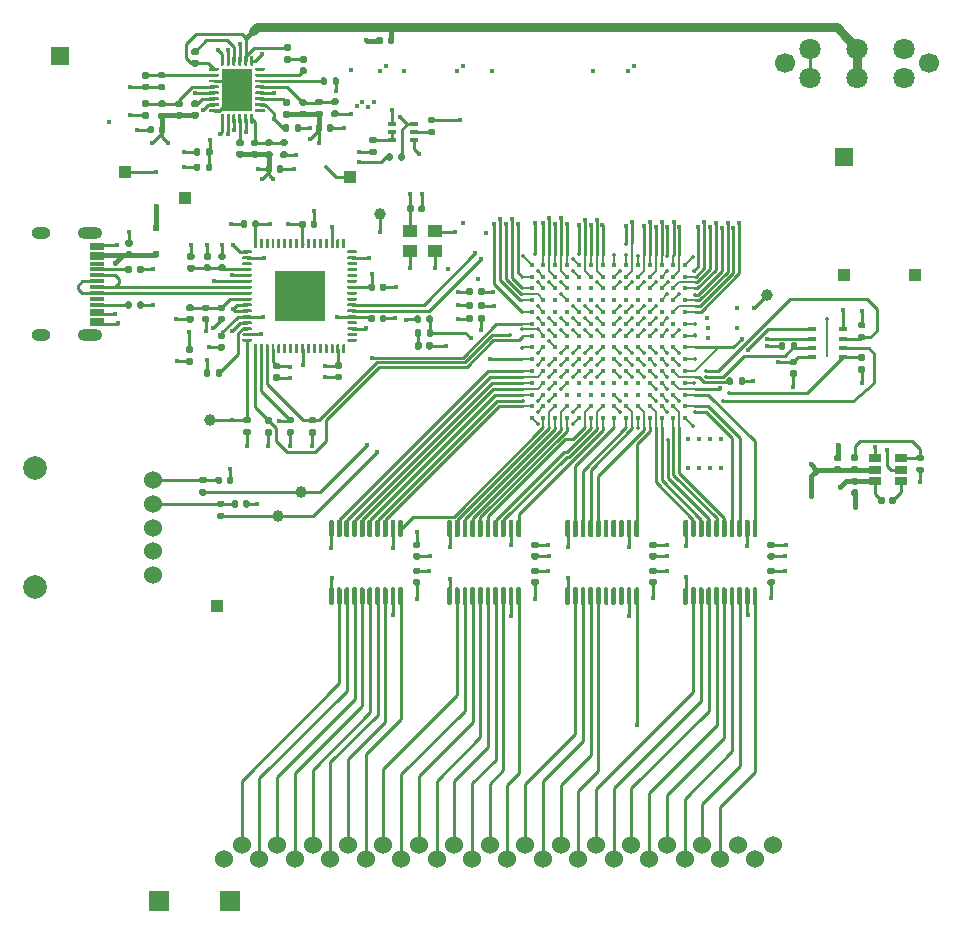
<source format=gtl>
G04 #@! TF.GenerationSoftware,KiCad,Pcbnew,(5.1.10-1-10_14)*
G04 #@! TF.CreationDate,2021-07-07T16:40:42+02:00*
G04 #@! TF.ProjectId,gb-fpga,67622d66-7067-4612-9e6b-696361645f70,rev?*
G04 #@! TF.SameCoordinates,Original*
G04 #@! TF.FileFunction,Copper,L1,Top*
G04 #@! TF.FilePolarity,Positive*
%FSLAX46Y46*%
G04 Gerber Fmt 4.6, Leading zero omitted, Abs format (unit mm)*
G04 Created by KiCad (PCBNEW (5.1.10-1-10_14)) date 2021-07-07 16:40:42*
%MOMM*%
%LPD*%
G01*
G04 APERTURE LIST*
G04 #@! TA.AperFunction,ComponentPad*
%ADD10C,2.000000*%
G04 #@! TD*
G04 #@! TA.AperFunction,ComponentPad*
%ADD11C,1.524000*%
G04 #@! TD*
G04 #@! TA.AperFunction,ComponentPad*
%ADD12C,1.800000*%
G04 #@! TD*
G04 #@! TA.AperFunction,ComponentPad*
%ADD13C,1.700000*%
G04 #@! TD*
G04 #@! TA.AperFunction,SMDPad,CuDef*
%ADD14R,0.200000X0.800000*%
G04 #@! TD*
G04 #@! TA.AperFunction,SMDPad,CuDef*
%ADD15R,0.800000X0.300000*%
G04 #@! TD*
G04 #@! TA.AperFunction,SMDPad,CuDef*
%ADD16C,0.400000*%
G04 #@! TD*
G04 #@! TA.AperFunction,SMDPad,CuDef*
%ADD17R,4.350000X4.350000*%
G04 #@! TD*
G04 #@! TA.AperFunction,ComponentPad*
%ADD18O,2.100000X1.000000*%
G04 #@! TD*
G04 #@! TA.AperFunction,ComponentPad*
%ADD19O,1.600000X1.000000*%
G04 #@! TD*
G04 #@! TA.AperFunction,SMDPad,CuDef*
%ADD20R,1.150000X0.300000*%
G04 #@! TD*
G04 #@! TA.AperFunction,SMDPad,CuDef*
%ADD21R,1.300000X1.100000*%
G04 #@! TD*
G04 #@! TA.AperFunction,SMDPad,CuDef*
%ADD22R,2.650000X3.650000*%
G04 #@! TD*
G04 #@! TA.AperFunction,SMDPad,CuDef*
%ADD23R,0.500000X0.500000*%
G04 #@! TD*
G04 #@! TA.AperFunction,ComponentPad*
%ADD24R,1.700000X1.700000*%
G04 #@! TD*
G04 #@! TA.AperFunction,SMDPad,CuDef*
%ADD25R,0.650000X0.400000*%
G04 #@! TD*
G04 #@! TA.AperFunction,SMDPad,CuDef*
%ADD26R,1.060000X0.650000*%
G04 #@! TD*
G04 #@! TA.AperFunction,ComponentPad*
%ADD27R,1.000000X1.000000*%
G04 #@! TD*
G04 #@! TA.AperFunction,ComponentPad*
%ADD28R,1.500000X1.500000*%
G04 #@! TD*
G04 #@! TA.AperFunction,SMDPad,CuDef*
%ADD29C,1.000000*%
G04 #@! TD*
G04 #@! TA.AperFunction,SMDPad,CuDef*
%ADD30R,1.000000X1.000000*%
G04 #@! TD*
G04 #@! TA.AperFunction,ViaPad*
%ADD31C,0.450000*%
G04 #@! TD*
G04 #@! TA.AperFunction,ViaPad*
%ADD32C,0.350000*%
G04 #@! TD*
G04 #@! TA.AperFunction,Conductor*
%ADD33C,0.150000*%
G04 #@! TD*
G04 #@! TA.AperFunction,Conductor*
%ADD34C,0.250000*%
G04 #@! TD*
G04 #@! TA.AperFunction,Conductor*
%ADD35C,0.400000*%
G04 #@! TD*
G04 #@! TA.AperFunction,Conductor*
%ADD36C,0.800000*%
G04 #@! TD*
G04 APERTURE END LIST*
D10*
X1500000Y39600000D03*
X1500000Y29600000D03*
D11*
X11500000Y38600000D03*
X11500000Y36600000D03*
X11500000Y34600000D03*
X11500000Y32600000D03*
X11500000Y30600000D03*
D12*
X75100000Y72650000D03*
X75100000Y75150000D03*
X71100000Y72650000D03*
X71100000Y75150000D03*
X67100000Y72650000D03*
X67100000Y75150000D03*
D13*
X77200000Y73900000D03*
X65000000Y73900000D03*
D14*
X68610000Y51000000D03*
X68610000Y49400000D03*
D15*
X67310000Y49000000D03*
X67310000Y49800000D03*
X67310000Y50600000D03*
X67310000Y51400000D03*
X69910000Y51400000D03*
X69910000Y50600000D03*
X69910000Y49800000D03*
X69910000Y49000000D03*
D11*
X64025000Y7700000D03*
X61025000Y7700000D03*
X58025000Y7700000D03*
X55025000Y7700000D03*
X52025000Y7700000D03*
X49025000Y7700000D03*
X46025000Y7700000D03*
X43025000Y7700000D03*
X40025000Y7700000D03*
X37025000Y7700000D03*
X34025000Y7700000D03*
X31025000Y7700000D03*
X28025000Y7700000D03*
X25025000Y7700000D03*
X22025000Y7700000D03*
X19025000Y7700000D03*
X62525000Y6500000D03*
X59525000Y6500000D03*
X56525000Y6500000D03*
X53525000Y6500000D03*
X50525000Y6500000D03*
X47525000Y6500000D03*
X44525000Y6500000D03*
X41525000Y6500000D03*
X38525000Y6500000D03*
X35525000Y6500000D03*
X32525000Y6500000D03*
X29525000Y6500000D03*
X26525000Y6500000D03*
X23525000Y6500000D03*
X20525000Y6500000D03*
X17525000Y6500000D03*
D16*
X56575000Y56850000D03*
X56575000Y55850000D03*
X56575000Y54850000D03*
X56575000Y53850000D03*
X56575000Y52850000D03*
X56575000Y51850000D03*
X56575000Y50850000D03*
X56575000Y49850000D03*
X56575000Y48850000D03*
X56575000Y47850000D03*
X56575000Y46850000D03*
X56575000Y45850000D03*
X56575000Y44850000D03*
X56575000Y43850000D03*
X55575000Y56850000D03*
X55575000Y55850000D03*
X55575000Y54850000D03*
X55575000Y53850000D03*
X55575000Y52850000D03*
X55575000Y51850000D03*
X55575000Y50850000D03*
X55575000Y49850000D03*
X55575000Y48850000D03*
X55575000Y47850000D03*
X55575000Y46850000D03*
X55575000Y45850000D03*
X55575000Y44850000D03*
X55575000Y43850000D03*
X54575000Y56850000D03*
X54575000Y55850000D03*
X54575000Y54850000D03*
X54575000Y53850000D03*
X54575000Y52850000D03*
X54575000Y51850000D03*
X54575000Y50850000D03*
X54575000Y49850000D03*
X54575000Y48850000D03*
X54575000Y47850000D03*
X54575000Y46850000D03*
X54575000Y45850000D03*
X54575000Y44850000D03*
X54575000Y43850000D03*
X53575000Y56850000D03*
X53575000Y55850000D03*
X53575000Y54850000D03*
X53575000Y53850000D03*
X53575000Y52850000D03*
X53575000Y51850000D03*
X53575000Y50850000D03*
X53575000Y49850000D03*
X53575000Y48850000D03*
X53575000Y47850000D03*
X53575000Y46850000D03*
X53575000Y45850000D03*
X53575000Y44850000D03*
X53575000Y43850000D03*
X52575000Y56850000D03*
X52575000Y55850000D03*
X52575000Y54850000D03*
X52575000Y53850000D03*
X52575000Y52850000D03*
X52575000Y51850000D03*
X52575000Y50850000D03*
X52575000Y49850000D03*
X52575000Y48850000D03*
X52575000Y47850000D03*
X52575000Y46850000D03*
X52575000Y45850000D03*
X52575000Y44850000D03*
X52575000Y43850000D03*
X51575000Y56850000D03*
X51575000Y55850000D03*
X51575000Y54850000D03*
X51575000Y53850000D03*
X51575000Y52850000D03*
X51575000Y51850000D03*
X51575000Y50850000D03*
X51575000Y49850000D03*
X51575000Y48850000D03*
X51575000Y47850000D03*
X51575000Y46850000D03*
X51575000Y45850000D03*
X51575000Y44850000D03*
X51575000Y43850000D03*
X50575000Y56850000D03*
X50575000Y55850000D03*
X50575000Y54850000D03*
X50575000Y53850000D03*
X50575000Y52850000D03*
X50575000Y51850000D03*
X50575000Y50850000D03*
X50575000Y49850000D03*
X50575000Y48850000D03*
X50575000Y47850000D03*
X50575000Y46850000D03*
X50575000Y45850000D03*
X50575000Y44850000D03*
X50575000Y43850000D03*
X49575000Y56850000D03*
X49575000Y55850000D03*
X49575000Y54850000D03*
X49575000Y53850000D03*
X49575000Y52850000D03*
X49575000Y51850000D03*
X49575000Y50850000D03*
X49575000Y49850000D03*
X49575000Y48850000D03*
X49575000Y47850000D03*
X49575000Y46850000D03*
X49575000Y45850000D03*
X49575000Y44850000D03*
X49575000Y43850000D03*
X48575000Y56850000D03*
X48575000Y55850000D03*
X48575000Y54850000D03*
X48575000Y53850000D03*
X48575000Y52850000D03*
X48575000Y51850000D03*
X48575000Y50850000D03*
X48575000Y49850000D03*
X48575000Y48850000D03*
X48575000Y47850000D03*
X48575000Y46850000D03*
X48575000Y45850000D03*
X48575000Y44850000D03*
X48575000Y43850000D03*
X47575000Y56850000D03*
X47575000Y55850000D03*
X47575000Y54850000D03*
X47575000Y53850000D03*
X47575000Y52850000D03*
X47575000Y51850000D03*
X47575000Y50850000D03*
X47575000Y49850000D03*
X47575000Y48850000D03*
X47575000Y47850000D03*
X47575000Y46850000D03*
X47575000Y45850000D03*
X47575000Y44850000D03*
X47575000Y43850000D03*
X46575000Y56850000D03*
X46575000Y55850000D03*
X46575000Y54850000D03*
X46575000Y53850000D03*
X46575000Y52850000D03*
X46575000Y51850000D03*
X46575000Y50850000D03*
X46575000Y49850000D03*
X46575000Y48850000D03*
X46575000Y47850000D03*
X46575000Y46850000D03*
X46575000Y45850000D03*
X46575000Y44850000D03*
X46575000Y43850000D03*
X45575000Y56850000D03*
X45575000Y55850000D03*
X45575000Y54850000D03*
X45575000Y53850000D03*
X45575000Y52850000D03*
X45575000Y51850000D03*
X45575000Y50850000D03*
X45575000Y49850000D03*
X45575000Y48850000D03*
X45575000Y47850000D03*
X45575000Y46850000D03*
X45575000Y45850000D03*
X45575000Y44850000D03*
X45575000Y43850000D03*
X44575000Y56850000D03*
X44575000Y55850000D03*
X44575000Y54850000D03*
X44575000Y53850000D03*
X44575000Y52850000D03*
X44575000Y51850000D03*
X44575000Y50850000D03*
X44575000Y49850000D03*
X44575000Y48850000D03*
X44575000Y47850000D03*
X44575000Y46850000D03*
X44575000Y45850000D03*
X44575000Y44850000D03*
X44575000Y43850000D03*
X43575000Y56850000D03*
X43575000Y55850000D03*
X43575000Y54850000D03*
X43575000Y53850000D03*
X43575000Y52850000D03*
X43575000Y51850000D03*
X43575000Y50850000D03*
X43575000Y49850000D03*
X43575000Y48850000D03*
X43575000Y47850000D03*
X43575000Y46850000D03*
X43575000Y45850000D03*
X43575000Y44850000D03*
X43575000Y43850000D03*
G04 #@! TA.AperFunction,SMDPad,CuDef*
G36*
G01*
X19075000Y57882500D02*
X19075000Y58007500D01*
G75*
G02*
X19137500Y58070000I62500J0D01*
G01*
X19812500Y58070000D01*
G75*
G02*
X19875000Y58007500I0J-62500D01*
G01*
X19875000Y57882500D01*
G75*
G02*
X19812500Y57820000I-62500J0D01*
G01*
X19137500Y57820000D01*
G75*
G02*
X19075000Y57882500I0J62500D01*
G01*
G37*
G04 #@! TD.AperFunction*
G04 #@! TA.AperFunction,SMDPad,CuDef*
G36*
G01*
X19075000Y57382500D02*
X19075000Y57507500D01*
G75*
G02*
X19137500Y57570000I62500J0D01*
G01*
X19812500Y57570000D01*
G75*
G02*
X19875000Y57507500I0J-62500D01*
G01*
X19875000Y57382500D01*
G75*
G02*
X19812500Y57320000I-62500J0D01*
G01*
X19137500Y57320000D01*
G75*
G02*
X19075000Y57382500I0J62500D01*
G01*
G37*
G04 #@! TD.AperFunction*
G04 #@! TA.AperFunction,SMDPad,CuDef*
G36*
G01*
X19075000Y56882500D02*
X19075000Y57007500D01*
G75*
G02*
X19137500Y57070000I62500J0D01*
G01*
X19812500Y57070000D01*
G75*
G02*
X19875000Y57007500I0J-62500D01*
G01*
X19875000Y56882500D01*
G75*
G02*
X19812500Y56820000I-62500J0D01*
G01*
X19137500Y56820000D01*
G75*
G02*
X19075000Y56882500I0J62500D01*
G01*
G37*
G04 #@! TD.AperFunction*
G04 #@! TA.AperFunction,SMDPad,CuDef*
G36*
G01*
X19075000Y56382500D02*
X19075000Y56507500D01*
G75*
G02*
X19137500Y56570000I62500J0D01*
G01*
X19812500Y56570000D01*
G75*
G02*
X19875000Y56507500I0J-62500D01*
G01*
X19875000Y56382500D01*
G75*
G02*
X19812500Y56320000I-62500J0D01*
G01*
X19137500Y56320000D01*
G75*
G02*
X19075000Y56382500I0J62500D01*
G01*
G37*
G04 #@! TD.AperFunction*
G04 #@! TA.AperFunction,SMDPad,CuDef*
G36*
G01*
X19075000Y55882500D02*
X19075000Y56007500D01*
G75*
G02*
X19137500Y56070000I62500J0D01*
G01*
X19812500Y56070000D01*
G75*
G02*
X19875000Y56007500I0J-62500D01*
G01*
X19875000Y55882500D01*
G75*
G02*
X19812500Y55820000I-62500J0D01*
G01*
X19137500Y55820000D01*
G75*
G02*
X19075000Y55882500I0J62500D01*
G01*
G37*
G04 #@! TD.AperFunction*
G04 #@! TA.AperFunction,SMDPad,CuDef*
G36*
G01*
X19075000Y55382500D02*
X19075000Y55507500D01*
G75*
G02*
X19137500Y55570000I62500J0D01*
G01*
X19812500Y55570000D01*
G75*
G02*
X19875000Y55507500I0J-62500D01*
G01*
X19875000Y55382500D01*
G75*
G02*
X19812500Y55320000I-62500J0D01*
G01*
X19137500Y55320000D01*
G75*
G02*
X19075000Y55382500I0J62500D01*
G01*
G37*
G04 #@! TD.AperFunction*
G04 #@! TA.AperFunction,SMDPad,CuDef*
G36*
G01*
X19075000Y54882500D02*
X19075000Y55007500D01*
G75*
G02*
X19137500Y55070000I62500J0D01*
G01*
X19812500Y55070000D01*
G75*
G02*
X19875000Y55007500I0J-62500D01*
G01*
X19875000Y54882500D01*
G75*
G02*
X19812500Y54820000I-62500J0D01*
G01*
X19137500Y54820000D01*
G75*
G02*
X19075000Y54882500I0J62500D01*
G01*
G37*
G04 #@! TD.AperFunction*
G04 #@! TA.AperFunction,SMDPad,CuDef*
G36*
G01*
X19075000Y54382500D02*
X19075000Y54507500D01*
G75*
G02*
X19137500Y54570000I62500J0D01*
G01*
X19812500Y54570000D01*
G75*
G02*
X19875000Y54507500I0J-62500D01*
G01*
X19875000Y54382500D01*
G75*
G02*
X19812500Y54320000I-62500J0D01*
G01*
X19137500Y54320000D01*
G75*
G02*
X19075000Y54382500I0J62500D01*
G01*
G37*
G04 #@! TD.AperFunction*
G04 #@! TA.AperFunction,SMDPad,CuDef*
G36*
G01*
X19075000Y53882500D02*
X19075000Y54007500D01*
G75*
G02*
X19137500Y54070000I62500J0D01*
G01*
X19812500Y54070000D01*
G75*
G02*
X19875000Y54007500I0J-62500D01*
G01*
X19875000Y53882500D01*
G75*
G02*
X19812500Y53820000I-62500J0D01*
G01*
X19137500Y53820000D01*
G75*
G02*
X19075000Y53882500I0J62500D01*
G01*
G37*
G04 #@! TD.AperFunction*
G04 #@! TA.AperFunction,SMDPad,CuDef*
G36*
G01*
X19075000Y53382500D02*
X19075000Y53507500D01*
G75*
G02*
X19137500Y53570000I62500J0D01*
G01*
X19812500Y53570000D01*
G75*
G02*
X19875000Y53507500I0J-62500D01*
G01*
X19875000Y53382500D01*
G75*
G02*
X19812500Y53320000I-62500J0D01*
G01*
X19137500Y53320000D01*
G75*
G02*
X19075000Y53382500I0J62500D01*
G01*
G37*
G04 #@! TD.AperFunction*
G04 #@! TA.AperFunction,SMDPad,CuDef*
G36*
G01*
X19075000Y52882500D02*
X19075000Y53007500D01*
G75*
G02*
X19137500Y53070000I62500J0D01*
G01*
X19812500Y53070000D01*
G75*
G02*
X19875000Y53007500I0J-62500D01*
G01*
X19875000Y52882500D01*
G75*
G02*
X19812500Y52820000I-62500J0D01*
G01*
X19137500Y52820000D01*
G75*
G02*
X19075000Y52882500I0J62500D01*
G01*
G37*
G04 #@! TD.AperFunction*
G04 #@! TA.AperFunction,SMDPad,CuDef*
G36*
G01*
X19075000Y52382500D02*
X19075000Y52507500D01*
G75*
G02*
X19137500Y52570000I62500J0D01*
G01*
X19812500Y52570000D01*
G75*
G02*
X19875000Y52507500I0J-62500D01*
G01*
X19875000Y52382500D01*
G75*
G02*
X19812500Y52320000I-62500J0D01*
G01*
X19137500Y52320000D01*
G75*
G02*
X19075000Y52382500I0J62500D01*
G01*
G37*
G04 #@! TD.AperFunction*
G04 #@! TA.AperFunction,SMDPad,CuDef*
G36*
G01*
X19075000Y51882500D02*
X19075000Y52007500D01*
G75*
G02*
X19137500Y52070000I62500J0D01*
G01*
X19812500Y52070000D01*
G75*
G02*
X19875000Y52007500I0J-62500D01*
G01*
X19875000Y51882500D01*
G75*
G02*
X19812500Y51820000I-62500J0D01*
G01*
X19137500Y51820000D01*
G75*
G02*
X19075000Y51882500I0J62500D01*
G01*
G37*
G04 #@! TD.AperFunction*
G04 #@! TA.AperFunction,SMDPad,CuDef*
G36*
G01*
X19075000Y51382500D02*
X19075000Y51507500D01*
G75*
G02*
X19137500Y51570000I62500J0D01*
G01*
X19812500Y51570000D01*
G75*
G02*
X19875000Y51507500I0J-62500D01*
G01*
X19875000Y51382500D01*
G75*
G02*
X19812500Y51320000I-62500J0D01*
G01*
X19137500Y51320000D01*
G75*
G02*
X19075000Y51382500I0J62500D01*
G01*
G37*
G04 #@! TD.AperFunction*
G04 #@! TA.AperFunction,SMDPad,CuDef*
G36*
G01*
X19075000Y50882500D02*
X19075000Y51007500D01*
G75*
G02*
X19137500Y51070000I62500J0D01*
G01*
X19812500Y51070000D01*
G75*
G02*
X19875000Y51007500I0J-62500D01*
G01*
X19875000Y50882500D01*
G75*
G02*
X19812500Y50820000I-62500J0D01*
G01*
X19137500Y50820000D01*
G75*
G02*
X19075000Y50882500I0J62500D01*
G01*
G37*
G04 #@! TD.AperFunction*
G04 #@! TA.AperFunction,SMDPad,CuDef*
G36*
G01*
X19075000Y50382500D02*
X19075000Y50507500D01*
G75*
G02*
X19137500Y50570000I62500J0D01*
G01*
X19812500Y50570000D01*
G75*
G02*
X19875000Y50507500I0J-62500D01*
G01*
X19875000Y50382500D01*
G75*
G02*
X19812500Y50320000I-62500J0D01*
G01*
X19137500Y50320000D01*
G75*
G02*
X19075000Y50382500I0J62500D01*
G01*
G37*
G04 #@! TD.AperFunction*
G04 #@! TA.AperFunction,SMDPad,CuDef*
G36*
G01*
X20050000Y49407500D02*
X20050000Y50082500D01*
G75*
G02*
X20112500Y50145000I62500J0D01*
G01*
X20237500Y50145000D01*
G75*
G02*
X20300000Y50082500I0J-62500D01*
G01*
X20300000Y49407500D01*
G75*
G02*
X20237500Y49345000I-62500J0D01*
G01*
X20112500Y49345000D01*
G75*
G02*
X20050000Y49407500I0J62500D01*
G01*
G37*
G04 #@! TD.AperFunction*
G04 #@! TA.AperFunction,SMDPad,CuDef*
G36*
G01*
X20550000Y49407500D02*
X20550000Y50082500D01*
G75*
G02*
X20612500Y50145000I62500J0D01*
G01*
X20737500Y50145000D01*
G75*
G02*
X20800000Y50082500I0J-62500D01*
G01*
X20800000Y49407500D01*
G75*
G02*
X20737500Y49345000I-62500J0D01*
G01*
X20612500Y49345000D01*
G75*
G02*
X20550000Y49407500I0J62500D01*
G01*
G37*
G04 #@! TD.AperFunction*
G04 #@! TA.AperFunction,SMDPad,CuDef*
G36*
G01*
X21050000Y49407500D02*
X21050000Y50082500D01*
G75*
G02*
X21112500Y50145000I62500J0D01*
G01*
X21237500Y50145000D01*
G75*
G02*
X21300000Y50082500I0J-62500D01*
G01*
X21300000Y49407500D01*
G75*
G02*
X21237500Y49345000I-62500J0D01*
G01*
X21112500Y49345000D01*
G75*
G02*
X21050000Y49407500I0J62500D01*
G01*
G37*
G04 #@! TD.AperFunction*
G04 #@! TA.AperFunction,SMDPad,CuDef*
G36*
G01*
X21550000Y49407500D02*
X21550000Y50082500D01*
G75*
G02*
X21612500Y50145000I62500J0D01*
G01*
X21737500Y50145000D01*
G75*
G02*
X21800000Y50082500I0J-62500D01*
G01*
X21800000Y49407500D01*
G75*
G02*
X21737500Y49345000I-62500J0D01*
G01*
X21612500Y49345000D01*
G75*
G02*
X21550000Y49407500I0J62500D01*
G01*
G37*
G04 #@! TD.AperFunction*
G04 #@! TA.AperFunction,SMDPad,CuDef*
G36*
G01*
X22050000Y49407500D02*
X22050000Y50082500D01*
G75*
G02*
X22112500Y50145000I62500J0D01*
G01*
X22237500Y50145000D01*
G75*
G02*
X22300000Y50082500I0J-62500D01*
G01*
X22300000Y49407500D01*
G75*
G02*
X22237500Y49345000I-62500J0D01*
G01*
X22112500Y49345000D01*
G75*
G02*
X22050000Y49407500I0J62500D01*
G01*
G37*
G04 #@! TD.AperFunction*
G04 #@! TA.AperFunction,SMDPad,CuDef*
G36*
G01*
X22550000Y49407500D02*
X22550000Y50082500D01*
G75*
G02*
X22612500Y50145000I62500J0D01*
G01*
X22737500Y50145000D01*
G75*
G02*
X22800000Y50082500I0J-62500D01*
G01*
X22800000Y49407500D01*
G75*
G02*
X22737500Y49345000I-62500J0D01*
G01*
X22612500Y49345000D01*
G75*
G02*
X22550000Y49407500I0J62500D01*
G01*
G37*
G04 #@! TD.AperFunction*
G04 #@! TA.AperFunction,SMDPad,CuDef*
G36*
G01*
X23050000Y49407500D02*
X23050000Y50082500D01*
G75*
G02*
X23112500Y50145000I62500J0D01*
G01*
X23237500Y50145000D01*
G75*
G02*
X23300000Y50082500I0J-62500D01*
G01*
X23300000Y49407500D01*
G75*
G02*
X23237500Y49345000I-62500J0D01*
G01*
X23112500Y49345000D01*
G75*
G02*
X23050000Y49407500I0J62500D01*
G01*
G37*
G04 #@! TD.AperFunction*
G04 #@! TA.AperFunction,SMDPad,CuDef*
G36*
G01*
X23550000Y49407500D02*
X23550000Y50082500D01*
G75*
G02*
X23612500Y50145000I62500J0D01*
G01*
X23737500Y50145000D01*
G75*
G02*
X23800000Y50082500I0J-62500D01*
G01*
X23800000Y49407500D01*
G75*
G02*
X23737500Y49345000I-62500J0D01*
G01*
X23612500Y49345000D01*
G75*
G02*
X23550000Y49407500I0J62500D01*
G01*
G37*
G04 #@! TD.AperFunction*
G04 #@! TA.AperFunction,SMDPad,CuDef*
G36*
G01*
X24050000Y49407500D02*
X24050000Y50082500D01*
G75*
G02*
X24112500Y50145000I62500J0D01*
G01*
X24237500Y50145000D01*
G75*
G02*
X24300000Y50082500I0J-62500D01*
G01*
X24300000Y49407500D01*
G75*
G02*
X24237500Y49345000I-62500J0D01*
G01*
X24112500Y49345000D01*
G75*
G02*
X24050000Y49407500I0J62500D01*
G01*
G37*
G04 #@! TD.AperFunction*
G04 #@! TA.AperFunction,SMDPad,CuDef*
G36*
G01*
X24550000Y49407500D02*
X24550000Y50082500D01*
G75*
G02*
X24612500Y50145000I62500J0D01*
G01*
X24737500Y50145000D01*
G75*
G02*
X24800000Y50082500I0J-62500D01*
G01*
X24800000Y49407500D01*
G75*
G02*
X24737500Y49345000I-62500J0D01*
G01*
X24612500Y49345000D01*
G75*
G02*
X24550000Y49407500I0J62500D01*
G01*
G37*
G04 #@! TD.AperFunction*
G04 #@! TA.AperFunction,SMDPad,CuDef*
G36*
G01*
X25050000Y49407500D02*
X25050000Y50082500D01*
G75*
G02*
X25112500Y50145000I62500J0D01*
G01*
X25237500Y50145000D01*
G75*
G02*
X25300000Y50082500I0J-62500D01*
G01*
X25300000Y49407500D01*
G75*
G02*
X25237500Y49345000I-62500J0D01*
G01*
X25112500Y49345000D01*
G75*
G02*
X25050000Y49407500I0J62500D01*
G01*
G37*
G04 #@! TD.AperFunction*
G04 #@! TA.AperFunction,SMDPad,CuDef*
G36*
G01*
X25550000Y49407500D02*
X25550000Y50082500D01*
G75*
G02*
X25612500Y50145000I62500J0D01*
G01*
X25737500Y50145000D01*
G75*
G02*
X25800000Y50082500I0J-62500D01*
G01*
X25800000Y49407500D01*
G75*
G02*
X25737500Y49345000I-62500J0D01*
G01*
X25612500Y49345000D01*
G75*
G02*
X25550000Y49407500I0J62500D01*
G01*
G37*
G04 #@! TD.AperFunction*
G04 #@! TA.AperFunction,SMDPad,CuDef*
G36*
G01*
X26050000Y49407500D02*
X26050000Y50082500D01*
G75*
G02*
X26112500Y50145000I62500J0D01*
G01*
X26237500Y50145000D01*
G75*
G02*
X26300000Y50082500I0J-62500D01*
G01*
X26300000Y49407500D01*
G75*
G02*
X26237500Y49345000I-62500J0D01*
G01*
X26112500Y49345000D01*
G75*
G02*
X26050000Y49407500I0J62500D01*
G01*
G37*
G04 #@! TD.AperFunction*
G04 #@! TA.AperFunction,SMDPad,CuDef*
G36*
G01*
X26550000Y49407500D02*
X26550000Y50082500D01*
G75*
G02*
X26612500Y50145000I62500J0D01*
G01*
X26737500Y50145000D01*
G75*
G02*
X26800000Y50082500I0J-62500D01*
G01*
X26800000Y49407500D01*
G75*
G02*
X26737500Y49345000I-62500J0D01*
G01*
X26612500Y49345000D01*
G75*
G02*
X26550000Y49407500I0J62500D01*
G01*
G37*
G04 #@! TD.AperFunction*
G04 #@! TA.AperFunction,SMDPad,CuDef*
G36*
G01*
X27050000Y49407500D02*
X27050000Y50082500D01*
G75*
G02*
X27112500Y50145000I62500J0D01*
G01*
X27237500Y50145000D01*
G75*
G02*
X27300000Y50082500I0J-62500D01*
G01*
X27300000Y49407500D01*
G75*
G02*
X27237500Y49345000I-62500J0D01*
G01*
X27112500Y49345000D01*
G75*
G02*
X27050000Y49407500I0J62500D01*
G01*
G37*
G04 #@! TD.AperFunction*
G04 #@! TA.AperFunction,SMDPad,CuDef*
G36*
G01*
X27550000Y49407500D02*
X27550000Y50082500D01*
G75*
G02*
X27612500Y50145000I62500J0D01*
G01*
X27737500Y50145000D01*
G75*
G02*
X27800000Y50082500I0J-62500D01*
G01*
X27800000Y49407500D01*
G75*
G02*
X27737500Y49345000I-62500J0D01*
G01*
X27612500Y49345000D01*
G75*
G02*
X27550000Y49407500I0J62500D01*
G01*
G37*
G04 #@! TD.AperFunction*
G04 #@! TA.AperFunction,SMDPad,CuDef*
G36*
G01*
X27975000Y50382500D02*
X27975000Y50507500D01*
G75*
G02*
X28037500Y50570000I62500J0D01*
G01*
X28712500Y50570000D01*
G75*
G02*
X28775000Y50507500I0J-62500D01*
G01*
X28775000Y50382500D01*
G75*
G02*
X28712500Y50320000I-62500J0D01*
G01*
X28037500Y50320000D01*
G75*
G02*
X27975000Y50382500I0J62500D01*
G01*
G37*
G04 #@! TD.AperFunction*
G04 #@! TA.AperFunction,SMDPad,CuDef*
G36*
G01*
X27975000Y50882500D02*
X27975000Y51007500D01*
G75*
G02*
X28037500Y51070000I62500J0D01*
G01*
X28712500Y51070000D01*
G75*
G02*
X28775000Y51007500I0J-62500D01*
G01*
X28775000Y50882500D01*
G75*
G02*
X28712500Y50820000I-62500J0D01*
G01*
X28037500Y50820000D01*
G75*
G02*
X27975000Y50882500I0J62500D01*
G01*
G37*
G04 #@! TD.AperFunction*
G04 #@! TA.AperFunction,SMDPad,CuDef*
G36*
G01*
X27975000Y51382500D02*
X27975000Y51507500D01*
G75*
G02*
X28037500Y51570000I62500J0D01*
G01*
X28712500Y51570000D01*
G75*
G02*
X28775000Y51507500I0J-62500D01*
G01*
X28775000Y51382500D01*
G75*
G02*
X28712500Y51320000I-62500J0D01*
G01*
X28037500Y51320000D01*
G75*
G02*
X27975000Y51382500I0J62500D01*
G01*
G37*
G04 #@! TD.AperFunction*
G04 #@! TA.AperFunction,SMDPad,CuDef*
G36*
G01*
X27975000Y51882500D02*
X27975000Y52007500D01*
G75*
G02*
X28037500Y52070000I62500J0D01*
G01*
X28712500Y52070000D01*
G75*
G02*
X28775000Y52007500I0J-62500D01*
G01*
X28775000Y51882500D01*
G75*
G02*
X28712500Y51820000I-62500J0D01*
G01*
X28037500Y51820000D01*
G75*
G02*
X27975000Y51882500I0J62500D01*
G01*
G37*
G04 #@! TD.AperFunction*
G04 #@! TA.AperFunction,SMDPad,CuDef*
G36*
G01*
X27975000Y52382500D02*
X27975000Y52507500D01*
G75*
G02*
X28037500Y52570000I62500J0D01*
G01*
X28712500Y52570000D01*
G75*
G02*
X28775000Y52507500I0J-62500D01*
G01*
X28775000Y52382500D01*
G75*
G02*
X28712500Y52320000I-62500J0D01*
G01*
X28037500Y52320000D01*
G75*
G02*
X27975000Y52382500I0J62500D01*
G01*
G37*
G04 #@! TD.AperFunction*
G04 #@! TA.AperFunction,SMDPad,CuDef*
G36*
G01*
X27975000Y52882500D02*
X27975000Y53007500D01*
G75*
G02*
X28037500Y53070000I62500J0D01*
G01*
X28712500Y53070000D01*
G75*
G02*
X28775000Y53007500I0J-62500D01*
G01*
X28775000Y52882500D01*
G75*
G02*
X28712500Y52820000I-62500J0D01*
G01*
X28037500Y52820000D01*
G75*
G02*
X27975000Y52882500I0J62500D01*
G01*
G37*
G04 #@! TD.AperFunction*
G04 #@! TA.AperFunction,SMDPad,CuDef*
G36*
G01*
X27975000Y53382500D02*
X27975000Y53507500D01*
G75*
G02*
X28037500Y53570000I62500J0D01*
G01*
X28712500Y53570000D01*
G75*
G02*
X28775000Y53507500I0J-62500D01*
G01*
X28775000Y53382500D01*
G75*
G02*
X28712500Y53320000I-62500J0D01*
G01*
X28037500Y53320000D01*
G75*
G02*
X27975000Y53382500I0J62500D01*
G01*
G37*
G04 #@! TD.AperFunction*
G04 #@! TA.AperFunction,SMDPad,CuDef*
G36*
G01*
X27975000Y53882500D02*
X27975000Y54007500D01*
G75*
G02*
X28037500Y54070000I62500J0D01*
G01*
X28712500Y54070000D01*
G75*
G02*
X28775000Y54007500I0J-62500D01*
G01*
X28775000Y53882500D01*
G75*
G02*
X28712500Y53820000I-62500J0D01*
G01*
X28037500Y53820000D01*
G75*
G02*
X27975000Y53882500I0J62500D01*
G01*
G37*
G04 #@! TD.AperFunction*
G04 #@! TA.AperFunction,SMDPad,CuDef*
G36*
G01*
X27975000Y54382500D02*
X27975000Y54507500D01*
G75*
G02*
X28037500Y54570000I62500J0D01*
G01*
X28712500Y54570000D01*
G75*
G02*
X28775000Y54507500I0J-62500D01*
G01*
X28775000Y54382500D01*
G75*
G02*
X28712500Y54320000I-62500J0D01*
G01*
X28037500Y54320000D01*
G75*
G02*
X27975000Y54382500I0J62500D01*
G01*
G37*
G04 #@! TD.AperFunction*
G04 #@! TA.AperFunction,SMDPad,CuDef*
G36*
G01*
X27975000Y54882500D02*
X27975000Y55007500D01*
G75*
G02*
X28037500Y55070000I62500J0D01*
G01*
X28712500Y55070000D01*
G75*
G02*
X28775000Y55007500I0J-62500D01*
G01*
X28775000Y54882500D01*
G75*
G02*
X28712500Y54820000I-62500J0D01*
G01*
X28037500Y54820000D01*
G75*
G02*
X27975000Y54882500I0J62500D01*
G01*
G37*
G04 #@! TD.AperFunction*
G04 #@! TA.AperFunction,SMDPad,CuDef*
G36*
G01*
X27975000Y55382500D02*
X27975000Y55507500D01*
G75*
G02*
X28037500Y55570000I62500J0D01*
G01*
X28712500Y55570000D01*
G75*
G02*
X28775000Y55507500I0J-62500D01*
G01*
X28775000Y55382500D01*
G75*
G02*
X28712500Y55320000I-62500J0D01*
G01*
X28037500Y55320000D01*
G75*
G02*
X27975000Y55382500I0J62500D01*
G01*
G37*
G04 #@! TD.AperFunction*
G04 #@! TA.AperFunction,SMDPad,CuDef*
G36*
G01*
X27975000Y55882500D02*
X27975000Y56007500D01*
G75*
G02*
X28037500Y56070000I62500J0D01*
G01*
X28712500Y56070000D01*
G75*
G02*
X28775000Y56007500I0J-62500D01*
G01*
X28775000Y55882500D01*
G75*
G02*
X28712500Y55820000I-62500J0D01*
G01*
X28037500Y55820000D01*
G75*
G02*
X27975000Y55882500I0J62500D01*
G01*
G37*
G04 #@! TD.AperFunction*
G04 #@! TA.AperFunction,SMDPad,CuDef*
G36*
G01*
X27975000Y56382500D02*
X27975000Y56507500D01*
G75*
G02*
X28037500Y56570000I62500J0D01*
G01*
X28712500Y56570000D01*
G75*
G02*
X28775000Y56507500I0J-62500D01*
G01*
X28775000Y56382500D01*
G75*
G02*
X28712500Y56320000I-62500J0D01*
G01*
X28037500Y56320000D01*
G75*
G02*
X27975000Y56382500I0J62500D01*
G01*
G37*
G04 #@! TD.AperFunction*
G04 #@! TA.AperFunction,SMDPad,CuDef*
G36*
G01*
X27975000Y56882500D02*
X27975000Y57007500D01*
G75*
G02*
X28037500Y57070000I62500J0D01*
G01*
X28712500Y57070000D01*
G75*
G02*
X28775000Y57007500I0J-62500D01*
G01*
X28775000Y56882500D01*
G75*
G02*
X28712500Y56820000I-62500J0D01*
G01*
X28037500Y56820000D01*
G75*
G02*
X27975000Y56882500I0J62500D01*
G01*
G37*
G04 #@! TD.AperFunction*
G04 #@! TA.AperFunction,SMDPad,CuDef*
G36*
G01*
X27975000Y57382500D02*
X27975000Y57507500D01*
G75*
G02*
X28037500Y57570000I62500J0D01*
G01*
X28712500Y57570000D01*
G75*
G02*
X28775000Y57507500I0J-62500D01*
G01*
X28775000Y57382500D01*
G75*
G02*
X28712500Y57320000I-62500J0D01*
G01*
X28037500Y57320000D01*
G75*
G02*
X27975000Y57382500I0J62500D01*
G01*
G37*
G04 #@! TD.AperFunction*
G04 #@! TA.AperFunction,SMDPad,CuDef*
G36*
G01*
X27975000Y57882500D02*
X27975000Y58007500D01*
G75*
G02*
X28037500Y58070000I62500J0D01*
G01*
X28712500Y58070000D01*
G75*
G02*
X28775000Y58007500I0J-62500D01*
G01*
X28775000Y57882500D01*
G75*
G02*
X28712500Y57820000I-62500J0D01*
G01*
X28037500Y57820000D01*
G75*
G02*
X27975000Y57882500I0J62500D01*
G01*
G37*
G04 #@! TD.AperFunction*
G04 #@! TA.AperFunction,SMDPad,CuDef*
G36*
G01*
X27550000Y58307500D02*
X27550000Y58982500D01*
G75*
G02*
X27612500Y59045000I62500J0D01*
G01*
X27737500Y59045000D01*
G75*
G02*
X27800000Y58982500I0J-62500D01*
G01*
X27800000Y58307500D01*
G75*
G02*
X27737500Y58245000I-62500J0D01*
G01*
X27612500Y58245000D01*
G75*
G02*
X27550000Y58307500I0J62500D01*
G01*
G37*
G04 #@! TD.AperFunction*
G04 #@! TA.AperFunction,SMDPad,CuDef*
G36*
G01*
X27050000Y58307500D02*
X27050000Y58982500D01*
G75*
G02*
X27112500Y59045000I62500J0D01*
G01*
X27237500Y59045000D01*
G75*
G02*
X27300000Y58982500I0J-62500D01*
G01*
X27300000Y58307500D01*
G75*
G02*
X27237500Y58245000I-62500J0D01*
G01*
X27112500Y58245000D01*
G75*
G02*
X27050000Y58307500I0J62500D01*
G01*
G37*
G04 #@! TD.AperFunction*
G04 #@! TA.AperFunction,SMDPad,CuDef*
G36*
G01*
X26550000Y58307500D02*
X26550000Y58982500D01*
G75*
G02*
X26612500Y59045000I62500J0D01*
G01*
X26737500Y59045000D01*
G75*
G02*
X26800000Y58982500I0J-62500D01*
G01*
X26800000Y58307500D01*
G75*
G02*
X26737500Y58245000I-62500J0D01*
G01*
X26612500Y58245000D01*
G75*
G02*
X26550000Y58307500I0J62500D01*
G01*
G37*
G04 #@! TD.AperFunction*
G04 #@! TA.AperFunction,SMDPad,CuDef*
G36*
G01*
X26050000Y58307500D02*
X26050000Y58982500D01*
G75*
G02*
X26112500Y59045000I62500J0D01*
G01*
X26237500Y59045000D01*
G75*
G02*
X26300000Y58982500I0J-62500D01*
G01*
X26300000Y58307500D01*
G75*
G02*
X26237500Y58245000I-62500J0D01*
G01*
X26112500Y58245000D01*
G75*
G02*
X26050000Y58307500I0J62500D01*
G01*
G37*
G04 #@! TD.AperFunction*
G04 #@! TA.AperFunction,SMDPad,CuDef*
G36*
G01*
X25550000Y58307500D02*
X25550000Y58982500D01*
G75*
G02*
X25612500Y59045000I62500J0D01*
G01*
X25737500Y59045000D01*
G75*
G02*
X25800000Y58982500I0J-62500D01*
G01*
X25800000Y58307500D01*
G75*
G02*
X25737500Y58245000I-62500J0D01*
G01*
X25612500Y58245000D01*
G75*
G02*
X25550000Y58307500I0J62500D01*
G01*
G37*
G04 #@! TD.AperFunction*
G04 #@! TA.AperFunction,SMDPad,CuDef*
G36*
G01*
X25050000Y58307500D02*
X25050000Y58982500D01*
G75*
G02*
X25112500Y59045000I62500J0D01*
G01*
X25237500Y59045000D01*
G75*
G02*
X25300000Y58982500I0J-62500D01*
G01*
X25300000Y58307500D01*
G75*
G02*
X25237500Y58245000I-62500J0D01*
G01*
X25112500Y58245000D01*
G75*
G02*
X25050000Y58307500I0J62500D01*
G01*
G37*
G04 #@! TD.AperFunction*
G04 #@! TA.AperFunction,SMDPad,CuDef*
G36*
G01*
X24550000Y58307500D02*
X24550000Y58982500D01*
G75*
G02*
X24612500Y59045000I62500J0D01*
G01*
X24737500Y59045000D01*
G75*
G02*
X24800000Y58982500I0J-62500D01*
G01*
X24800000Y58307500D01*
G75*
G02*
X24737500Y58245000I-62500J0D01*
G01*
X24612500Y58245000D01*
G75*
G02*
X24550000Y58307500I0J62500D01*
G01*
G37*
G04 #@! TD.AperFunction*
G04 #@! TA.AperFunction,SMDPad,CuDef*
G36*
G01*
X24050000Y58307500D02*
X24050000Y58982500D01*
G75*
G02*
X24112500Y59045000I62500J0D01*
G01*
X24237500Y59045000D01*
G75*
G02*
X24300000Y58982500I0J-62500D01*
G01*
X24300000Y58307500D01*
G75*
G02*
X24237500Y58245000I-62500J0D01*
G01*
X24112500Y58245000D01*
G75*
G02*
X24050000Y58307500I0J62500D01*
G01*
G37*
G04 #@! TD.AperFunction*
G04 #@! TA.AperFunction,SMDPad,CuDef*
G36*
G01*
X23550000Y58307500D02*
X23550000Y58982500D01*
G75*
G02*
X23612500Y59045000I62500J0D01*
G01*
X23737500Y59045000D01*
G75*
G02*
X23800000Y58982500I0J-62500D01*
G01*
X23800000Y58307500D01*
G75*
G02*
X23737500Y58245000I-62500J0D01*
G01*
X23612500Y58245000D01*
G75*
G02*
X23550000Y58307500I0J62500D01*
G01*
G37*
G04 #@! TD.AperFunction*
G04 #@! TA.AperFunction,SMDPad,CuDef*
G36*
G01*
X23050000Y58307500D02*
X23050000Y58982500D01*
G75*
G02*
X23112500Y59045000I62500J0D01*
G01*
X23237500Y59045000D01*
G75*
G02*
X23300000Y58982500I0J-62500D01*
G01*
X23300000Y58307500D01*
G75*
G02*
X23237500Y58245000I-62500J0D01*
G01*
X23112500Y58245000D01*
G75*
G02*
X23050000Y58307500I0J62500D01*
G01*
G37*
G04 #@! TD.AperFunction*
G04 #@! TA.AperFunction,SMDPad,CuDef*
G36*
G01*
X22550000Y58307500D02*
X22550000Y58982500D01*
G75*
G02*
X22612500Y59045000I62500J0D01*
G01*
X22737500Y59045000D01*
G75*
G02*
X22800000Y58982500I0J-62500D01*
G01*
X22800000Y58307500D01*
G75*
G02*
X22737500Y58245000I-62500J0D01*
G01*
X22612500Y58245000D01*
G75*
G02*
X22550000Y58307500I0J62500D01*
G01*
G37*
G04 #@! TD.AperFunction*
G04 #@! TA.AperFunction,SMDPad,CuDef*
G36*
G01*
X22050000Y58307500D02*
X22050000Y58982500D01*
G75*
G02*
X22112500Y59045000I62500J0D01*
G01*
X22237500Y59045000D01*
G75*
G02*
X22300000Y58982500I0J-62500D01*
G01*
X22300000Y58307500D01*
G75*
G02*
X22237500Y58245000I-62500J0D01*
G01*
X22112500Y58245000D01*
G75*
G02*
X22050000Y58307500I0J62500D01*
G01*
G37*
G04 #@! TD.AperFunction*
G04 #@! TA.AperFunction,SMDPad,CuDef*
G36*
G01*
X21550000Y58307500D02*
X21550000Y58982500D01*
G75*
G02*
X21612500Y59045000I62500J0D01*
G01*
X21737500Y59045000D01*
G75*
G02*
X21800000Y58982500I0J-62500D01*
G01*
X21800000Y58307500D01*
G75*
G02*
X21737500Y58245000I-62500J0D01*
G01*
X21612500Y58245000D01*
G75*
G02*
X21550000Y58307500I0J62500D01*
G01*
G37*
G04 #@! TD.AperFunction*
G04 #@! TA.AperFunction,SMDPad,CuDef*
G36*
G01*
X21050000Y58307500D02*
X21050000Y58982500D01*
G75*
G02*
X21112500Y59045000I62500J0D01*
G01*
X21237500Y59045000D01*
G75*
G02*
X21300000Y58982500I0J-62500D01*
G01*
X21300000Y58307500D01*
G75*
G02*
X21237500Y58245000I-62500J0D01*
G01*
X21112500Y58245000D01*
G75*
G02*
X21050000Y58307500I0J62500D01*
G01*
G37*
G04 #@! TD.AperFunction*
G04 #@! TA.AperFunction,SMDPad,CuDef*
G36*
G01*
X20550000Y58307500D02*
X20550000Y58982500D01*
G75*
G02*
X20612500Y59045000I62500J0D01*
G01*
X20737500Y59045000D01*
G75*
G02*
X20800000Y58982500I0J-62500D01*
G01*
X20800000Y58307500D01*
G75*
G02*
X20737500Y58245000I-62500J0D01*
G01*
X20612500Y58245000D01*
G75*
G02*
X20550000Y58307500I0J62500D01*
G01*
G37*
G04 #@! TD.AperFunction*
G04 #@! TA.AperFunction,SMDPad,CuDef*
G36*
G01*
X20050000Y58307500D02*
X20050000Y58982500D01*
G75*
G02*
X20112500Y59045000I62500J0D01*
G01*
X20237500Y59045000D01*
G75*
G02*
X20300000Y58982500I0J-62500D01*
G01*
X20300000Y58307500D01*
G75*
G02*
X20237500Y58245000I-62500J0D01*
G01*
X20112500Y58245000D01*
G75*
G02*
X20050000Y58307500I0J62500D01*
G01*
G37*
G04 #@! TD.AperFunction*
D17*
X23925000Y54195000D03*
D18*
X6205000Y59520000D03*
X6205000Y50880000D03*
D19*
X2025000Y59520000D03*
X2025000Y50880000D03*
D20*
X6770000Y52150000D03*
X6770000Y52950000D03*
X6770000Y53450000D03*
X6770000Y53950000D03*
X6770000Y54450000D03*
X6770000Y54950000D03*
X6770000Y55450000D03*
X6770000Y55950000D03*
X6770000Y56450000D03*
X6770000Y56950000D03*
X6770000Y57750000D03*
X6770000Y58550000D03*
X6770000Y58250000D03*
X6770000Y57450000D03*
X6770000Y52650000D03*
X6770000Y51850000D03*
D21*
X33275000Y58030000D03*
X35375000Y58030000D03*
X35375000Y59680000D03*
X33275000Y59680000D03*
G04 #@! TA.AperFunction,SMDPad,CuDef*
G36*
G01*
X16245001Y73342499D02*
X16245001Y73467499D01*
G75*
G02*
X16307501Y73529999I62500J0D01*
G01*
X17032501Y73529999D01*
G75*
G02*
X17095001Y73467499I0J-62500D01*
G01*
X17095001Y73342499D01*
G75*
G02*
X17032501Y73279999I-62500J0D01*
G01*
X16307501Y73279999D01*
G75*
G02*
X16245001Y73342499I0J62500D01*
G01*
G37*
G04 #@! TD.AperFunction*
G04 #@! TA.AperFunction,SMDPad,CuDef*
G36*
G01*
X16245001Y72842499D02*
X16245001Y72967499D01*
G75*
G02*
X16307501Y73029999I62500J0D01*
G01*
X17032501Y73029999D01*
G75*
G02*
X17095001Y72967499I0J-62500D01*
G01*
X17095001Y72842499D01*
G75*
G02*
X17032501Y72779999I-62500J0D01*
G01*
X16307501Y72779999D01*
G75*
G02*
X16245001Y72842499I0J62500D01*
G01*
G37*
G04 #@! TD.AperFunction*
G04 #@! TA.AperFunction,SMDPad,CuDef*
G36*
G01*
X16245001Y72342499D02*
X16245001Y72467499D01*
G75*
G02*
X16307501Y72529999I62500J0D01*
G01*
X17032501Y72529999D01*
G75*
G02*
X17095001Y72467499I0J-62500D01*
G01*
X17095001Y72342499D01*
G75*
G02*
X17032501Y72279999I-62500J0D01*
G01*
X16307501Y72279999D01*
G75*
G02*
X16245001Y72342499I0J62500D01*
G01*
G37*
G04 #@! TD.AperFunction*
G04 #@! TA.AperFunction,SMDPad,CuDef*
G36*
G01*
X16245001Y71842499D02*
X16245001Y71967499D01*
G75*
G02*
X16307501Y72029999I62500J0D01*
G01*
X17032501Y72029999D01*
G75*
G02*
X17095001Y71967499I0J-62500D01*
G01*
X17095001Y71842499D01*
G75*
G02*
X17032501Y71779999I-62500J0D01*
G01*
X16307501Y71779999D01*
G75*
G02*
X16245001Y71842499I0J62500D01*
G01*
G37*
G04 #@! TD.AperFunction*
G04 #@! TA.AperFunction,SMDPad,CuDef*
G36*
G01*
X16245001Y71342499D02*
X16245001Y71467499D01*
G75*
G02*
X16307501Y71529999I62500J0D01*
G01*
X17032501Y71529999D01*
G75*
G02*
X17095001Y71467499I0J-62500D01*
G01*
X17095001Y71342499D01*
G75*
G02*
X17032501Y71279999I-62500J0D01*
G01*
X16307501Y71279999D01*
G75*
G02*
X16245001Y71342499I0J62500D01*
G01*
G37*
G04 #@! TD.AperFunction*
G04 #@! TA.AperFunction,SMDPad,CuDef*
G36*
G01*
X16245001Y70842499D02*
X16245001Y70967499D01*
G75*
G02*
X16307501Y71029999I62500J0D01*
G01*
X17032501Y71029999D01*
G75*
G02*
X17095001Y70967499I0J-62500D01*
G01*
X17095001Y70842499D01*
G75*
G02*
X17032501Y70779999I-62500J0D01*
G01*
X16307501Y70779999D01*
G75*
G02*
X16245001Y70842499I0J62500D01*
G01*
G37*
G04 #@! TD.AperFunction*
G04 #@! TA.AperFunction,SMDPad,CuDef*
G36*
G01*
X16245001Y70342499D02*
X16245001Y70467499D01*
G75*
G02*
X16307501Y70529999I62500J0D01*
G01*
X17032501Y70529999D01*
G75*
G02*
X17095001Y70467499I0J-62500D01*
G01*
X17095001Y70342499D01*
G75*
G02*
X17032501Y70279999I-62500J0D01*
G01*
X16307501Y70279999D01*
G75*
G02*
X16245001Y70342499I0J62500D01*
G01*
G37*
G04 #@! TD.AperFunction*
G04 #@! TA.AperFunction,SMDPad,CuDef*
G36*
G01*
X16245001Y69842499D02*
X16245001Y69967499D01*
G75*
G02*
X16307501Y70029999I62500J0D01*
G01*
X17032501Y70029999D01*
G75*
G02*
X17095001Y69967499I0J-62500D01*
G01*
X17095001Y69842499D01*
G75*
G02*
X17032501Y69779999I-62500J0D01*
G01*
X16307501Y69779999D01*
G75*
G02*
X16245001Y69842499I0J62500D01*
G01*
G37*
G04 #@! TD.AperFunction*
G04 #@! TA.AperFunction,SMDPad,CuDef*
G36*
G01*
X17245001Y68842499D02*
X17245001Y69567499D01*
G75*
G02*
X17307501Y69629999I62500J0D01*
G01*
X17432501Y69629999D01*
G75*
G02*
X17495001Y69567499I0J-62500D01*
G01*
X17495001Y68842499D01*
G75*
G02*
X17432501Y68779999I-62500J0D01*
G01*
X17307501Y68779999D01*
G75*
G02*
X17245001Y68842499I0J62500D01*
G01*
G37*
G04 #@! TD.AperFunction*
G04 #@! TA.AperFunction,SMDPad,CuDef*
G36*
G01*
X17745001Y68842499D02*
X17745001Y69567499D01*
G75*
G02*
X17807501Y69629999I62500J0D01*
G01*
X17932501Y69629999D01*
G75*
G02*
X17995001Y69567499I0J-62500D01*
G01*
X17995001Y68842499D01*
G75*
G02*
X17932501Y68779999I-62500J0D01*
G01*
X17807501Y68779999D01*
G75*
G02*
X17745001Y68842499I0J62500D01*
G01*
G37*
G04 #@! TD.AperFunction*
G04 #@! TA.AperFunction,SMDPad,CuDef*
G36*
G01*
X18245001Y68842499D02*
X18245001Y69567499D01*
G75*
G02*
X18307501Y69629999I62500J0D01*
G01*
X18432501Y69629999D01*
G75*
G02*
X18495001Y69567499I0J-62500D01*
G01*
X18495001Y68842499D01*
G75*
G02*
X18432501Y68779999I-62500J0D01*
G01*
X18307501Y68779999D01*
G75*
G02*
X18245001Y68842499I0J62500D01*
G01*
G37*
G04 #@! TD.AperFunction*
G04 #@! TA.AperFunction,SMDPad,CuDef*
G36*
G01*
X18745001Y68842499D02*
X18745001Y69567499D01*
G75*
G02*
X18807501Y69629999I62500J0D01*
G01*
X18932501Y69629999D01*
G75*
G02*
X18995001Y69567499I0J-62500D01*
G01*
X18995001Y68842499D01*
G75*
G02*
X18932501Y68779999I-62500J0D01*
G01*
X18807501Y68779999D01*
G75*
G02*
X18745001Y68842499I0J62500D01*
G01*
G37*
G04 #@! TD.AperFunction*
G04 #@! TA.AperFunction,SMDPad,CuDef*
G36*
G01*
X19245001Y68842499D02*
X19245001Y69567499D01*
G75*
G02*
X19307501Y69629999I62500J0D01*
G01*
X19432501Y69629999D01*
G75*
G02*
X19495001Y69567499I0J-62500D01*
G01*
X19495001Y68842499D01*
G75*
G02*
X19432501Y68779999I-62500J0D01*
G01*
X19307501Y68779999D01*
G75*
G02*
X19245001Y68842499I0J62500D01*
G01*
G37*
G04 #@! TD.AperFunction*
G04 #@! TA.AperFunction,SMDPad,CuDef*
G36*
G01*
X19745001Y68842499D02*
X19745001Y69567499D01*
G75*
G02*
X19807501Y69629999I62500J0D01*
G01*
X19932501Y69629999D01*
G75*
G02*
X19995001Y69567499I0J-62500D01*
G01*
X19995001Y68842499D01*
G75*
G02*
X19932501Y68779999I-62500J0D01*
G01*
X19807501Y68779999D01*
G75*
G02*
X19745001Y68842499I0J62500D01*
G01*
G37*
G04 #@! TD.AperFunction*
G04 #@! TA.AperFunction,SMDPad,CuDef*
G36*
G01*
X20145001Y69842499D02*
X20145001Y69967499D01*
G75*
G02*
X20207501Y70029999I62500J0D01*
G01*
X20932501Y70029999D01*
G75*
G02*
X20995001Y69967499I0J-62500D01*
G01*
X20995001Y69842499D01*
G75*
G02*
X20932501Y69779999I-62500J0D01*
G01*
X20207501Y69779999D01*
G75*
G02*
X20145001Y69842499I0J62500D01*
G01*
G37*
G04 #@! TD.AperFunction*
G04 #@! TA.AperFunction,SMDPad,CuDef*
G36*
G01*
X20145001Y70342499D02*
X20145001Y70467499D01*
G75*
G02*
X20207501Y70529999I62500J0D01*
G01*
X20932501Y70529999D01*
G75*
G02*
X20995001Y70467499I0J-62500D01*
G01*
X20995001Y70342499D01*
G75*
G02*
X20932501Y70279999I-62500J0D01*
G01*
X20207501Y70279999D01*
G75*
G02*
X20145001Y70342499I0J62500D01*
G01*
G37*
G04 #@! TD.AperFunction*
G04 #@! TA.AperFunction,SMDPad,CuDef*
G36*
G01*
X20145001Y70842499D02*
X20145001Y70967499D01*
G75*
G02*
X20207501Y71029999I62500J0D01*
G01*
X20932501Y71029999D01*
G75*
G02*
X20995001Y70967499I0J-62500D01*
G01*
X20995001Y70842499D01*
G75*
G02*
X20932501Y70779999I-62500J0D01*
G01*
X20207501Y70779999D01*
G75*
G02*
X20145001Y70842499I0J62500D01*
G01*
G37*
G04 #@! TD.AperFunction*
G04 #@! TA.AperFunction,SMDPad,CuDef*
G36*
G01*
X20145001Y71342499D02*
X20145001Y71467499D01*
G75*
G02*
X20207501Y71529999I62500J0D01*
G01*
X20932501Y71529999D01*
G75*
G02*
X20995001Y71467499I0J-62500D01*
G01*
X20995001Y71342499D01*
G75*
G02*
X20932501Y71279999I-62500J0D01*
G01*
X20207501Y71279999D01*
G75*
G02*
X20145001Y71342499I0J62500D01*
G01*
G37*
G04 #@! TD.AperFunction*
G04 #@! TA.AperFunction,SMDPad,CuDef*
G36*
G01*
X20145001Y71842499D02*
X20145001Y71967499D01*
G75*
G02*
X20207501Y72029999I62500J0D01*
G01*
X20932501Y72029999D01*
G75*
G02*
X20995001Y71967499I0J-62500D01*
G01*
X20995001Y71842499D01*
G75*
G02*
X20932501Y71779999I-62500J0D01*
G01*
X20207501Y71779999D01*
G75*
G02*
X20145001Y71842499I0J62500D01*
G01*
G37*
G04 #@! TD.AperFunction*
G04 #@! TA.AperFunction,SMDPad,CuDef*
G36*
G01*
X20145001Y72342499D02*
X20145001Y72467499D01*
G75*
G02*
X20207501Y72529999I62500J0D01*
G01*
X20932501Y72529999D01*
G75*
G02*
X20995001Y72467499I0J-62500D01*
G01*
X20995001Y72342499D01*
G75*
G02*
X20932501Y72279999I-62500J0D01*
G01*
X20207501Y72279999D01*
G75*
G02*
X20145001Y72342499I0J62500D01*
G01*
G37*
G04 #@! TD.AperFunction*
G04 #@! TA.AperFunction,SMDPad,CuDef*
G36*
G01*
X20145001Y72842499D02*
X20145001Y72967499D01*
G75*
G02*
X20207501Y73029999I62500J0D01*
G01*
X20932501Y73029999D01*
G75*
G02*
X20995001Y72967499I0J-62500D01*
G01*
X20995001Y72842499D01*
G75*
G02*
X20932501Y72779999I-62500J0D01*
G01*
X20207501Y72779999D01*
G75*
G02*
X20145001Y72842499I0J62500D01*
G01*
G37*
G04 #@! TD.AperFunction*
G04 #@! TA.AperFunction,SMDPad,CuDef*
G36*
G01*
X20145001Y73342499D02*
X20145001Y73467499D01*
G75*
G02*
X20207501Y73529999I62500J0D01*
G01*
X20932501Y73529999D01*
G75*
G02*
X20995001Y73467499I0J-62500D01*
G01*
X20995001Y73342499D01*
G75*
G02*
X20932501Y73279999I-62500J0D01*
G01*
X20207501Y73279999D01*
G75*
G02*
X20145001Y73342499I0J62500D01*
G01*
G37*
G04 #@! TD.AperFunction*
G04 #@! TA.AperFunction,SMDPad,CuDef*
G36*
G01*
X19745001Y73742499D02*
X19745001Y74467499D01*
G75*
G02*
X19807501Y74529999I62500J0D01*
G01*
X19932501Y74529999D01*
G75*
G02*
X19995001Y74467499I0J-62500D01*
G01*
X19995001Y73742499D01*
G75*
G02*
X19932501Y73679999I-62500J0D01*
G01*
X19807501Y73679999D01*
G75*
G02*
X19745001Y73742499I0J62500D01*
G01*
G37*
G04 #@! TD.AperFunction*
G04 #@! TA.AperFunction,SMDPad,CuDef*
G36*
G01*
X19245001Y73742499D02*
X19245001Y74467499D01*
G75*
G02*
X19307501Y74529999I62500J0D01*
G01*
X19432501Y74529999D01*
G75*
G02*
X19495001Y74467499I0J-62500D01*
G01*
X19495001Y73742499D01*
G75*
G02*
X19432501Y73679999I-62500J0D01*
G01*
X19307501Y73679999D01*
G75*
G02*
X19245001Y73742499I0J62500D01*
G01*
G37*
G04 #@! TD.AperFunction*
G04 #@! TA.AperFunction,SMDPad,CuDef*
G36*
G01*
X18745001Y73742499D02*
X18745001Y74467499D01*
G75*
G02*
X18807501Y74529999I62500J0D01*
G01*
X18932501Y74529999D01*
G75*
G02*
X18995001Y74467499I0J-62500D01*
G01*
X18995001Y73742499D01*
G75*
G02*
X18932501Y73679999I-62500J0D01*
G01*
X18807501Y73679999D01*
G75*
G02*
X18745001Y73742499I0J62500D01*
G01*
G37*
G04 #@! TD.AperFunction*
G04 #@! TA.AperFunction,SMDPad,CuDef*
G36*
G01*
X18245001Y73742499D02*
X18245001Y74467499D01*
G75*
G02*
X18307501Y74529999I62500J0D01*
G01*
X18432501Y74529999D01*
G75*
G02*
X18495001Y74467499I0J-62500D01*
G01*
X18495001Y73742499D01*
G75*
G02*
X18432501Y73679999I-62500J0D01*
G01*
X18307501Y73679999D01*
G75*
G02*
X18245001Y73742499I0J62500D01*
G01*
G37*
G04 #@! TD.AperFunction*
G04 #@! TA.AperFunction,SMDPad,CuDef*
G36*
G01*
X17745001Y73742499D02*
X17745001Y74467499D01*
G75*
G02*
X17807501Y74529999I62500J0D01*
G01*
X17932501Y74529999D01*
G75*
G02*
X17995001Y74467499I0J-62500D01*
G01*
X17995001Y73742499D01*
G75*
G02*
X17932501Y73679999I-62500J0D01*
G01*
X17807501Y73679999D01*
G75*
G02*
X17745001Y73742499I0J62500D01*
G01*
G37*
G04 #@! TD.AperFunction*
G04 #@! TA.AperFunction,SMDPad,CuDef*
G36*
G01*
X17245001Y73742499D02*
X17245001Y74467499D01*
G75*
G02*
X17307501Y74529999I62500J0D01*
G01*
X17432501Y74529999D01*
G75*
G02*
X17495001Y74467499I0J-62500D01*
G01*
X17495001Y73742499D01*
G75*
G02*
X17432501Y73679999I-62500J0D01*
G01*
X17307501Y73679999D01*
G75*
G02*
X17245001Y73742499I0J62500D01*
G01*
G37*
G04 #@! TD.AperFunction*
D22*
X18620001Y71654999D03*
D23*
X11770000Y59950000D03*
X11770000Y57750000D03*
D24*
X18000000Y3000000D03*
X12000000Y3000000D03*
D25*
X31725000Y68725000D03*
X31725000Y67425000D03*
X33625000Y68075000D03*
X31725000Y68075000D03*
X33625000Y67425000D03*
X33625000Y68725000D03*
G04 #@! TA.AperFunction,SMDPad,CuDef*
G36*
G01*
X65565000Y48885000D02*
X65905000Y48885000D01*
G75*
G02*
X66045000Y48745000I0J-140000D01*
G01*
X66045000Y48465000D01*
G75*
G02*
X65905000Y48325000I-140000J0D01*
G01*
X65565000Y48325000D01*
G75*
G02*
X65425000Y48465000I0J140000D01*
G01*
X65425000Y48745000D01*
G75*
G02*
X65565000Y48885000I140000J0D01*
G01*
G37*
G04 #@! TD.AperFunction*
G04 #@! TA.AperFunction,SMDPad,CuDef*
G36*
G01*
X65565000Y47925000D02*
X65905000Y47925000D01*
G75*
G02*
X66045000Y47785000I0J-140000D01*
G01*
X66045000Y47505000D01*
G75*
G02*
X65905000Y47365000I-140000J0D01*
G01*
X65565000Y47365000D01*
G75*
G02*
X65425000Y47505000I0J140000D01*
G01*
X65425000Y47785000D01*
G75*
G02*
X65565000Y47925000I140000J0D01*
G01*
G37*
G04 #@! TD.AperFunction*
G04 #@! TA.AperFunction,SMDPad,CuDef*
G36*
G01*
X33990000Y61430000D02*
X33990000Y61770000D01*
G75*
G02*
X34130000Y61910000I140000J0D01*
G01*
X34410000Y61910000D01*
G75*
G02*
X34550000Y61770000I0J-140000D01*
G01*
X34550000Y61430000D01*
G75*
G02*
X34410000Y61290000I-140000J0D01*
G01*
X34130000Y61290000D01*
G75*
G02*
X33990000Y61430000I0J140000D01*
G01*
G37*
G04 #@! TD.AperFunction*
G04 #@! TA.AperFunction,SMDPad,CuDef*
G36*
G01*
X33030000Y61430000D02*
X33030000Y61770000D01*
G75*
G02*
X33170000Y61910000I140000J0D01*
G01*
X33450000Y61910000D01*
G75*
G02*
X33590000Y61770000I0J-140000D01*
G01*
X33590000Y61430000D01*
G75*
G02*
X33450000Y61290000I-140000J0D01*
G01*
X33170000Y61290000D01*
G75*
G02*
X33030000Y61430000I0J140000D01*
G01*
G37*
G04 #@! TD.AperFunction*
G04 #@! TA.AperFunction,SMDPad,CuDef*
G36*
G01*
X10725000Y72190000D02*
X11065000Y72190000D01*
G75*
G02*
X11205000Y72050000I0J-140000D01*
G01*
X11205000Y71770000D01*
G75*
G02*
X11065000Y71630000I-140000J0D01*
G01*
X10725000Y71630000D01*
G75*
G02*
X10585000Y71770000I0J140000D01*
G01*
X10585000Y72050000D01*
G75*
G02*
X10725000Y72190000I140000J0D01*
G01*
G37*
G04 #@! TD.AperFunction*
G04 #@! TA.AperFunction,SMDPad,CuDef*
G36*
G01*
X10725000Y73150000D02*
X11065000Y73150000D01*
G75*
G02*
X11205000Y73010000I0J-140000D01*
G01*
X11205000Y72730000D01*
G75*
G02*
X11065000Y72590000I-140000J0D01*
G01*
X10725000Y72590000D01*
G75*
G02*
X10585000Y72730000I0J140000D01*
G01*
X10585000Y73010000D01*
G75*
G02*
X10725000Y73150000I140000J0D01*
G01*
G37*
G04 #@! TD.AperFunction*
G04 #@! TA.AperFunction,SMDPad,CuDef*
G36*
G01*
X24375000Y69340000D02*
X24035000Y69340000D01*
G75*
G02*
X23895000Y69480000I0J140000D01*
G01*
X23895000Y69760000D01*
G75*
G02*
X24035000Y69900000I140000J0D01*
G01*
X24375000Y69900000D01*
G75*
G02*
X24515000Y69760000I0J-140000D01*
G01*
X24515000Y69480000D01*
G75*
G02*
X24375000Y69340000I-140000J0D01*
G01*
G37*
G04 #@! TD.AperFunction*
G04 #@! TA.AperFunction,SMDPad,CuDef*
G36*
G01*
X24375000Y70300000D02*
X24035000Y70300000D01*
G75*
G02*
X23895000Y70440000I0J140000D01*
G01*
X23895000Y70720000D01*
G75*
G02*
X24035000Y70860000I140000J0D01*
G01*
X24375000Y70860000D01*
G75*
G02*
X24515000Y70720000I0J-140000D01*
G01*
X24515000Y70440000D01*
G75*
G02*
X24375000Y70300000I-140000J0D01*
G01*
G37*
G04 #@! TD.AperFunction*
G04 #@! TA.AperFunction,SMDPad,CuDef*
G36*
G01*
X26240000Y68255000D02*
X26240000Y68595000D01*
G75*
G02*
X26380000Y68735000I140000J0D01*
G01*
X26660000Y68735000D01*
G75*
G02*
X26800000Y68595000I0J-140000D01*
G01*
X26800000Y68255000D01*
G75*
G02*
X26660000Y68115000I-140000J0D01*
G01*
X26380000Y68115000D01*
G75*
G02*
X26240000Y68255000I0J140000D01*
G01*
G37*
G04 #@! TD.AperFunction*
G04 #@! TA.AperFunction,SMDPad,CuDef*
G36*
G01*
X25280000Y68255000D02*
X25280000Y68595000D01*
G75*
G02*
X25420000Y68735000I140000J0D01*
G01*
X25700000Y68735000D01*
G75*
G02*
X25840000Y68595000I0J-140000D01*
G01*
X25840000Y68255000D01*
G75*
G02*
X25700000Y68115000I-140000J0D01*
G01*
X25420000Y68115000D01*
G75*
G02*
X25280000Y68255000I0J140000D01*
G01*
G37*
G04 #@! TD.AperFunction*
G04 #@! TA.AperFunction,SMDPad,CuDef*
G36*
G01*
X13895000Y69215000D02*
X13555000Y69215000D01*
G75*
G02*
X13415000Y69355000I0J140000D01*
G01*
X13415000Y69635000D01*
G75*
G02*
X13555000Y69775000I140000J0D01*
G01*
X13895000Y69775000D01*
G75*
G02*
X14035000Y69635000I0J-140000D01*
G01*
X14035000Y69355000D01*
G75*
G02*
X13895000Y69215000I-140000J0D01*
G01*
G37*
G04 #@! TD.AperFunction*
G04 #@! TA.AperFunction,SMDPad,CuDef*
G36*
G01*
X13895000Y70175000D02*
X13555000Y70175000D01*
G75*
G02*
X13415000Y70315000I0J140000D01*
G01*
X13415000Y70595000D01*
G75*
G02*
X13555000Y70735000I140000J0D01*
G01*
X13895000Y70735000D01*
G75*
G02*
X14035000Y70595000I0J-140000D01*
G01*
X14035000Y70315000D01*
G75*
G02*
X13895000Y70175000I-140000J0D01*
G01*
G37*
G04 #@! TD.AperFunction*
G04 #@! TA.AperFunction,SMDPad,CuDef*
G36*
G01*
X11600000Y68445000D02*
X11600000Y68105000D01*
G75*
G02*
X11460000Y67965000I-140000J0D01*
G01*
X11180000Y67965000D01*
G75*
G02*
X11040000Y68105000I0J140000D01*
G01*
X11040000Y68445000D01*
G75*
G02*
X11180000Y68585000I140000J0D01*
G01*
X11460000Y68585000D01*
G75*
G02*
X11600000Y68445000I0J-140000D01*
G01*
G37*
G04 #@! TD.AperFunction*
G04 #@! TA.AperFunction,SMDPad,CuDef*
G36*
G01*
X12560000Y68445000D02*
X12560000Y68105000D01*
G75*
G02*
X12420000Y67965000I-140000J0D01*
G01*
X12140000Y67965000D01*
G75*
G02*
X12000000Y68105000I0J140000D01*
G01*
X12000000Y68445000D01*
G75*
G02*
X12140000Y68585000I140000J0D01*
G01*
X12420000Y68585000D01*
G75*
G02*
X12560000Y68445000I0J-140000D01*
G01*
G37*
G04 #@! TD.AperFunction*
G04 #@! TA.AperFunction,SMDPad,CuDef*
G36*
G01*
X20295000Y66885000D02*
X19955000Y66885000D01*
G75*
G02*
X19815000Y67025000I0J140000D01*
G01*
X19815000Y67305000D01*
G75*
G02*
X19955000Y67445000I140000J0D01*
G01*
X20295000Y67445000D01*
G75*
G02*
X20435000Y67305000I0J-140000D01*
G01*
X20435000Y67025000D01*
G75*
G02*
X20295000Y66885000I-140000J0D01*
G01*
G37*
G04 #@! TD.AperFunction*
G04 #@! TA.AperFunction,SMDPad,CuDef*
G36*
G01*
X20295000Y65925000D02*
X19955000Y65925000D01*
G75*
G02*
X19815000Y66065000I0J140000D01*
G01*
X19815000Y66345000D01*
G75*
G02*
X19955000Y66485000I140000J0D01*
G01*
X20295000Y66485000D01*
G75*
G02*
X20435000Y66345000I0J-140000D01*
G01*
X20435000Y66065000D01*
G75*
G02*
X20295000Y65925000I-140000J0D01*
G01*
G37*
G04 #@! TD.AperFunction*
G04 #@! TA.AperFunction,SMDPad,CuDef*
G36*
G01*
X21040000Y64790000D02*
X21040000Y65130000D01*
G75*
G02*
X21180000Y65270000I140000J0D01*
G01*
X21460000Y65270000D01*
G75*
G02*
X21600000Y65130000I0J-140000D01*
G01*
X21600000Y64790000D01*
G75*
G02*
X21460000Y64650000I-140000J0D01*
G01*
X21180000Y64650000D01*
G75*
G02*
X21040000Y64790000I0J140000D01*
G01*
G37*
G04 #@! TD.AperFunction*
G04 #@! TA.AperFunction,SMDPad,CuDef*
G36*
G01*
X22000000Y64790000D02*
X22000000Y65130000D01*
G75*
G02*
X22140000Y65270000I140000J0D01*
G01*
X22420000Y65270000D01*
G75*
G02*
X22560000Y65130000I0J-140000D01*
G01*
X22560000Y64790000D01*
G75*
G02*
X22420000Y64650000I-140000J0D01*
G01*
X22140000Y64650000D01*
G75*
G02*
X22000000Y64790000I0J140000D01*
G01*
G37*
G04 #@! TD.AperFunction*
G04 #@! TA.AperFunction,SMDPad,CuDef*
G36*
G01*
X9660000Y57430000D02*
X9320000Y57430000D01*
G75*
G02*
X9180000Y57570000I0J140000D01*
G01*
X9180000Y57850000D01*
G75*
G02*
X9320000Y57990000I140000J0D01*
G01*
X9660000Y57990000D01*
G75*
G02*
X9800000Y57850000I0J-140000D01*
G01*
X9800000Y57570000D01*
G75*
G02*
X9660000Y57430000I-140000J0D01*
G01*
G37*
G04 #@! TD.AperFunction*
G04 #@! TA.AperFunction,SMDPad,CuDef*
G36*
G01*
X9660000Y58390000D02*
X9320000Y58390000D01*
G75*
G02*
X9180000Y58530000I0J140000D01*
G01*
X9180000Y58810000D01*
G75*
G02*
X9320000Y58950000I140000J0D01*
G01*
X9660000Y58950000D01*
G75*
G02*
X9800000Y58810000I0J-140000D01*
G01*
X9800000Y58530000D01*
G75*
G02*
X9660000Y58390000I-140000J0D01*
G01*
G37*
G04 #@! TD.AperFunction*
G04 #@! TA.AperFunction,SMDPad,CuDef*
G36*
G01*
X30990000Y76000000D02*
X30990000Y75660000D01*
G75*
G02*
X30850000Y75520000I-140000J0D01*
G01*
X30570000Y75520000D01*
G75*
G02*
X30430000Y75660000I0J140000D01*
G01*
X30430000Y76000000D01*
G75*
G02*
X30570000Y76140000I140000J0D01*
G01*
X30850000Y76140000D01*
G75*
G02*
X30990000Y76000000I0J-140000D01*
G01*
G37*
G04 #@! TD.AperFunction*
G04 #@! TA.AperFunction,SMDPad,CuDef*
G36*
G01*
X31950000Y76000000D02*
X31950000Y75660000D01*
G75*
G02*
X31810000Y75520000I-140000J0D01*
G01*
X31530000Y75520000D01*
G75*
G02*
X31390000Y75660000I0J140000D01*
G01*
X31390000Y76000000D01*
G75*
G02*
X31530000Y76140000I140000J0D01*
G01*
X31810000Y76140000D01*
G75*
G02*
X31950000Y76000000I0J-140000D01*
G01*
G37*
G04 #@! TD.AperFunction*
G04 #@! TA.AperFunction,SMDPad,CuDef*
G36*
G01*
X35235000Y50162500D02*
X35235000Y49817500D01*
G75*
G02*
X35087500Y49670000I-147500J0D01*
G01*
X34792500Y49670000D01*
G75*
G02*
X34645000Y49817500I0J147500D01*
G01*
X34645000Y50162500D01*
G75*
G02*
X34792500Y50310000I147500J0D01*
G01*
X35087500Y50310000D01*
G75*
G02*
X35235000Y50162500I0J-147500D01*
G01*
G37*
G04 #@! TD.AperFunction*
G04 #@! TA.AperFunction,SMDPad,CuDef*
G36*
G01*
X34265000Y50162500D02*
X34265000Y49817500D01*
G75*
G02*
X34117500Y49670000I-147500J0D01*
G01*
X33822500Y49670000D01*
G75*
G02*
X33675000Y49817500I0J147500D01*
G01*
X33675000Y50162500D01*
G75*
G02*
X33822500Y50310000I147500J0D01*
G01*
X34117500Y50310000D01*
G75*
G02*
X34265000Y50162500I0J-147500D01*
G01*
G37*
G04 #@! TD.AperFunction*
G04 #@! TA.AperFunction,SMDPad,CuDef*
G36*
G01*
X22657500Y70855000D02*
X23002500Y70855000D01*
G75*
G02*
X23150000Y70707500I0J-147500D01*
G01*
X23150000Y70412500D01*
G75*
G02*
X23002500Y70265000I-147500J0D01*
G01*
X22657500Y70265000D01*
G75*
G02*
X22510000Y70412500I0J147500D01*
G01*
X22510000Y70707500D01*
G75*
G02*
X22657500Y70855000I147500J0D01*
G01*
G37*
G04 #@! TD.AperFunction*
G04 #@! TA.AperFunction,SMDPad,CuDef*
G36*
G01*
X22657500Y69885000D02*
X23002500Y69885000D01*
G75*
G02*
X23150000Y69737500I0J-147500D01*
G01*
X23150000Y69442500D01*
G75*
G02*
X23002500Y69295000I-147500J0D01*
G01*
X22657500Y69295000D01*
G75*
G02*
X22510000Y69442500I0J147500D01*
G01*
X22510000Y69737500D01*
G75*
G02*
X22657500Y69885000I147500J0D01*
G01*
G37*
G04 #@! TD.AperFunction*
G04 #@! TA.AperFunction,SMDPad,CuDef*
G36*
G01*
X14902500Y69785000D02*
X15247500Y69785000D01*
G75*
G02*
X15395000Y69637500I0J-147500D01*
G01*
X15395000Y69342500D01*
G75*
G02*
X15247500Y69195000I-147500J0D01*
G01*
X14902500Y69195000D01*
G75*
G02*
X14755000Y69342500I0J147500D01*
G01*
X14755000Y69637500D01*
G75*
G02*
X14902500Y69785000I147500J0D01*
G01*
G37*
G04 #@! TD.AperFunction*
G04 #@! TA.AperFunction,SMDPad,CuDef*
G36*
G01*
X14902500Y70755000D02*
X15247500Y70755000D01*
G75*
G02*
X15395000Y70607500I0J-147500D01*
G01*
X15395000Y70312500D01*
G75*
G02*
X15247500Y70165000I-147500J0D01*
G01*
X14902500Y70165000D01*
G75*
G02*
X14755000Y70312500I0J147500D01*
G01*
X14755000Y70607500D01*
G75*
G02*
X14902500Y70755000I147500J0D01*
G01*
G37*
G04 #@! TD.AperFunction*
G04 #@! TA.AperFunction,SMDPad,CuDef*
G36*
G01*
X18702500Y66495000D02*
X19047500Y66495000D01*
G75*
G02*
X19195000Y66347500I0J-147500D01*
G01*
X19195000Y66052500D01*
G75*
G02*
X19047500Y65905000I-147500J0D01*
G01*
X18702500Y65905000D01*
G75*
G02*
X18555000Y66052500I0J147500D01*
G01*
X18555000Y66347500D01*
G75*
G02*
X18702500Y66495000I147500J0D01*
G01*
G37*
G04 #@! TD.AperFunction*
G04 #@! TA.AperFunction,SMDPad,CuDef*
G36*
G01*
X18702500Y67465000D02*
X19047500Y67465000D01*
G75*
G02*
X19195000Y67317500I0J-147500D01*
G01*
X19195000Y67022500D01*
G75*
G02*
X19047500Y66875000I-147500J0D01*
G01*
X18702500Y66875000D01*
G75*
G02*
X18555000Y67022500I0J147500D01*
G01*
X18555000Y67317500D01*
G75*
G02*
X18702500Y67465000I147500J0D01*
G01*
G37*
G04 #@! TD.AperFunction*
G04 #@! TA.AperFunction,SMDPad,CuDef*
G36*
G01*
X14902500Y75190000D02*
X15247500Y75190000D01*
G75*
G02*
X15395000Y75042500I0J-147500D01*
G01*
X15395000Y74747500D01*
G75*
G02*
X15247500Y74600000I-147500J0D01*
G01*
X14902500Y74600000D01*
G75*
G02*
X14755000Y74747500I0J147500D01*
G01*
X14755000Y75042500D01*
G75*
G02*
X14902500Y75190000I147500J0D01*
G01*
G37*
G04 #@! TD.AperFunction*
G04 #@! TA.AperFunction,SMDPad,CuDef*
G36*
G01*
X14902500Y74220000D02*
X15247500Y74220000D01*
G75*
G02*
X15395000Y74072500I0J-147500D01*
G01*
X15395000Y73777500D01*
G75*
G02*
X15247500Y73630000I-147500J0D01*
G01*
X14902500Y73630000D01*
G75*
G02*
X14755000Y73777500I0J147500D01*
G01*
X14755000Y74072500D01*
G75*
G02*
X14902500Y74220000I147500J0D01*
G01*
G37*
G04 #@! TD.AperFunction*
G04 #@! TA.AperFunction,SMDPad,CuDef*
G36*
G01*
X71325000Y49280000D02*
X71695000Y49280000D01*
G75*
G02*
X71830000Y49145000I0J-135000D01*
G01*
X71830000Y48875000D01*
G75*
G02*
X71695000Y48740000I-135000J0D01*
G01*
X71325000Y48740000D01*
G75*
G02*
X71190000Y48875000I0J135000D01*
G01*
X71190000Y49145000D01*
G75*
G02*
X71325000Y49280000I135000J0D01*
G01*
G37*
G04 #@! TD.AperFunction*
G04 #@! TA.AperFunction,SMDPad,CuDef*
G36*
G01*
X71325000Y48260000D02*
X71695000Y48260000D01*
G75*
G02*
X71830000Y48125000I0J-135000D01*
G01*
X71830000Y47855000D01*
G75*
G02*
X71695000Y47720000I-135000J0D01*
G01*
X71325000Y47720000D01*
G75*
G02*
X71190000Y47855000I0J135000D01*
G01*
X71190000Y48125000D01*
G75*
G02*
X71325000Y48260000I135000J0D01*
G01*
G37*
G04 #@! TD.AperFunction*
G04 #@! TA.AperFunction,SMDPad,CuDef*
G36*
G01*
X65045000Y50135000D02*
X65045000Y49765000D01*
G75*
G02*
X64910000Y49630000I-135000J0D01*
G01*
X64640000Y49630000D01*
G75*
G02*
X64505000Y49765000I0J135000D01*
G01*
X64505000Y50135000D01*
G75*
G02*
X64640000Y50270000I135000J0D01*
G01*
X64910000Y50270000D01*
G75*
G02*
X65045000Y50135000I0J-135000D01*
G01*
G37*
G04 #@! TD.AperFunction*
G04 #@! TA.AperFunction,SMDPad,CuDef*
G36*
G01*
X66065000Y50135000D02*
X66065000Y49765000D01*
G75*
G02*
X65930000Y49630000I-135000J0D01*
G01*
X65660000Y49630000D01*
G75*
G02*
X65525000Y49765000I0J135000D01*
G01*
X65525000Y50135000D01*
G75*
G02*
X65660000Y50270000I135000J0D01*
G01*
X65930000Y50270000D01*
G75*
G02*
X66065000Y50135000I0J-135000D01*
G01*
G37*
G04 #@! TD.AperFunction*
G04 #@! TA.AperFunction,SMDPad,CuDef*
G36*
G01*
X71695000Y50445000D02*
X71325000Y50445000D01*
G75*
G02*
X71190000Y50580000I0J135000D01*
G01*
X71190000Y50850000D01*
G75*
G02*
X71325000Y50985000I135000J0D01*
G01*
X71695000Y50985000D01*
G75*
G02*
X71830000Y50850000I0J-135000D01*
G01*
X71830000Y50580000D01*
G75*
G02*
X71695000Y50445000I-135000J0D01*
G01*
G37*
G04 #@! TD.AperFunction*
G04 #@! TA.AperFunction,SMDPad,CuDef*
G36*
G01*
X71695000Y51465000D02*
X71325000Y51465000D01*
G75*
G02*
X71190000Y51600000I0J135000D01*
G01*
X71190000Y51870000D01*
G75*
G02*
X71325000Y52005000I135000J0D01*
G01*
X71695000Y52005000D01*
G75*
G02*
X71830000Y51870000I0J-135000D01*
G01*
X71830000Y51600000D01*
G75*
G02*
X71695000Y51465000I-135000J0D01*
G01*
G37*
G04 #@! TD.AperFunction*
G04 #@! TA.AperFunction,SMDPad,CuDef*
G36*
G01*
X61090000Y46815000D02*
X61090000Y47185000D01*
G75*
G02*
X61225000Y47320000I135000J0D01*
G01*
X61495000Y47320000D01*
G75*
G02*
X61630000Y47185000I0J-135000D01*
G01*
X61630000Y46815000D01*
G75*
G02*
X61495000Y46680000I-135000J0D01*
G01*
X61225000Y46680000D01*
G75*
G02*
X61090000Y46815000I0J135000D01*
G01*
G37*
G04 #@! TD.AperFunction*
G04 #@! TA.AperFunction,SMDPad,CuDef*
G36*
G01*
X60070000Y46815000D02*
X60070000Y47185000D01*
G75*
G02*
X60205000Y47320000I135000J0D01*
G01*
X60475000Y47320000D01*
G75*
G02*
X60610000Y47185000I0J-135000D01*
G01*
X60610000Y46815000D01*
G75*
G02*
X60475000Y46680000I-135000J0D01*
G01*
X60205000Y46680000D01*
G75*
G02*
X60070000Y46815000I0J135000D01*
G01*
G37*
G04 #@! TD.AperFunction*
G04 #@! TA.AperFunction,SMDPad,CuDef*
G36*
G01*
X39600000Y53595000D02*
X39600000Y53225000D01*
G75*
G02*
X39465000Y53090000I-135000J0D01*
G01*
X39195000Y53090000D01*
G75*
G02*
X39060000Y53225000I0J135000D01*
G01*
X39060000Y53595000D01*
G75*
G02*
X39195000Y53730000I135000J0D01*
G01*
X39465000Y53730000D01*
G75*
G02*
X39600000Y53595000I0J-135000D01*
G01*
G37*
G04 #@! TD.AperFunction*
G04 #@! TA.AperFunction,SMDPad,CuDef*
G36*
G01*
X38580000Y53595000D02*
X38580000Y53225000D01*
G75*
G02*
X38445000Y53090000I-135000J0D01*
G01*
X38175000Y53090000D01*
G75*
G02*
X38040000Y53225000I0J135000D01*
G01*
X38040000Y53595000D01*
G75*
G02*
X38175000Y53730000I135000J0D01*
G01*
X38445000Y53730000D01*
G75*
G02*
X38580000Y53595000I0J-135000D01*
G01*
G37*
G04 #@! TD.AperFunction*
G04 #@! TA.AperFunction,SMDPad,CuDef*
G36*
G01*
X38580000Y52475000D02*
X38580000Y52105000D01*
G75*
G02*
X38445000Y51970000I-135000J0D01*
G01*
X38175000Y51970000D01*
G75*
G02*
X38040000Y52105000I0J135000D01*
G01*
X38040000Y52475000D01*
G75*
G02*
X38175000Y52610000I135000J0D01*
G01*
X38445000Y52610000D01*
G75*
G02*
X38580000Y52475000I0J-135000D01*
G01*
G37*
G04 #@! TD.AperFunction*
G04 #@! TA.AperFunction,SMDPad,CuDef*
G36*
G01*
X39600000Y52475000D02*
X39600000Y52105000D01*
G75*
G02*
X39465000Y51970000I-135000J0D01*
G01*
X39195000Y51970000D01*
G75*
G02*
X39060000Y52105000I0J135000D01*
G01*
X39060000Y52475000D01*
G75*
G02*
X39195000Y52610000I135000J0D01*
G01*
X39465000Y52610000D01*
G75*
G02*
X39600000Y52475000I0J-135000D01*
G01*
G37*
G04 #@! TD.AperFunction*
G04 #@! TA.AperFunction,SMDPad,CuDef*
G36*
G01*
X39610000Y54765000D02*
X39610000Y54395000D01*
G75*
G02*
X39475000Y54260000I-135000J0D01*
G01*
X39205000Y54260000D01*
G75*
G02*
X39070000Y54395000I0J135000D01*
G01*
X39070000Y54765000D01*
G75*
G02*
X39205000Y54900000I135000J0D01*
G01*
X39475000Y54900000D01*
G75*
G02*
X39610000Y54765000I0J-135000D01*
G01*
G37*
G04 #@! TD.AperFunction*
G04 #@! TA.AperFunction,SMDPad,CuDef*
G36*
G01*
X38590000Y54765000D02*
X38590000Y54395000D01*
G75*
G02*
X38455000Y54260000I-135000J0D01*
G01*
X38185000Y54260000D01*
G75*
G02*
X38050000Y54395000I0J135000D01*
G01*
X38050000Y54765000D01*
G75*
G02*
X38185000Y54900000I135000J0D01*
G01*
X38455000Y54900000D01*
G75*
G02*
X38590000Y54765000I0J-135000D01*
G01*
G37*
G04 #@! TD.AperFunction*
G04 #@! TA.AperFunction,SMDPad,CuDef*
G36*
G01*
X35210000Y52425000D02*
X35210000Y52055000D01*
G75*
G02*
X35075000Y51920000I-135000J0D01*
G01*
X34805000Y51920000D01*
G75*
G02*
X34670000Y52055000I0J135000D01*
G01*
X34670000Y52425000D01*
G75*
G02*
X34805000Y52560000I135000J0D01*
G01*
X35075000Y52560000D01*
G75*
G02*
X35210000Y52425000I0J-135000D01*
G01*
G37*
G04 #@! TD.AperFunction*
G04 #@! TA.AperFunction,SMDPad,CuDef*
G36*
G01*
X34190000Y52425000D02*
X34190000Y52055000D01*
G75*
G02*
X34055000Y51920000I-135000J0D01*
G01*
X33785000Y51920000D01*
G75*
G02*
X33650000Y52055000I0J135000D01*
G01*
X33650000Y52425000D01*
G75*
G02*
X33785000Y52560000I135000J0D01*
G01*
X34055000Y52560000D01*
G75*
G02*
X34190000Y52425000I0J-135000D01*
G01*
G37*
G04 #@! TD.AperFunction*
G04 #@! TA.AperFunction,SMDPad,CuDef*
G36*
G01*
X33675000Y50905000D02*
X33675000Y51275000D01*
G75*
G02*
X33810000Y51410000I135000J0D01*
G01*
X34080000Y51410000D01*
G75*
G02*
X34215000Y51275000I0J-135000D01*
G01*
X34215000Y50905000D01*
G75*
G02*
X34080000Y50770000I-135000J0D01*
G01*
X33810000Y50770000D01*
G75*
G02*
X33675000Y50905000I0J135000D01*
G01*
G37*
G04 #@! TD.AperFunction*
G04 #@! TA.AperFunction,SMDPad,CuDef*
G36*
G01*
X34695000Y50905000D02*
X34695000Y51275000D01*
G75*
G02*
X34830000Y51410000I135000J0D01*
G01*
X35100000Y51410000D01*
G75*
G02*
X35235000Y51275000I0J-135000D01*
G01*
X35235000Y50905000D01*
G75*
G02*
X35100000Y50770000I-135000J0D01*
G01*
X34830000Y50770000D01*
G75*
G02*
X34695000Y50905000I0J135000D01*
G01*
G37*
G04 #@! TD.AperFunction*
G04 #@! TA.AperFunction,SMDPad,CuDef*
G36*
G01*
X25195000Y42390000D02*
X24825000Y42390000D01*
G75*
G02*
X24690000Y42525000I0J135000D01*
G01*
X24690000Y42795000D01*
G75*
G02*
X24825000Y42930000I135000J0D01*
G01*
X25195000Y42930000D01*
G75*
G02*
X25330000Y42795000I0J-135000D01*
G01*
X25330000Y42525000D01*
G75*
G02*
X25195000Y42390000I-135000J0D01*
G01*
G37*
G04 #@! TD.AperFunction*
G04 #@! TA.AperFunction,SMDPad,CuDef*
G36*
G01*
X25195000Y43410000D02*
X24825000Y43410000D01*
G75*
G02*
X24690000Y43545000I0J135000D01*
G01*
X24690000Y43815000D01*
G75*
G02*
X24825000Y43950000I135000J0D01*
G01*
X25195000Y43950000D01*
G75*
G02*
X25330000Y43815000I0J-135000D01*
G01*
X25330000Y43545000D01*
G75*
G02*
X25195000Y43410000I-135000J0D01*
G01*
G37*
G04 #@! TD.AperFunction*
G04 #@! TA.AperFunction,SMDPad,CuDef*
G36*
G01*
X23325000Y43410000D02*
X22955000Y43410000D01*
G75*
G02*
X22820000Y43545000I0J135000D01*
G01*
X22820000Y43815000D01*
G75*
G02*
X22955000Y43950000I135000J0D01*
G01*
X23325000Y43950000D01*
G75*
G02*
X23460000Y43815000I0J-135000D01*
G01*
X23460000Y43545000D01*
G75*
G02*
X23325000Y43410000I-135000J0D01*
G01*
G37*
G04 #@! TD.AperFunction*
G04 #@! TA.AperFunction,SMDPad,CuDef*
G36*
G01*
X23325000Y42390000D02*
X22955000Y42390000D01*
G75*
G02*
X22820000Y42525000I0J135000D01*
G01*
X22820000Y42795000D01*
G75*
G02*
X22955000Y42930000I135000J0D01*
G01*
X23325000Y42930000D01*
G75*
G02*
X23460000Y42795000I0J-135000D01*
G01*
X23460000Y42525000D01*
G75*
G02*
X23325000Y42390000I-135000J0D01*
G01*
G37*
G04 #@! TD.AperFunction*
G04 #@! TA.AperFunction,SMDPad,CuDef*
G36*
G01*
X21475000Y42380000D02*
X21105000Y42380000D01*
G75*
G02*
X20970000Y42515000I0J135000D01*
G01*
X20970000Y42785000D01*
G75*
G02*
X21105000Y42920000I135000J0D01*
G01*
X21475000Y42920000D01*
G75*
G02*
X21610000Y42785000I0J-135000D01*
G01*
X21610000Y42515000D01*
G75*
G02*
X21475000Y42380000I-135000J0D01*
G01*
G37*
G04 #@! TD.AperFunction*
G04 #@! TA.AperFunction,SMDPad,CuDef*
G36*
G01*
X21475000Y43400000D02*
X21105000Y43400000D01*
G75*
G02*
X20970000Y43535000I0J135000D01*
G01*
X20970000Y43805000D01*
G75*
G02*
X21105000Y43940000I135000J0D01*
G01*
X21475000Y43940000D01*
G75*
G02*
X21610000Y43805000I0J-135000D01*
G01*
X21610000Y43535000D01*
G75*
G02*
X21475000Y43400000I-135000J0D01*
G01*
G37*
G04 #@! TD.AperFunction*
G04 #@! TA.AperFunction,SMDPad,CuDef*
G36*
G01*
X19645000Y43420000D02*
X19275000Y43420000D01*
G75*
G02*
X19140000Y43555000I0J135000D01*
G01*
X19140000Y43825000D01*
G75*
G02*
X19275000Y43960000I135000J0D01*
G01*
X19645000Y43960000D01*
G75*
G02*
X19780000Y43825000I0J-135000D01*
G01*
X19780000Y43555000D01*
G75*
G02*
X19645000Y43420000I-135000J0D01*
G01*
G37*
G04 #@! TD.AperFunction*
G04 #@! TA.AperFunction,SMDPad,CuDef*
G36*
G01*
X19645000Y42400000D02*
X19275000Y42400000D01*
G75*
G02*
X19140000Y42535000I0J135000D01*
G01*
X19140000Y42805000D01*
G75*
G02*
X19275000Y42940000I135000J0D01*
G01*
X19645000Y42940000D01*
G75*
G02*
X19780000Y42805000I0J-135000D01*
G01*
X19780000Y42535000D01*
G75*
G02*
X19645000Y42400000I-135000J0D01*
G01*
G37*
G04 #@! TD.AperFunction*
G04 #@! TA.AperFunction,SMDPad,CuDef*
G36*
G01*
X14415000Y49950000D02*
X14785000Y49950000D01*
G75*
G02*
X14920000Y49815000I0J-135000D01*
G01*
X14920000Y49545000D01*
G75*
G02*
X14785000Y49410000I-135000J0D01*
G01*
X14415000Y49410000D01*
G75*
G02*
X14280000Y49545000I0J135000D01*
G01*
X14280000Y49815000D01*
G75*
G02*
X14415000Y49950000I135000J0D01*
G01*
G37*
G04 #@! TD.AperFunction*
G04 #@! TA.AperFunction,SMDPad,CuDef*
G36*
G01*
X14415000Y48930000D02*
X14785000Y48930000D01*
G75*
G02*
X14920000Y48795000I0J-135000D01*
G01*
X14920000Y48525000D01*
G75*
G02*
X14785000Y48390000I-135000J0D01*
G01*
X14415000Y48390000D01*
G75*
G02*
X14280000Y48525000I0J135000D01*
G01*
X14280000Y48795000D01*
G75*
G02*
X14415000Y48930000I135000J0D01*
G01*
G37*
G04 #@! TD.AperFunction*
G04 #@! TA.AperFunction,SMDPad,CuDef*
G36*
G01*
X16350000Y47845000D02*
X16350000Y47475000D01*
G75*
G02*
X16215000Y47340000I-135000J0D01*
G01*
X15945000Y47340000D01*
G75*
G02*
X15810000Y47475000I0J135000D01*
G01*
X15810000Y47845000D01*
G75*
G02*
X15945000Y47980000I135000J0D01*
G01*
X16215000Y47980000D01*
G75*
G02*
X16350000Y47845000I0J-135000D01*
G01*
G37*
G04 #@! TD.AperFunction*
G04 #@! TA.AperFunction,SMDPad,CuDef*
G36*
G01*
X17370000Y47845000D02*
X17370000Y47475000D01*
G75*
G02*
X17235000Y47340000I-135000J0D01*
G01*
X16965000Y47340000D01*
G75*
G02*
X16830000Y47475000I0J135000D01*
G01*
X16830000Y47845000D01*
G75*
G02*
X16965000Y47980000I135000J0D01*
G01*
X17235000Y47980000D01*
G75*
G02*
X17370000Y47845000I0J-135000D01*
G01*
G37*
G04 #@! TD.AperFunction*
G04 #@! TA.AperFunction,SMDPad,CuDef*
G36*
G01*
X10190000Y53255000D02*
X10190000Y53625000D01*
G75*
G02*
X10325000Y53760000I135000J0D01*
G01*
X10595000Y53760000D01*
G75*
G02*
X10730000Y53625000I0J-135000D01*
G01*
X10730000Y53255000D01*
G75*
G02*
X10595000Y53120000I-135000J0D01*
G01*
X10325000Y53120000D01*
G75*
G02*
X10190000Y53255000I0J135000D01*
G01*
G37*
G04 #@! TD.AperFunction*
G04 #@! TA.AperFunction,SMDPad,CuDef*
G36*
G01*
X9170000Y53255000D02*
X9170000Y53625000D01*
G75*
G02*
X9305000Y53760000I135000J0D01*
G01*
X9575000Y53760000D01*
G75*
G02*
X9710000Y53625000I0J-135000D01*
G01*
X9710000Y53255000D01*
G75*
G02*
X9575000Y53120000I-135000J0D01*
G01*
X9305000Y53120000D01*
G75*
G02*
X9170000Y53255000I0J135000D01*
G01*
G37*
G04 #@! TD.AperFunction*
G04 #@! TA.AperFunction,SMDPad,CuDef*
G36*
G01*
X9180000Y56265000D02*
X9180000Y56635000D01*
G75*
G02*
X9315000Y56770000I135000J0D01*
G01*
X9585000Y56770000D01*
G75*
G02*
X9720000Y56635000I0J-135000D01*
G01*
X9720000Y56265000D01*
G75*
G02*
X9585000Y56130000I-135000J0D01*
G01*
X9315000Y56130000D01*
G75*
G02*
X9180000Y56265000I0J135000D01*
G01*
G37*
G04 #@! TD.AperFunction*
G04 #@! TA.AperFunction,SMDPad,CuDef*
G36*
G01*
X10200000Y56265000D02*
X10200000Y56635000D01*
G75*
G02*
X10335000Y56770000I135000J0D01*
G01*
X10605000Y56770000D01*
G75*
G02*
X10740000Y56635000I0J-135000D01*
G01*
X10740000Y56265000D01*
G75*
G02*
X10605000Y56130000I-135000J0D01*
G01*
X10335000Y56130000D01*
G75*
G02*
X10200000Y56265000I0J135000D01*
G01*
G37*
G04 #@! TD.AperFunction*
G04 #@! TA.AperFunction,SMDPad,CuDef*
G36*
G01*
X12060000Y73170000D02*
X12430000Y73170000D01*
G75*
G02*
X12565000Y73035000I0J-135000D01*
G01*
X12565000Y72765000D01*
G75*
G02*
X12430000Y72630000I-135000J0D01*
G01*
X12060000Y72630000D01*
G75*
G02*
X11925000Y72765000I0J135000D01*
G01*
X11925000Y73035000D01*
G75*
G02*
X12060000Y73170000I135000J0D01*
G01*
G37*
G04 #@! TD.AperFunction*
G04 #@! TA.AperFunction,SMDPad,CuDef*
G36*
G01*
X12060000Y72150000D02*
X12430000Y72150000D01*
G75*
G02*
X12565000Y72015000I0J-135000D01*
G01*
X12565000Y71745000D01*
G75*
G02*
X12430000Y71610000I-135000J0D01*
G01*
X12060000Y71610000D01*
G75*
G02*
X11925000Y71745000I0J135000D01*
G01*
X11925000Y72015000D01*
G75*
G02*
X12060000Y72150000I135000J0D01*
G01*
G37*
G04 #@! TD.AperFunction*
G04 #@! TA.AperFunction,SMDPad,CuDef*
G36*
G01*
X25700000Y72205000D02*
X25700000Y72575000D01*
G75*
G02*
X25835000Y72710000I135000J0D01*
G01*
X26105000Y72710000D01*
G75*
G02*
X26240000Y72575000I0J-135000D01*
G01*
X26240000Y72205000D01*
G75*
G02*
X26105000Y72070000I-135000J0D01*
G01*
X25835000Y72070000D01*
G75*
G02*
X25700000Y72205000I0J135000D01*
G01*
G37*
G04 #@! TD.AperFunction*
G04 #@! TA.AperFunction,SMDPad,CuDef*
G36*
G01*
X26720000Y72205000D02*
X26720000Y72575000D01*
G75*
G02*
X26855000Y72710000I135000J0D01*
G01*
X27125000Y72710000D01*
G75*
G02*
X27260000Y72575000I0J-135000D01*
G01*
X27260000Y72205000D01*
G75*
G02*
X27125000Y72070000I-135000J0D01*
G01*
X26855000Y72070000D01*
G75*
G02*
X26720000Y72205000I0J135000D01*
G01*
G37*
G04 #@! TD.AperFunction*
G04 #@! TA.AperFunction,SMDPad,CuDef*
G36*
G01*
X25740000Y70365000D02*
X25370000Y70365000D01*
G75*
G02*
X25235000Y70500000I0J135000D01*
G01*
X25235000Y70770000D01*
G75*
G02*
X25370000Y70905000I135000J0D01*
G01*
X25740000Y70905000D01*
G75*
G02*
X25875000Y70770000I0J-135000D01*
G01*
X25875000Y70500000D01*
G75*
G02*
X25740000Y70365000I-135000J0D01*
G01*
G37*
G04 #@! TD.AperFunction*
G04 #@! TA.AperFunction,SMDPad,CuDef*
G36*
G01*
X25740000Y69345000D02*
X25370000Y69345000D01*
G75*
G02*
X25235000Y69480000I0J135000D01*
G01*
X25235000Y69750000D01*
G75*
G02*
X25370000Y69885000I135000J0D01*
G01*
X25740000Y69885000D01*
G75*
G02*
X25875000Y69750000I0J-135000D01*
G01*
X25875000Y69480000D01*
G75*
G02*
X25740000Y69345000I-135000J0D01*
G01*
G37*
G04 #@! TD.AperFunction*
G04 #@! TA.AperFunction,SMDPad,CuDef*
G36*
G01*
X27090000Y69370000D02*
X26720000Y69370000D01*
G75*
G02*
X26585000Y69505000I0J135000D01*
G01*
X26585000Y69775000D01*
G75*
G02*
X26720000Y69910000I135000J0D01*
G01*
X27090000Y69910000D01*
G75*
G02*
X27225000Y69775000I0J-135000D01*
G01*
X27225000Y69505000D01*
G75*
G02*
X27090000Y69370000I-135000J0D01*
G01*
G37*
G04 #@! TD.AperFunction*
G04 #@! TA.AperFunction,SMDPad,CuDef*
G36*
G01*
X27090000Y70390000D02*
X26720000Y70390000D01*
G75*
G02*
X26585000Y70525000I0J135000D01*
G01*
X26585000Y70795000D01*
G75*
G02*
X26720000Y70930000I135000J0D01*
G01*
X27090000Y70930000D01*
G75*
G02*
X27225000Y70795000I0J-135000D01*
G01*
X27225000Y70525000D01*
G75*
G02*
X27090000Y70390000I-135000J0D01*
G01*
G37*
G04 #@! TD.AperFunction*
G04 #@! TA.AperFunction,SMDPad,CuDef*
G36*
G01*
X12460000Y70215000D02*
X12090000Y70215000D01*
G75*
G02*
X11955000Y70350000I0J135000D01*
G01*
X11955000Y70620000D01*
G75*
G02*
X12090000Y70755000I135000J0D01*
G01*
X12460000Y70755000D01*
G75*
G02*
X12595000Y70620000I0J-135000D01*
G01*
X12595000Y70350000D01*
G75*
G02*
X12460000Y70215000I-135000J0D01*
G01*
G37*
G04 #@! TD.AperFunction*
G04 #@! TA.AperFunction,SMDPad,CuDef*
G36*
G01*
X12460000Y69195000D02*
X12090000Y69195000D01*
G75*
G02*
X11955000Y69330000I0J135000D01*
G01*
X11955000Y69600000D01*
G75*
G02*
X12090000Y69735000I135000J0D01*
G01*
X12460000Y69735000D01*
G75*
G02*
X12595000Y69600000I0J-135000D01*
G01*
X12595000Y69330000D01*
G75*
G02*
X12460000Y69195000I-135000J0D01*
G01*
G37*
G04 #@! TD.AperFunction*
G04 #@! TA.AperFunction,SMDPad,CuDef*
G36*
G01*
X11060000Y69220000D02*
X10690000Y69220000D01*
G75*
G02*
X10555000Y69355000I0J135000D01*
G01*
X10555000Y69625000D01*
G75*
G02*
X10690000Y69760000I135000J0D01*
G01*
X11060000Y69760000D01*
G75*
G02*
X11195000Y69625000I0J-135000D01*
G01*
X11195000Y69355000D01*
G75*
G02*
X11060000Y69220000I-135000J0D01*
G01*
G37*
G04 #@! TD.AperFunction*
G04 #@! TA.AperFunction,SMDPad,CuDef*
G36*
G01*
X11060000Y70240000D02*
X10690000Y70240000D01*
G75*
G02*
X10555000Y70375000I0J135000D01*
G01*
X10555000Y70645000D01*
G75*
G02*
X10690000Y70780000I135000J0D01*
G01*
X11060000Y70780000D01*
G75*
G02*
X11195000Y70645000I0J-135000D01*
G01*
X11195000Y70375000D01*
G75*
G02*
X11060000Y70240000I-135000J0D01*
G01*
G37*
G04 #@! TD.AperFunction*
G04 #@! TA.AperFunction,SMDPad,CuDef*
G36*
G01*
X21510000Y66925000D02*
X21140000Y66925000D01*
G75*
G02*
X21005000Y67060000I0J135000D01*
G01*
X21005000Y67330000D01*
G75*
G02*
X21140000Y67465000I135000J0D01*
G01*
X21510000Y67465000D01*
G75*
G02*
X21645000Y67330000I0J-135000D01*
G01*
X21645000Y67060000D01*
G75*
G02*
X21510000Y66925000I-135000J0D01*
G01*
G37*
G04 #@! TD.AperFunction*
G04 #@! TA.AperFunction,SMDPad,CuDef*
G36*
G01*
X21510000Y65905000D02*
X21140000Y65905000D01*
G75*
G02*
X21005000Y66040000I0J135000D01*
G01*
X21005000Y66310000D01*
G75*
G02*
X21140000Y66445000I135000J0D01*
G01*
X21510000Y66445000D01*
G75*
G02*
X21645000Y66310000I0J-135000D01*
G01*
X21645000Y66040000D01*
G75*
G02*
X21510000Y65905000I-135000J0D01*
G01*
G37*
G04 #@! TD.AperFunction*
G04 #@! TA.AperFunction,SMDPad,CuDef*
G36*
G01*
X22785000Y66925000D02*
X22415000Y66925000D01*
G75*
G02*
X22280000Y67060000I0J135000D01*
G01*
X22280000Y67330000D01*
G75*
G02*
X22415000Y67465000I135000J0D01*
G01*
X22785000Y67465000D01*
G75*
G02*
X22920000Y67330000I0J-135000D01*
G01*
X22920000Y67060000D01*
G75*
G02*
X22785000Y66925000I-135000J0D01*
G01*
G37*
G04 #@! TD.AperFunction*
G04 #@! TA.AperFunction,SMDPad,CuDef*
G36*
G01*
X22785000Y65905000D02*
X22415000Y65905000D01*
G75*
G02*
X22280000Y66040000I0J135000D01*
G01*
X22280000Y66310000D01*
G75*
G02*
X22415000Y66445000I135000J0D01*
G01*
X22785000Y66445000D01*
G75*
G02*
X22920000Y66310000I0J-135000D01*
G01*
X22920000Y66040000D01*
G75*
G02*
X22785000Y65905000I-135000J0D01*
G01*
G37*
G04 #@! TD.AperFunction*
G04 #@! TA.AperFunction,SMDPad,CuDef*
G36*
G01*
X22500000Y68225000D02*
X22500000Y68595000D01*
G75*
G02*
X22635000Y68730000I135000J0D01*
G01*
X22905000Y68730000D01*
G75*
G02*
X23040000Y68595000I0J-135000D01*
G01*
X23040000Y68225000D01*
G75*
G02*
X22905000Y68090000I-135000J0D01*
G01*
X22635000Y68090000D01*
G75*
G02*
X22500000Y68225000I0J135000D01*
G01*
G37*
G04 #@! TD.AperFunction*
G04 #@! TA.AperFunction,SMDPad,CuDef*
G36*
G01*
X23520000Y68225000D02*
X23520000Y68595000D01*
G75*
G02*
X23655000Y68730000I135000J0D01*
G01*
X23925000Y68730000D01*
G75*
G02*
X24060000Y68595000I0J-135000D01*
G01*
X24060000Y68225000D01*
G75*
G02*
X23925000Y68090000I-135000J0D01*
G01*
X23655000Y68090000D01*
G75*
G02*
X23520000Y68225000I0J135000D01*
G01*
G37*
G04 #@! TD.AperFunction*
G04 #@! TA.AperFunction,SMDPad,CuDef*
G36*
G01*
X15990000Y64910000D02*
X15990000Y65280000D01*
G75*
G02*
X16125000Y65415000I135000J0D01*
G01*
X16395000Y65415000D01*
G75*
G02*
X16530000Y65280000I0J-135000D01*
G01*
X16530000Y64910000D01*
G75*
G02*
X16395000Y64775000I-135000J0D01*
G01*
X16125000Y64775000D01*
G75*
G02*
X15990000Y64910000I0J135000D01*
G01*
G37*
G04 #@! TD.AperFunction*
G04 #@! TA.AperFunction,SMDPad,CuDef*
G36*
G01*
X14970000Y64910000D02*
X14970000Y65280000D01*
G75*
G02*
X15105000Y65415000I135000J0D01*
G01*
X15375000Y65415000D01*
G75*
G02*
X15510000Y65280000I0J-135000D01*
G01*
X15510000Y64910000D01*
G75*
G02*
X15375000Y64775000I-135000J0D01*
G01*
X15105000Y64775000D01*
G75*
G02*
X14970000Y64910000I0J135000D01*
G01*
G37*
G04 #@! TD.AperFunction*
G04 #@! TA.AperFunction,SMDPad,CuDef*
G36*
G01*
X15535000Y66580000D02*
X15535000Y66210000D01*
G75*
G02*
X15400000Y66075000I-135000J0D01*
G01*
X15130000Y66075000D01*
G75*
G02*
X14995000Y66210000I0J135000D01*
G01*
X14995000Y66580000D01*
G75*
G02*
X15130000Y66715000I135000J0D01*
G01*
X15400000Y66715000D01*
G75*
G02*
X15535000Y66580000I0J-135000D01*
G01*
G37*
G04 #@! TD.AperFunction*
G04 #@! TA.AperFunction,SMDPad,CuDef*
G36*
G01*
X16555000Y66580000D02*
X16555000Y66210000D01*
G75*
G02*
X16420000Y66075000I-135000J0D01*
G01*
X16150000Y66075000D01*
G75*
G02*
X16015000Y66210000I0J135000D01*
G01*
X16015000Y66580000D01*
G75*
G02*
X16150000Y66715000I135000J0D01*
G01*
X16420000Y66715000D01*
G75*
G02*
X16555000Y66580000I0J-135000D01*
G01*
G37*
G04 #@! TD.AperFunction*
G04 #@! TA.AperFunction,SMDPad,CuDef*
G36*
G01*
X32290000Y65790000D02*
X32290000Y66160000D01*
G75*
G02*
X32425000Y66295000I135000J0D01*
G01*
X32695000Y66295000D01*
G75*
G02*
X32830000Y66160000I0J-135000D01*
G01*
X32830000Y65790000D01*
G75*
G02*
X32695000Y65655000I-135000J0D01*
G01*
X32425000Y65655000D01*
G75*
G02*
X32290000Y65790000I0J135000D01*
G01*
G37*
G04 #@! TD.AperFunction*
G04 #@! TA.AperFunction,SMDPad,CuDef*
G36*
G01*
X31270000Y65790000D02*
X31270000Y66160000D01*
G75*
G02*
X31405000Y66295000I135000J0D01*
G01*
X31675000Y66295000D01*
G75*
G02*
X31810000Y66160000I0J-135000D01*
G01*
X31810000Y65790000D01*
G75*
G02*
X31675000Y65655000I-135000J0D01*
G01*
X31405000Y65655000D01*
G75*
G02*
X31270000Y65790000I0J135000D01*
G01*
G37*
G04 #@! TD.AperFunction*
G04 #@! TA.AperFunction,SMDPad,CuDef*
G36*
G01*
X30310000Y66120000D02*
X29940000Y66120000D01*
G75*
G02*
X29805000Y66255000I0J135000D01*
G01*
X29805000Y66525000D01*
G75*
G02*
X29940000Y66660000I135000J0D01*
G01*
X30310000Y66660000D01*
G75*
G02*
X30445000Y66525000I0J-135000D01*
G01*
X30445000Y66255000D01*
G75*
G02*
X30310000Y66120000I-135000J0D01*
G01*
G37*
G04 #@! TD.AperFunction*
G04 #@! TA.AperFunction,SMDPad,CuDef*
G36*
G01*
X30310000Y67140000D02*
X29940000Y67140000D01*
G75*
G02*
X29805000Y67275000I0J135000D01*
G01*
X29805000Y67545000D01*
G75*
G02*
X29940000Y67680000I135000J0D01*
G01*
X30310000Y67680000D01*
G75*
G02*
X30445000Y67545000I0J-135000D01*
G01*
X30445000Y67275000D01*
G75*
G02*
X30310000Y67140000I-135000J0D01*
G01*
G37*
G04 #@! TD.AperFunction*
G04 #@! TA.AperFunction,SMDPad,CuDef*
G36*
G01*
X34915000Y68350000D02*
X35285000Y68350000D01*
G75*
G02*
X35420000Y68215000I0J-135000D01*
G01*
X35420000Y67945000D01*
G75*
G02*
X35285000Y67810000I-135000J0D01*
G01*
X34915000Y67810000D01*
G75*
G02*
X34780000Y67945000I0J135000D01*
G01*
X34780000Y68215000D01*
G75*
G02*
X34915000Y68350000I135000J0D01*
G01*
G37*
G04 #@! TD.AperFunction*
G04 #@! TA.AperFunction,SMDPad,CuDef*
G36*
G01*
X34915000Y69370000D02*
X35285000Y69370000D01*
G75*
G02*
X35420000Y69235000I0J-135000D01*
G01*
X35420000Y68965000D01*
G75*
G02*
X35285000Y68830000I-135000J0D01*
G01*
X34915000Y68830000D01*
G75*
G02*
X34780000Y68965000I0J135000D01*
G01*
X34780000Y69235000D01*
G75*
G02*
X34915000Y69370000I135000J0D01*
G01*
G37*
G04 #@! TD.AperFunction*
G04 #@! TA.AperFunction,SMDPad,CuDef*
G36*
G01*
X24412500Y72970000D02*
X24067500Y72970000D01*
G75*
G02*
X23920000Y73117500I0J147500D01*
G01*
X23920000Y73412500D01*
G75*
G02*
X24067500Y73560000I147500J0D01*
G01*
X24412500Y73560000D01*
G75*
G02*
X24560000Y73412500I0J-147500D01*
G01*
X24560000Y73117500D01*
G75*
G02*
X24412500Y72970000I-147500J0D01*
G01*
G37*
G04 #@! TD.AperFunction*
G04 #@! TA.AperFunction,SMDPad,CuDef*
G36*
G01*
X24412500Y73940000D02*
X24067500Y73940000D01*
G75*
G02*
X23920000Y74087500I0J147500D01*
G01*
X23920000Y74382500D01*
G75*
G02*
X24067500Y74530000I147500J0D01*
G01*
X24412500Y74530000D01*
G75*
G02*
X24560000Y74382500I0J-147500D01*
G01*
X24560000Y74087500D01*
G75*
G02*
X24412500Y73940000I-147500J0D01*
G01*
G37*
G04 #@! TD.AperFunction*
G04 #@! TA.AperFunction,SMDPad,CuDef*
G36*
G01*
X22710000Y75510000D02*
X23080000Y75510000D01*
G75*
G02*
X23215000Y75375000I0J-135000D01*
G01*
X23215000Y75105000D01*
G75*
G02*
X23080000Y74970000I-135000J0D01*
G01*
X22710000Y74970000D01*
G75*
G02*
X22575000Y75105000I0J135000D01*
G01*
X22575000Y75375000D01*
G75*
G02*
X22710000Y75510000I135000J0D01*
G01*
G37*
G04 #@! TD.AperFunction*
G04 #@! TA.AperFunction,SMDPad,CuDef*
G36*
G01*
X22710000Y74490000D02*
X23080000Y74490000D01*
G75*
G02*
X23215000Y74355000I0J-135000D01*
G01*
X23215000Y74085000D01*
G75*
G02*
X23080000Y73950000I-135000J0D01*
G01*
X22710000Y73950000D01*
G75*
G02*
X22575000Y74085000I0J135000D01*
G01*
X22575000Y74355000D01*
G75*
G02*
X22710000Y74490000I135000J0D01*
G01*
G37*
G04 #@! TD.AperFunction*
G04 #@! TA.AperFunction,SMDPad,CuDef*
G36*
G01*
X70765000Y38800000D02*
X71105000Y38800000D01*
G75*
G02*
X71245000Y38660000I0J-140000D01*
G01*
X71245000Y38380000D01*
G75*
G02*
X71105000Y38240000I-140000J0D01*
G01*
X70765000Y38240000D01*
G75*
G02*
X70625000Y38380000I0J140000D01*
G01*
X70625000Y38660000D01*
G75*
G02*
X70765000Y38800000I140000J0D01*
G01*
G37*
G04 #@! TD.AperFunction*
G04 #@! TA.AperFunction,SMDPad,CuDef*
G36*
G01*
X70765000Y37840000D02*
X71105000Y37840000D01*
G75*
G02*
X71245000Y37700000I0J-140000D01*
G01*
X71245000Y37420000D01*
G75*
G02*
X71105000Y37280000I-140000J0D01*
G01*
X70765000Y37280000D01*
G75*
G02*
X70625000Y37420000I0J140000D01*
G01*
X70625000Y37700000D01*
G75*
G02*
X70765000Y37840000I140000J0D01*
G01*
G37*
G04 #@! TD.AperFunction*
G04 #@! TA.AperFunction,SMDPad,CuDef*
G36*
G01*
X69640000Y40190000D02*
X69300000Y40190000D01*
G75*
G02*
X69160000Y40330000I0J140000D01*
G01*
X69160000Y40610000D01*
G75*
G02*
X69300000Y40750000I140000J0D01*
G01*
X69640000Y40750000D01*
G75*
G02*
X69780000Y40610000I0J-140000D01*
G01*
X69780000Y40330000D01*
G75*
G02*
X69640000Y40190000I-140000J0D01*
G01*
G37*
G04 #@! TD.AperFunction*
G04 #@! TA.AperFunction,SMDPad,CuDef*
G36*
G01*
X69640000Y39230000D02*
X69300000Y39230000D01*
G75*
G02*
X69160000Y39370000I0J140000D01*
G01*
X69160000Y39650000D01*
G75*
G02*
X69300000Y39790000I140000J0D01*
G01*
X69640000Y39790000D01*
G75*
G02*
X69780000Y39650000I0J-140000D01*
G01*
X69780000Y39370000D01*
G75*
G02*
X69640000Y39230000I-140000J0D01*
G01*
G37*
G04 #@! TD.AperFunction*
G04 #@! TA.AperFunction,SMDPad,CuDef*
G36*
G01*
X72870000Y36727500D02*
X72870000Y37072500D01*
G75*
G02*
X73017500Y37220000I147500J0D01*
G01*
X73312500Y37220000D01*
G75*
G02*
X73460000Y37072500I0J-147500D01*
G01*
X73460000Y36727500D01*
G75*
G02*
X73312500Y36580000I-147500J0D01*
G01*
X73017500Y36580000D01*
G75*
G02*
X72870000Y36727500I0J147500D01*
G01*
G37*
G04 #@! TD.AperFunction*
G04 #@! TA.AperFunction,SMDPad,CuDef*
G36*
G01*
X73840000Y36727500D02*
X73840000Y37072500D01*
G75*
G02*
X73987500Y37220000I147500J0D01*
G01*
X74282500Y37220000D01*
G75*
G02*
X74430000Y37072500I0J-147500D01*
G01*
X74430000Y36727500D01*
G75*
G02*
X74282500Y36580000I-147500J0D01*
G01*
X73987500Y36580000D01*
G75*
G02*
X73840000Y36727500I0J147500D01*
G01*
G37*
G04 #@! TD.AperFunction*
G04 #@! TA.AperFunction,SMDPad,CuDef*
G36*
G01*
X71105000Y40250000D02*
X70735000Y40250000D01*
G75*
G02*
X70600000Y40385000I0J135000D01*
G01*
X70600000Y40655000D01*
G75*
G02*
X70735000Y40790000I135000J0D01*
G01*
X71105000Y40790000D01*
G75*
G02*
X71240000Y40655000I0J-135000D01*
G01*
X71240000Y40385000D01*
G75*
G02*
X71105000Y40250000I-135000J0D01*
G01*
G37*
G04 #@! TD.AperFunction*
G04 #@! TA.AperFunction,SMDPad,CuDef*
G36*
G01*
X71105000Y39230000D02*
X70735000Y39230000D01*
G75*
G02*
X70600000Y39365000I0J135000D01*
G01*
X70600000Y39635000D01*
G75*
G02*
X70735000Y39770000I135000J0D01*
G01*
X71105000Y39770000D01*
G75*
G02*
X71240000Y39635000I0J-135000D01*
G01*
X71240000Y39365000D01*
G75*
G02*
X71105000Y39230000I-135000J0D01*
G01*
G37*
G04 #@! TD.AperFunction*
G04 #@! TA.AperFunction,SMDPad,CuDef*
G36*
G01*
X76290000Y40780000D02*
X76660000Y40780000D01*
G75*
G02*
X76795000Y40645000I0J-135000D01*
G01*
X76795000Y40375000D01*
G75*
G02*
X76660000Y40240000I-135000J0D01*
G01*
X76290000Y40240000D01*
G75*
G02*
X76155000Y40375000I0J135000D01*
G01*
X76155000Y40645000D01*
G75*
G02*
X76290000Y40780000I135000J0D01*
G01*
G37*
G04 #@! TD.AperFunction*
G04 #@! TA.AperFunction,SMDPad,CuDef*
G36*
G01*
X76290000Y39760000D02*
X76660000Y39760000D01*
G75*
G02*
X76795000Y39625000I0J-135000D01*
G01*
X76795000Y39355000D01*
G75*
G02*
X76660000Y39220000I-135000J0D01*
G01*
X76290000Y39220000D01*
G75*
G02*
X76155000Y39355000I0J135000D01*
G01*
X76155000Y39625000D01*
G75*
G02*
X76290000Y39760000I135000J0D01*
G01*
G37*
G04 #@! TD.AperFunction*
D26*
X74825001Y38549999D03*
X74825001Y39499999D03*
X74825001Y40449999D03*
X72625001Y40449999D03*
X72625001Y38549999D03*
X72625001Y39499999D03*
G04 #@! TA.AperFunction,SMDPad,CuDef*
G36*
G01*
X32375000Y35250000D02*
X32575000Y35250000D01*
G75*
G02*
X32675000Y35150000I0J-100000D01*
G01*
X32675000Y33875000D01*
G75*
G02*
X32575000Y33775000I-100000J0D01*
G01*
X32375000Y33775000D01*
G75*
G02*
X32275000Y33875000I0J100000D01*
G01*
X32275000Y35150000D01*
G75*
G02*
X32375000Y35250000I100000J0D01*
G01*
G37*
G04 #@! TD.AperFunction*
G04 #@! TA.AperFunction,SMDPad,CuDef*
G36*
G01*
X31725000Y35250000D02*
X31925000Y35250000D01*
G75*
G02*
X32025000Y35150000I0J-100000D01*
G01*
X32025000Y33875000D01*
G75*
G02*
X31925000Y33775000I-100000J0D01*
G01*
X31725000Y33775000D01*
G75*
G02*
X31625000Y33875000I0J100000D01*
G01*
X31625000Y35150000D01*
G75*
G02*
X31725000Y35250000I100000J0D01*
G01*
G37*
G04 #@! TD.AperFunction*
G04 #@! TA.AperFunction,SMDPad,CuDef*
G36*
G01*
X31075000Y35250000D02*
X31275000Y35250000D01*
G75*
G02*
X31375000Y35150000I0J-100000D01*
G01*
X31375000Y33875000D01*
G75*
G02*
X31275000Y33775000I-100000J0D01*
G01*
X31075000Y33775000D01*
G75*
G02*
X30975000Y33875000I0J100000D01*
G01*
X30975000Y35150000D01*
G75*
G02*
X31075000Y35250000I100000J0D01*
G01*
G37*
G04 #@! TD.AperFunction*
G04 #@! TA.AperFunction,SMDPad,CuDef*
G36*
G01*
X30425000Y35250000D02*
X30625000Y35250000D01*
G75*
G02*
X30725000Y35150000I0J-100000D01*
G01*
X30725000Y33875000D01*
G75*
G02*
X30625000Y33775000I-100000J0D01*
G01*
X30425000Y33775000D01*
G75*
G02*
X30325000Y33875000I0J100000D01*
G01*
X30325000Y35150000D01*
G75*
G02*
X30425000Y35250000I100000J0D01*
G01*
G37*
G04 #@! TD.AperFunction*
G04 #@! TA.AperFunction,SMDPad,CuDef*
G36*
G01*
X29775000Y35250000D02*
X29975000Y35250000D01*
G75*
G02*
X30075000Y35150000I0J-100000D01*
G01*
X30075000Y33875000D01*
G75*
G02*
X29975000Y33775000I-100000J0D01*
G01*
X29775000Y33775000D01*
G75*
G02*
X29675000Y33875000I0J100000D01*
G01*
X29675000Y35150000D01*
G75*
G02*
X29775000Y35250000I100000J0D01*
G01*
G37*
G04 #@! TD.AperFunction*
G04 #@! TA.AperFunction,SMDPad,CuDef*
G36*
G01*
X29125000Y35250000D02*
X29325000Y35250000D01*
G75*
G02*
X29425000Y35150000I0J-100000D01*
G01*
X29425000Y33875000D01*
G75*
G02*
X29325000Y33775000I-100000J0D01*
G01*
X29125000Y33775000D01*
G75*
G02*
X29025000Y33875000I0J100000D01*
G01*
X29025000Y35150000D01*
G75*
G02*
X29125000Y35250000I100000J0D01*
G01*
G37*
G04 #@! TD.AperFunction*
G04 #@! TA.AperFunction,SMDPad,CuDef*
G36*
G01*
X28475000Y35250000D02*
X28675000Y35250000D01*
G75*
G02*
X28775000Y35150000I0J-100000D01*
G01*
X28775000Y33875000D01*
G75*
G02*
X28675000Y33775000I-100000J0D01*
G01*
X28475000Y33775000D01*
G75*
G02*
X28375000Y33875000I0J100000D01*
G01*
X28375000Y35150000D01*
G75*
G02*
X28475000Y35250000I100000J0D01*
G01*
G37*
G04 #@! TD.AperFunction*
G04 #@! TA.AperFunction,SMDPad,CuDef*
G36*
G01*
X27825000Y35250000D02*
X28025000Y35250000D01*
G75*
G02*
X28125000Y35150000I0J-100000D01*
G01*
X28125000Y33875000D01*
G75*
G02*
X28025000Y33775000I-100000J0D01*
G01*
X27825000Y33775000D01*
G75*
G02*
X27725000Y33875000I0J100000D01*
G01*
X27725000Y35150000D01*
G75*
G02*
X27825000Y35250000I100000J0D01*
G01*
G37*
G04 #@! TD.AperFunction*
G04 #@! TA.AperFunction,SMDPad,CuDef*
G36*
G01*
X27175000Y35250000D02*
X27375000Y35250000D01*
G75*
G02*
X27475000Y35150000I0J-100000D01*
G01*
X27475000Y33875000D01*
G75*
G02*
X27375000Y33775000I-100000J0D01*
G01*
X27175000Y33775000D01*
G75*
G02*
X27075000Y33875000I0J100000D01*
G01*
X27075000Y35150000D01*
G75*
G02*
X27175000Y35250000I100000J0D01*
G01*
G37*
G04 #@! TD.AperFunction*
G04 #@! TA.AperFunction,SMDPad,CuDef*
G36*
G01*
X26525000Y35250000D02*
X26725000Y35250000D01*
G75*
G02*
X26825000Y35150000I0J-100000D01*
G01*
X26825000Y33875000D01*
G75*
G02*
X26725000Y33775000I-100000J0D01*
G01*
X26525000Y33775000D01*
G75*
G02*
X26425000Y33875000I0J100000D01*
G01*
X26425000Y35150000D01*
G75*
G02*
X26525000Y35250000I100000J0D01*
G01*
G37*
G04 #@! TD.AperFunction*
G04 #@! TA.AperFunction,SMDPad,CuDef*
G36*
G01*
X26525000Y29525000D02*
X26725000Y29525000D01*
G75*
G02*
X26825000Y29425000I0J-100000D01*
G01*
X26825000Y28150000D01*
G75*
G02*
X26725000Y28050000I-100000J0D01*
G01*
X26525000Y28050000D01*
G75*
G02*
X26425000Y28150000I0J100000D01*
G01*
X26425000Y29425000D01*
G75*
G02*
X26525000Y29525000I100000J0D01*
G01*
G37*
G04 #@! TD.AperFunction*
G04 #@! TA.AperFunction,SMDPad,CuDef*
G36*
G01*
X27175000Y29525000D02*
X27375000Y29525000D01*
G75*
G02*
X27475000Y29425000I0J-100000D01*
G01*
X27475000Y28150000D01*
G75*
G02*
X27375000Y28050000I-100000J0D01*
G01*
X27175000Y28050000D01*
G75*
G02*
X27075000Y28150000I0J100000D01*
G01*
X27075000Y29425000D01*
G75*
G02*
X27175000Y29525000I100000J0D01*
G01*
G37*
G04 #@! TD.AperFunction*
G04 #@! TA.AperFunction,SMDPad,CuDef*
G36*
G01*
X27825000Y29525000D02*
X28025000Y29525000D01*
G75*
G02*
X28125000Y29425000I0J-100000D01*
G01*
X28125000Y28150000D01*
G75*
G02*
X28025000Y28050000I-100000J0D01*
G01*
X27825000Y28050000D01*
G75*
G02*
X27725000Y28150000I0J100000D01*
G01*
X27725000Y29425000D01*
G75*
G02*
X27825000Y29525000I100000J0D01*
G01*
G37*
G04 #@! TD.AperFunction*
G04 #@! TA.AperFunction,SMDPad,CuDef*
G36*
G01*
X28475000Y29525000D02*
X28675000Y29525000D01*
G75*
G02*
X28775000Y29425000I0J-100000D01*
G01*
X28775000Y28150000D01*
G75*
G02*
X28675000Y28050000I-100000J0D01*
G01*
X28475000Y28050000D01*
G75*
G02*
X28375000Y28150000I0J100000D01*
G01*
X28375000Y29425000D01*
G75*
G02*
X28475000Y29525000I100000J0D01*
G01*
G37*
G04 #@! TD.AperFunction*
G04 #@! TA.AperFunction,SMDPad,CuDef*
G36*
G01*
X29125000Y29525000D02*
X29325000Y29525000D01*
G75*
G02*
X29425000Y29425000I0J-100000D01*
G01*
X29425000Y28150000D01*
G75*
G02*
X29325000Y28050000I-100000J0D01*
G01*
X29125000Y28050000D01*
G75*
G02*
X29025000Y28150000I0J100000D01*
G01*
X29025000Y29425000D01*
G75*
G02*
X29125000Y29525000I100000J0D01*
G01*
G37*
G04 #@! TD.AperFunction*
G04 #@! TA.AperFunction,SMDPad,CuDef*
G36*
G01*
X29775000Y29525000D02*
X29975000Y29525000D01*
G75*
G02*
X30075000Y29425000I0J-100000D01*
G01*
X30075000Y28150000D01*
G75*
G02*
X29975000Y28050000I-100000J0D01*
G01*
X29775000Y28050000D01*
G75*
G02*
X29675000Y28150000I0J100000D01*
G01*
X29675000Y29425000D01*
G75*
G02*
X29775000Y29525000I100000J0D01*
G01*
G37*
G04 #@! TD.AperFunction*
G04 #@! TA.AperFunction,SMDPad,CuDef*
G36*
G01*
X30425000Y29525000D02*
X30625000Y29525000D01*
G75*
G02*
X30725000Y29425000I0J-100000D01*
G01*
X30725000Y28150000D01*
G75*
G02*
X30625000Y28050000I-100000J0D01*
G01*
X30425000Y28050000D01*
G75*
G02*
X30325000Y28150000I0J100000D01*
G01*
X30325000Y29425000D01*
G75*
G02*
X30425000Y29525000I100000J0D01*
G01*
G37*
G04 #@! TD.AperFunction*
G04 #@! TA.AperFunction,SMDPad,CuDef*
G36*
G01*
X31075000Y29525000D02*
X31275000Y29525000D01*
G75*
G02*
X31375000Y29425000I0J-100000D01*
G01*
X31375000Y28150000D01*
G75*
G02*
X31275000Y28050000I-100000J0D01*
G01*
X31075000Y28050000D01*
G75*
G02*
X30975000Y28150000I0J100000D01*
G01*
X30975000Y29425000D01*
G75*
G02*
X31075000Y29525000I100000J0D01*
G01*
G37*
G04 #@! TD.AperFunction*
G04 #@! TA.AperFunction,SMDPad,CuDef*
G36*
G01*
X31725000Y29525000D02*
X31925000Y29525000D01*
G75*
G02*
X32025000Y29425000I0J-100000D01*
G01*
X32025000Y28150000D01*
G75*
G02*
X31925000Y28050000I-100000J0D01*
G01*
X31725000Y28050000D01*
G75*
G02*
X31625000Y28150000I0J100000D01*
G01*
X31625000Y29425000D01*
G75*
G02*
X31725000Y29525000I100000J0D01*
G01*
G37*
G04 #@! TD.AperFunction*
G04 #@! TA.AperFunction,SMDPad,CuDef*
G36*
G01*
X32375000Y29525000D02*
X32575000Y29525000D01*
G75*
G02*
X32675000Y29425000I0J-100000D01*
G01*
X32675000Y28150000D01*
G75*
G02*
X32575000Y28050000I-100000J0D01*
G01*
X32375000Y28050000D01*
G75*
G02*
X32275000Y28150000I0J100000D01*
G01*
X32275000Y29425000D01*
G75*
G02*
X32375000Y29525000I100000J0D01*
G01*
G37*
G04 #@! TD.AperFunction*
G04 #@! TA.AperFunction,SMDPad,CuDef*
G36*
G01*
X42375000Y29525000D02*
X42575000Y29525000D01*
G75*
G02*
X42675000Y29425000I0J-100000D01*
G01*
X42675000Y28150000D01*
G75*
G02*
X42575000Y28050000I-100000J0D01*
G01*
X42375000Y28050000D01*
G75*
G02*
X42275000Y28150000I0J100000D01*
G01*
X42275000Y29425000D01*
G75*
G02*
X42375000Y29525000I100000J0D01*
G01*
G37*
G04 #@! TD.AperFunction*
G04 #@! TA.AperFunction,SMDPad,CuDef*
G36*
G01*
X41725000Y29525000D02*
X41925000Y29525000D01*
G75*
G02*
X42025000Y29425000I0J-100000D01*
G01*
X42025000Y28150000D01*
G75*
G02*
X41925000Y28050000I-100000J0D01*
G01*
X41725000Y28050000D01*
G75*
G02*
X41625000Y28150000I0J100000D01*
G01*
X41625000Y29425000D01*
G75*
G02*
X41725000Y29525000I100000J0D01*
G01*
G37*
G04 #@! TD.AperFunction*
G04 #@! TA.AperFunction,SMDPad,CuDef*
G36*
G01*
X41075000Y29525000D02*
X41275000Y29525000D01*
G75*
G02*
X41375000Y29425000I0J-100000D01*
G01*
X41375000Y28150000D01*
G75*
G02*
X41275000Y28050000I-100000J0D01*
G01*
X41075000Y28050000D01*
G75*
G02*
X40975000Y28150000I0J100000D01*
G01*
X40975000Y29425000D01*
G75*
G02*
X41075000Y29525000I100000J0D01*
G01*
G37*
G04 #@! TD.AperFunction*
G04 #@! TA.AperFunction,SMDPad,CuDef*
G36*
G01*
X40425000Y29525000D02*
X40625000Y29525000D01*
G75*
G02*
X40725000Y29425000I0J-100000D01*
G01*
X40725000Y28150000D01*
G75*
G02*
X40625000Y28050000I-100000J0D01*
G01*
X40425000Y28050000D01*
G75*
G02*
X40325000Y28150000I0J100000D01*
G01*
X40325000Y29425000D01*
G75*
G02*
X40425000Y29525000I100000J0D01*
G01*
G37*
G04 #@! TD.AperFunction*
G04 #@! TA.AperFunction,SMDPad,CuDef*
G36*
G01*
X39775000Y29525000D02*
X39975000Y29525000D01*
G75*
G02*
X40075000Y29425000I0J-100000D01*
G01*
X40075000Y28150000D01*
G75*
G02*
X39975000Y28050000I-100000J0D01*
G01*
X39775000Y28050000D01*
G75*
G02*
X39675000Y28150000I0J100000D01*
G01*
X39675000Y29425000D01*
G75*
G02*
X39775000Y29525000I100000J0D01*
G01*
G37*
G04 #@! TD.AperFunction*
G04 #@! TA.AperFunction,SMDPad,CuDef*
G36*
G01*
X39125000Y29525000D02*
X39325000Y29525000D01*
G75*
G02*
X39425000Y29425000I0J-100000D01*
G01*
X39425000Y28150000D01*
G75*
G02*
X39325000Y28050000I-100000J0D01*
G01*
X39125000Y28050000D01*
G75*
G02*
X39025000Y28150000I0J100000D01*
G01*
X39025000Y29425000D01*
G75*
G02*
X39125000Y29525000I100000J0D01*
G01*
G37*
G04 #@! TD.AperFunction*
G04 #@! TA.AperFunction,SMDPad,CuDef*
G36*
G01*
X38475000Y29525000D02*
X38675000Y29525000D01*
G75*
G02*
X38775000Y29425000I0J-100000D01*
G01*
X38775000Y28150000D01*
G75*
G02*
X38675000Y28050000I-100000J0D01*
G01*
X38475000Y28050000D01*
G75*
G02*
X38375000Y28150000I0J100000D01*
G01*
X38375000Y29425000D01*
G75*
G02*
X38475000Y29525000I100000J0D01*
G01*
G37*
G04 #@! TD.AperFunction*
G04 #@! TA.AperFunction,SMDPad,CuDef*
G36*
G01*
X37825000Y29525000D02*
X38025000Y29525000D01*
G75*
G02*
X38125000Y29425000I0J-100000D01*
G01*
X38125000Y28150000D01*
G75*
G02*
X38025000Y28050000I-100000J0D01*
G01*
X37825000Y28050000D01*
G75*
G02*
X37725000Y28150000I0J100000D01*
G01*
X37725000Y29425000D01*
G75*
G02*
X37825000Y29525000I100000J0D01*
G01*
G37*
G04 #@! TD.AperFunction*
G04 #@! TA.AperFunction,SMDPad,CuDef*
G36*
G01*
X37175000Y29525000D02*
X37375000Y29525000D01*
G75*
G02*
X37475000Y29425000I0J-100000D01*
G01*
X37475000Y28150000D01*
G75*
G02*
X37375000Y28050000I-100000J0D01*
G01*
X37175000Y28050000D01*
G75*
G02*
X37075000Y28150000I0J100000D01*
G01*
X37075000Y29425000D01*
G75*
G02*
X37175000Y29525000I100000J0D01*
G01*
G37*
G04 #@! TD.AperFunction*
G04 #@! TA.AperFunction,SMDPad,CuDef*
G36*
G01*
X36525000Y29525000D02*
X36725000Y29525000D01*
G75*
G02*
X36825000Y29425000I0J-100000D01*
G01*
X36825000Y28150000D01*
G75*
G02*
X36725000Y28050000I-100000J0D01*
G01*
X36525000Y28050000D01*
G75*
G02*
X36425000Y28150000I0J100000D01*
G01*
X36425000Y29425000D01*
G75*
G02*
X36525000Y29525000I100000J0D01*
G01*
G37*
G04 #@! TD.AperFunction*
G04 #@! TA.AperFunction,SMDPad,CuDef*
G36*
G01*
X36525000Y35250000D02*
X36725000Y35250000D01*
G75*
G02*
X36825000Y35150000I0J-100000D01*
G01*
X36825000Y33875000D01*
G75*
G02*
X36725000Y33775000I-100000J0D01*
G01*
X36525000Y33775000D01*
G75*
G02*
X36425000Y33875000I0J100000D01*
G01*
X36425000Y35150000D01*
G75*
G02*
X36525000Y35250000I100000J0D01*
G01*
G37*
G04 #@! TD.AperFunction*
G04 #@! TA.AperFunction,SMDPad,CuDef*
G36*
G01*
X37175000Y35250000D02*
X37375000Y35250000D01*
G75*
G02*
X37475000Y35150000I0J-100000D01*
G01*
X37475000Y33875000D01*
G75*
G02*
X37375000Y33775000I-100000J0D01*
G01*
X37175000Y33775000D01*
G75*
G02*
X37075000Y33875000I0J100000D01*
G01*
X37075000Y35150000D01*
G75*
G02*
X37175000Y35250000I100000J0D01*
G01*
G37*
G04 #@! TD.AperFunction*
G04 #@! TA.AperFunction,SMDPad,CuDef*
G36*
G01*
X37825000Y35250000D02*
X38025000Y35250000D01*
G75*
G02*
X38125000Y35150000I0J-100000D01*
G01*
X38125000Y33875000D01*
G75*
G02*
X38025000Y33775000I-100000J0D01*
G01*
X37825000Y33775000D01*
G75*
G02*
X37725000Y33875000I0J100000D01*
G01*
X37725000Y35150000D01*
G75*
G02*
X37825000Y35250000I100000J0D01*
G01*
G37*
G04 #@! TD.AperFunction*
G04 #@! TA.AperFunction,SMDPad,CuDef*
G36*
G01*
X38475000Y35250000D02*
X38675000Y35250000D01*
G75*
G02*
X38775000Y35150000I0J-100000D01*
G01*
X38775000Y33875000D01*
G75*
G02*
X38675000Y33775000I-100000J0D01*
G01*
X38475000Y33775000D01*
G75*
G02*
X38375000Y33875000I0J100000D01*
G01*
X38375000Y35150000D01*
G75*
G02*
X38475000Y35250000I100000J0D01*
G01*
G37*
G04 #@! TD.AperFunction*
G04 #@! TA.AperFunction,SMDPad,CuDef*
G36*
G01*
X39125000Y35250000D02*
X39325000Y35250000D01*
G75*
G02*
X39425000Y35150000I0J-100000D01*
G01*
X39425000Y33875000D01*
G75*
G02*
X39325000Y33775000I-100000J0D01*
G01*
X39125000Y33775000D01*
G75*
G02*
X39025000Y33875000I0J100000D01*
G01*
X39025000Y35150000D01*
G75*
G02*
X39125000Y35250000I100000J0D01*
G01*
G37*
G04 #@! TD.AperFunction*
G04 #@! TA.AperFunction,SMDPad,CuDef*
G36*
G01*
X39775000Y35250000D02*
X39975000Y35250000D01*
G75*
G02*
X40075000Y35150000I0J-100000D01*
G01*
X40075000Y33875000D01*
G75*
G02*
X39975000Y33775000I-100000J0D01*
G01*
X39775000Y33775000D01*
G75*
G02*
X39675000Y33875000I0J100000D01*
G01*
X39675000Y35150000D01*
G75*
G02*
X39775000Y35250000I100000J0D01*
G01*
G37*
G04 #@! TD.AperFunction*
G04 #@! TA.AperFunction,SMDPad,CuDef*
G36*
G01*
X40425000Y35250000D02*
X40625000Y35250000D01*
G75*
G02*
X40725000Y35150000I0J-100000D01*
G01*
X40725000Y33875000D01*
G75*
G02*
X40625000Y33775000I-100000J0D01*
G01*
X40425000Y33775000D01*
G75*
G02*
X40325000Y33875000I0J100000D01*
G01*
X40325000Y35150000D01*
G75*
G02*
X40425000Y35250000I100000J0D01*
G01*
G37*
G04 #@! TD.AperFunction*
G04 #@! TA.AperFunction,SMDPad,CuDef*
G36*
G01*
X41075000Y35250000D02*
X41275000Y35250000D01*
G75*
G02*
X41375000Y35150000I0J-100000D01*
G01*
X41375000Y33875000D01*
G75*
G02*
X41275000Y33775000I-100000J0D01*
G01*
X41075000Y33775000D01*
G75*
G02*
X40975000Y33875000I0J100000D01*
G01*
X40975000Y35150000D01*
G75*
G02*
X41075000Y35250000I100000J0D01*
G01*
G37*
G04 #@! TD.AperFunction*
G04 #@! TA.AperFunction,SMDPad,CuDef*
G36*
G01*
X41725000Y35250000D02*
X41925000Y35250000D01*
G75*
G02*
X42025000Y35150000I0J-100000D01*
G01*
X42025000Y33875000D01*
G75*
G02*
X41925000Y33775000I-100000J0D01*
G01*
X41725000Y33775000D01*
G75*
G02*
X41625000Y33875000I0J100000D01*
G01*
X41625000Y35150000D01*
G75*
G02*
X41725000Y35250000I100000J0D01*
G01*
G37*
G04 #@! TD.AperFunction*
G04 #@! TA.AperFunction,SMDPad,CuDef*
G36*
G01*
X42375000Y35250000D02*
X42575000Y35250000D01*
G75*
G02*
X42675000Y35150000I0J-100000D01*
G01*
X42675000Y33875000D01*
G75*
G02*
X42575000Y33775000I-100000J0D01*
G01*
X42375000Y33775000D01*
G75*
G02*
X42275000Y33875000I0J100000D01*
G01*
X42275000Y35150000D01*
G75*
G02*
X42375000Y35250000I100000J0D01*
G01*
G37*
G04 #@! TD.AperFunction*
G04 #@! TA.AperFunction,SMDPad,CuDef*
G36*
G01*
X52375000Y35250000D02*
X52575000Y35250000D01*
G75*
G02*
X52675000Y35150000I0J-100000D01*
G01*
X52675000Y33875000D01*
G75*
G02*
X52575000Y33775000I-100000J0D01*
G01*
X52375000Y33775000D01*
G75*
G02*
X52275000Y33875000I0J100000D01*
G01*
X52275000Y35150000D01*
G75*
G02*
X52375000Y35250000I100000J0D01*
G01*
G37*
G04 #@! TD.AperFunction*
G04 #@! TA.AperFunction,SMDPad,CuDef*
G36*
G01*
X51725000Y35250000D02*
X51925000Y35250000D01*
G75*
G02*
X52025000Y35150000I0J-100000D01*
G01*
X52025000Y33875000D01*
G75*
G02*
X51925000Y33775000I-100000J0D01*
G01*
X51725000Y33775000D01*
G75*
G02*
X51625000Y33875000I0J100000D01*
G01*
X51625000Y35150000D01*
G75*
G02*
X51725000Y35250000I100000J0D01*
G01*
G37*
G04 #@! TD.AperFunction*
G04 #@! TA.AperFunction,SMDPad,CuDef*
G36*
G01*
X51075000Y35250000D02*
X51275000Y35250000D01*
G75*
G02*
X51375000Y35150000I0J-100000D01*
G01*
X51375000Y33875000D01*
G75*
G02*
X51275000Y33775000I-100000J0D01*
G01*
X51075000Y33775000D01*
G75*
G02*
X50975000Y33875000I0J100000D01*
G01*
X50975000Y35150000D01*
G75*
G02*
X51075000Y35250000I100000J0D01*
G01*
G37*
G04 #@! TD.AperFunction*
G04 #@! TA.AperFunction,SMDPad,CuDef*
G36*
G01*
X50425000Y35250000D02*
X50625000Y35250000D01*
G75*
G02*
X50725000Y35150000I0J-100000D01*
G01*
X50725000Y33875000D01*
G75*
G02*
X50625000Y33775000I-100000J0D01*
G01*
X50425000Y33775000D01*
G75*
G02*
X50325000Y33875000I0J100000D01*
G01*
X50325000Y35150000D01*
G75*
G02*
X50425000Y35250000I100000J0D01*
G01*
G37*
G04 #@! TD.AperFunction*
G04 #@! TA.AperFunction,SMDPad,CuDef*
G36*
G01*
X49775000Y35250000D02*
X49975000Y35250000D01*
G75*
G02*
X50075000Y35150000I0J-100000D01*
G01*
X50075000Y33875000D01*
G75*
G02*
X49975000Y33775000I-100000J0D01*
G01*
X49775000Y33775000D01*
G75*
G02*
X49675000Y33875000I0J100000D01*
G01*
X49675000Y35150000D01*
G75*
G02*
X49775000Y35250000I100000J0D01*
G01*
G37*
G04 #@! TD.AperFunction*
G04 #@! TA.AperFunction,SMDPad,CuDef*
G36*
G01*
X49125000Y35250000D02*
X49325000Y35250000D01*
G75*
G02*
X49425000Y35150000I0J-100000D01*
G01*
X49425000Y33875000D01*
G75*
G02*
X49325000Y33775000I-100000J0D01*
G01*
X49125000Y33775000D01*
G75*
G02*
X49025000Y33875000I0J100000D01*
G01*
X49025000Y35150000D01*
G75*
G02*
X49125000Y35250000I100000J0D01*
G01*
G37*
G04 #@! TD.AperFunction*
G04 #@! TA.AperFunction,SMDPad,CuDef*
G36*
G01*
X48475000Y35250000D02*
X48675000Y35250000D01*
G75*
G02*
X48775000Y35150000I0J-100000D01*
G01*
X48775000Y33875000D01*
G75*
G02*
X48675000Y33775000I-100000J0D01*
G01*
X48475000Y33775000D01*
G75*
G02*
X48375000Y33875000I0J100000D01*
G01*
X48375000Y35150000D01*
G75*
G02*
X48475000Y35250000I100000J0D01*
G01*
G37*
G04 #@! TD.AperFunction*
G04 #@! TA.AperFunction,SMDPad,CuDef*
G36*
G01*
X47825000Y35250000D02*
X48025000Y35250000D01*
G75*
G02*
X48125000Y35150000I0J-100000D01*
G01*
X48125000Y33875000D01*
G75*
G02*
X48025000Y33775000I-100000J0D01*
G01*
X47825000Y33775000D01*
G75*
G02*
X47725000Y33875000I0J100000D01*
G01*
X47725000Y35150000D01*
G75*
G02*
X47825000Y35250000I100000J0D01*
G01*
G37*
G04 #@! TD.AperFunction*
G04 #@! TA.AperFunction,SMDPad,CuDef*
G36*
G01*
X47175000Y35250000D02*
X47375000Y35250000D01*
G75*
G02*
X47475000Y35150000I0J-100000D01*
G01*
X47475000Y33875000D01*
G75*
G02*
X47375000Y33775000I-100000J0D01*
G01*
X47175000Y33775000D01*
G75*
G02*
X47075000Y33875000I0J100000D01*
G01*
X47075000Y35150000D01*
G75*
G02*
X47175000Y35250000I100000J0D01*
G01*
G37*
G04 #@! TD.AperFunction*
G04 #@! TA.AperFunction,SMDPad,CuDef*
G36*
G01*
X46525000Y35250000D02*
X46725000Y35250000D01*
G75*
G02*
X46825000Y35150000I0J-100000D01*
G01*
X46825000Y33875000D01*
G75*
G02*
X46725000Y33775000I-100000J0D01*
G01*
X46525000Y33775000D01*
G75*
G02*
X46425000Y33875000I0J100000D01*
G01*
X46425000Y35150000D01*
G75*
G02*
X46525000Y35250000I100000J0D01*
G01*
G37*
G04 #@! TD.AperFunction*
G04 #@! TA.AperFunction,SMDPad,CuDef*
G36*
G01*
X46525000Y29525000D02*
X46725000Y29525000D01*
G75*
G02*
X46825000Y29425000I0J-100000D01*
G01*
X46825000Y28150000D01*
G75*
G02*
X46725000Y28050000I-100000J0D01*
G01*
X46525000Y28050000D01*
G75*
G02*
X46425000Y28150000I0J100000D01*
G01*
X46425000Y29425000D01*
G75*
G02*
X46525000Y29525000I100000J0D01*
G01*
G37*
G04 #@! TD.AperFunction*
G04 #@! TA.AperFunction,SMDPad,CuDef*
G36*
G01*
X47175000Y29525000D02*
X47375000Y29525000D01*
G75*
G02*
X47475000Y29425000I0J-100000D01*
G01*
X47475000Y28150000D01*
G75*
G02*
X47375000Y28050000I-100000J0D01*
G01*
X47175000Y28050000D01*
G75*
G02*
X47075000Y28150000I0J100000D01*
G01*
X47075000Y29425000D01*
G75*
G02*
X47175000Y29525000I100000J0D01*
G01*
G37*
G04 #@! TD.AperFunction*
G04 #@! TA.AperFunction,SMDPad,CuDef*
G36*
G01*
X47825000Y29525000D02*
X48025000Y29525000D01*
G75*
G02*
X48125000Y29425000I0J-100000D01*
G01*
X48125000Y28150000D01*
G75*
G02*
X48025000Y28050000I-100000J0D01*
G01*
X47825000Y28050000D01*
G75*
G02*
X47725000Y28150000I0J100000D01*
G01*
X47725000Y29425000D01*
G75*
G02*
X47825000Y29525000I100000J0D01*
G01*
G37*
G04 #@! TD.AperFunction*
G04 #@! TA.AperFunction,SMDPad,CuDef*
G36*
G01*
X48475000Y29525000D02*
X48675000Y29525000D01*
G75*
G02*
X48775000Y29425000I0J-100000D01*
G01*
X48775000Y28150000D01*
G75*
G02*
X48675000Y28050000I-100000J0D01*
G01*
X48475000Y28050000D01*
G75*
G02*
X48375000Y28150000I0J100000D01*
G01*
X48375000Y29425000D01*
G75*
G02*
X48475000Y29525000I100000J0D01*
G01*
G37*
G04 #@! TD.AperFunction*
G04 #@! TA.AperFunction,SMDPad,CuDef*
G36*
G01*
X49125000Y29525000D02*
X49325000Y29525000D01*
G75*
G02*
X49425000Y29425000I0J-100000D01*
G01*
X49425000Y28150000D01*
G75*
G02*
X49325000Y28050000I-100000J0D01*
G01*
X49125000Y28050000D01*
G75*
G02*
X49025000Y28150000I0J100000D01*
G01*
X49025000Y29425000D01*
G75*
G02*
X49125000Y29525000I100000J0D01*
G01*
G37*
G04 #@! TD.AperFunction*
G04 #@! TA.AperFunction,SMDPad,CuDef*
G36*
G01*
X49775000Y29525000D02*
X49975000Y29525000D01*
G75*
G02*
X50075000Y29425000I0J-100000D01*
G01*
X50075000Y28150000D01*
G75*
G02*
X49975000Y28050000I-100000J0D01*
G01*
X49775000Y28050000D01*
G75*
G02*
X49675000Y28150000I0J100000D01*
G01*
X49675000Y29425000D01*
G75*
G02*
X49775000Y29525000I100000J0D01*
G01*
G37*
G04 #@! TD.AperFunction*
G04 #@! TA.AperFunction,SMDPad,CuDef*
G36*
G01*
X50425000Y29525000D02*
X50625000Y29525000D01*
G75*
G02*
X50725000Y29425000I0J-100000D01*
G01*
X50725000Y28150000D01*
G75*
G02*
X50625000Y28050000I-100000J0D01*
G01*
X50425000Y28050000D01*
G75*
G02*
X50325000Y28150000I0J100000D01*
G01*
X50325000Y29425000D01*
G75*
G02*
X50425000Y29525000I100000J0D01*
G01*
G37*
G04 #@! TD.AperFunction*
G04 #@! TA.AperFunction,SMDPad,CuDef*
G36*
G01*
X51075000Y29525000D02*
X51275000Y29525000D01*
G75*
G02*
X51375000Y29425000I0J-100000D01*
G01*
X51375000Y28150000D01*
G75*
G02*
X51275000Y28050000I-100000J0D01*
G01*
X51075000Y28050000D01*
G75*
G02*
X50975000Y28150000I0J100000D01*
G01*
X50975000Y29425000D01*
G75*
G02*
X51075000Y29525000I100000J0D01*
G01*
G37*
G04 #@! TD.AperFunction*
G04 #@! TA.AperFunction,SMDPad,CuDef*
G36*
G01*
X51725000Y29525000D02*
X51925000Y29525000D01*
G75*
G02*
X52025000Y29425000I0J-100000D01*
G01*
X52025000Y28150000D01*
G75*
G02*
X51925000Y28050000I-100000J0D01*
G01*
X51725000Y28050000D01*
G75*
G02*
X51625000Y28150000I0J100000D01*
G01*
X51625000Y29425000D01*
G75*
G02*
X51725000Y29525000I100000J0D01*
G01*
G37*
G04 #@! TD.AperFunction*
G04 #@! TA.AperFunction,SMDPad,CuDef*
G36*
G01*
X52375000Y29525000D02*
X52575000Y29525000D01*
G75*
G02*
X52675000Y29425000I0J-100000D01*
G01*
X52675000Y28150000D01*
G75*
G02*
X52575000Y28050000I-100000J0D01*
G01*
X52375000Y28050000D01*
G75*
G02*
X52275000Y28150000I0J100000D01*
G01*
X52275000Y29425000D01*
G75*
G02*
X52375000Y29525000I100000J0D01*
G01*
G37*
G04 #@! TD.AperFunction*
G04 #@! TA.AperFunction,SMDPad,CuDef*
G36*
G01*
X62375000Y29525000D02*
X62575000Y29525000D01*
G75*
G02*
X62675000Y29425000I0J-100000D01*
G01*
X62675000Y28150000D01*
G75*
G02*
X62575000Y28050000I-100000J0D01*
G01*
X62375000Y28050000D01*
G75*
G02*
X62275000Y28150000I0J100000D01*
G01*
X62275000Y29425000D01*
G75*
G02*
X62375000Y29525000I100000J0D01*
G01*
G37*
G04 #@! TD.AperFunction*
G04 #@! TA.AperFunction,SMDPad,CuDef*
G36*
G01*
X61725000Y29525000D02*
X61925000Y29525000D01*
G75*
G02*
X62025000Y29425000I0J-100000D01*
G01*
X62025000Y28150000D01*
G75*
G02*
X61925000Y28050000I-100000J0D01*
G01*
X61725000Y28050000D01*
G75*
G02*
X61625000Y28150000I0J100000D01*
G01*
X61625000Y29425000D01*
G75*
G02*
X61725000Y29525000I100000J0D01*
G01*
G37*
G04 #@! TD.AperFunction*
G04 #@! TA.AperFunction,SMDPad,CuDef*
G36*
G01*
X61075000Y29525000D02*
X61275000Y29525000D01*
G75*
G02*
X61375000Y29425000I0J-100000D01*
G01*
X61375000Y28150000D01*
G75*
G02*
X61275000Y28050000I-100000J0D01*
G01*
X61075000Y28050000D01*
G75*
G02*
X60975000Y28150000I0J100000D01*
G01*
X60975000Y29425000D01*
G75*
G02*
X61075000Y29525000I100000J0D01*
G01*
G37*
G04 #@! TD.AperFunction*
G04 #@! TA.AperFunction,SMDPad,CuDef*
G36*
G01*
X60425000Y29525000D02*
X60625000Y29525000D01*
G75*
G02*
X60725000Y29425000I0J-100000D01*
G01*
X60725000Y28150000D01*
G75*
G02*
X60625000Y28050000I-100000J0D01*
G01*
X60425000Y28050000D01*
G75*
G02*
X60325000Y28150000I0J100000D01*
G01*
X60325000Y29425000D01*
G75*
G02*
X60425000Y29525000I100000J0D01*
G01*
G37*
G04 #@! TD.AperFunction*
G04 #@! TA.AperFunction,SMDPad,CuDef*
G36*
G01*
X59775000Y29525000D02*
X59975000Y29525000D01*
G75*
G02*
X60075000Y29425000I0J-100000D01*
G01*
X60075000Y28150000D01*
G75*
G02*
X59975000Y28050000I-100000J0D01*
G01*
X59775000Y28050000D01*
G75*
G02*
X59675000Y28150000I0J100000D01*
G01*
X59675000Y29425000D01*
G75*
G02*
X59775000Y29525000I100000J0D01*
G01*
G37*
G04 #@! TD.AperFunction*
G04 #@! TA.AperFunction,SMDPad,CuDef*
G36*
G01*
X59125000Y29525000D02*
X59325000Y29525000D01*
G75*
G02*
X59425000Y29425000I0J-100000D01*
G01*
X59425000Y28150000D01*
G75*
G02*
X59325000Y28050000I-100000J0D01*
G01*
X59125000Y28050000D01*
G75*
G02*
X59025000Y28150000I0J100000D01*
G01*
X59025000Y29425000D01*
G75*
G02*
X59125000Y29525000I100000J0D01*
G01*
G37*
G04 #@! TD.AperFunction*
G04 #@! TA.AperFunction,SMDPad,CuDef*
G36*
G01*
X58475000Y29525000D02*
X58675000Y29525000D01*
G75*
G02*
X58775000Y29425000I0J-100000D01*
G01*
X58775000Y28150000D01*
G75*
G02*
X58675000Y28050000I-100000J0D01*
G01*
X58475000Y28050000D01*
G75*
G02*
X58375000Y28150000I0J100000D01*
G01*
X58375000Y29425000D01*
G75*
G02*
X58475000Y29525000I100000J0D01*
G01*
G37*
G04 #@! TD.AperFunction*
G04 #@! TA.AperFunction,SMDPad,CuDef*
G36*
G01*
X57825000Y29525000D02*
X58025000Y29525000D01*
G75*
G02*
X58125000Y29425000I0J-100000D01*
G01*
X58125000Y28150000D01*
G75*
G02*
X58025000Y28050000I-100000J0D01*
G01*
X57825000Y28050000D01*
G75*
G02*
X57725000Y28150000I0J100000D01*
G01*
X57725000Y29425000D01*
G75*
G02*
X57825000Y29525000I100000J0D01*
G01*
G37*
G04 #@! TD.AperFunction*
G04 #@! TA.AperFunction,SMDPad,CuDef*
G36*
G01*
X57175000Y29525000D02*
X57375000Y29525000D01*
G75*
G02*
X57475000Y29425000I0J-100000D01*
G01*
X57475000Y28150000D01*
G75*
G02*
X57375000Y28050000I-100000J0D01*
G01*
X57175000Y28050000D01*
G75*
G02*
X57075000Y28150000I0J100000D01*
G01*
X57075000Y29425000D01*
G75*
G02*
X57175000Y29525000I100000J0D01*
G01*
G37*
G04 #@! TD.AperFunction*
G04 #@! TA.AperFunction,SMDPad,CuDef*
G36*
G01*
X56525000Y29525000D02*
X56725000Y29525000D01*
G75*
G02*
X56825000Y29425000I0J-100000D01*
G01*
X56825000Y28150000D01*
G75*
G02*
X56725000Y28050000I-100000J0D01*
G01*
X56525000Y28050000D01*
G75*
G02*
X56425000Y28150000I0J100000D01*
G01*
X56425000Y29425000D01*
G75*
G02*
X56525000Y29525000I100000J0D01*
G01*
G37*
G04 #@! TD.AperFunction*
G04 #@! TA.AperFunction,SMDPad,CuDef*
G36*
G01*
X56525000Y35250000D02*
X56725000Y35250000D01*
G75*
G02*
X56825000Y35150000I0J-100000D01*
G01*
X56825000Y33875000D01*
G75*
G02*
X56725000Y33775000I-100000J0D01*
G01*
X56525000Y33775000D01*
G75*
G02*
X56425000Y33875000I0J100000D01*
G01*
X56425000Y35150000D01*
G75*
G02*
X56525000Y35250000I100000J0D01*
G01*
G37*
G04 #@! TD.AperFunction*
G04 #@! TA.AperFunction,SMDPad,CuDef*
G36*
G01*
X57175000Y35250000D02*
X57375000Y35250000D01*
G75*
G02*
X57475000Y35150000I0J-100000D01*
G01*
X57475000Y33875000D01*
G75*
G02*
X57375000Y33775000I-100000J0D01*
G01*
X57175000Y33775000D01*
G75*
G02*
X57075000Y33875000I0J100000D01*
G01*
X57075000Y35150000D01*
G75*
G02*
X57175000Y35250000I100000J0D01*
G01*
G37*
G04 #@! TD.AperFunction*
G04 #@! TA.AperFunction,SMDPad,CuDef*
G36*
G01*
X57825000Y35250000D02*
X58025000Y35250000D01*
G75*
G02*
X58125000Y35150000I0J-100000D01*
G01*
X58125000Y33875000D01*
G75*
G02*
X58025000Y33775000I-100000J0D01*
G01*
X57825000Y33775000D01*
G75*
G02*
X57725000Y33875000I0J100000D01*
G01*
X57725000Y35150000D01*
G75*
G02*
X57825000Y35250000I100000J0D01*
G01*
G37*
G04 #@! TD.AperFunction*
G04 #@! TA.AperFunction,SMDPad,CuDef*
G36*
G01*
X58475000Y35250000D02*
X58675000Y35250000D01*
G75*
G02*
X58775000Y35150000I0J-100000D01*
G01*
X58775000Y33875000D01*
G75*
G02*
X58675000Y33775000I-100000J0D01*
G01*
X58475000Y33775000D01*
G75*
G02*
X58375000Y33875000I0J100000D01*
G01*
X58375000Y35150000D01*
G75*
G02*
X58475000Y35250000I100000J0D01*
G01*
G37*
G04 #@! TD.AperFunction*
G04 #@! TA.AperFunction,SMDPad,CuDef*
G36*
G01*
X59125000Y35250000D02*
X59325000Y35250000D01*
G75*
G02*
X59425000Y35150000I0J-100000D01*
G01*
X59425000Y33875000D01*
G75*
G02*
X59325000Y33775000I-100000J0D01*
G01*
X59125000Y33775000D01*
G75*
G02*
X59025000Y33875000I0J100000D01*
G01*
X59025000Y35150000D01*
G75*
G02*
X59125000Y35250000I100000J0D01*
G01*
G37*
G04 #@! TD.AperFunction*
G04 #@! TA.AperFunction,SMDPad,CuDef*
G36*
G01*
X59775000Y35250000D02*
X59975000Y35250000D01*
G75*
G02*
X60075000Y35150000I0J-100000D01*
G01*
X60075000Y33875000D01*
G75*
G02*
X59975000Y33775000I-100000J0D01*
G01*
X59775000Y33775000D01*
G75*
G02*
X59675000Y33875000I0J100000D01*
G01*
X59675000Y35150000D01*
G75*
G02*
X59775000Y35250000I100000J0D01*
G01*
G37*
G04 #@! TD.AperFunction*
G04 #@! TA.AperFunction,SMDPad,CuDef*
G36*
G01*
X60425000Y35250000D02*
X60625000Y35250000D01*
G75*
G02*
X60725000Y35150000I0J-100000D01*
G01*
X60725000Y33875000D01*
G75*
G02*
X60625000Y33775000I-100000J0D01*
G01*
X60425000Y33775000D01*
G75*
G02*
X60325000Y33875000I0J100000D01*
G01*
X60325000Y35150000D01*
G75*
G02*
X60425000Y35250000I100000J0D01*
G01*
G37*
G04 #@! TD.AperFunction*
G04 #@! TA.AperFunction,SMDPad,CuDef*
G36*
G01*
X61075000Y35250000D02*
X61275000Y35250000D01*
G75*
G02*
X61375000Y35150000I0J-100000D01*
G01*
X61375000Y33875000D01*
G75*
G02*
X61275000Y33775000I-100000J0D01*
G01*
X61075000Y33775000D01*
G75*
G02*
X60975000Y33875000I0J100000D01*
G01*
X60975000Y35150000D01*
G75*
G02*
X61075000Y35250000I100000J0D01*
G01*
G37*
G04 #@! TD.AperFunction*
G04 #@! TA.AperFunction,SMDPad,CuDef*
G36*
G01*
X61725000Y35250000D02*
X61925000Y35250000D01*
G75*
G02*
X62025000Y35150000I0J-100000D01*
G01*
X62025000Y33875000D01*
G75*
G02*
X61925000Y33775000I-100000J0D01*
G01*
X61725000Y33775000D01*
G75*
G02*
X61625000Y33875000I0J100000D01*
G01*
X61625000Y35150000D01*
G75*
G02*
X61725000Y35250000I100000J0D01*
G01*
G37*
G04 #@! TD.AperFunction*
G04 #@! TA.AperFunction,SMDPad,CuDef*
G36*
G01*
X62375000Y35250000D02*
X62575000Y35250000D01*
G75*
G02*
X62675000Y35150000I0J-100000D01*
G01*
X62675000Y33875000D01*
G75*
G02*
X62575000Y33775000I-100000J0D01*
G01*
X62375000Y33775000D01*
G75*
G02*
X62275000Y33875000I0J100000D01*
G01*
X62275000Y35150000D01*
G75*
G02*
X62375000Y35250000I100000J0D01*
G01*
G37*
G04 #@! TD.AperFunction*
G04 #@! TA.AperFunction,SMDPad,CuDef*
G36*
G01*
X18180000Y36430000D02*
X18180000Y36770000D01*
G75*
G02*
X18320000Y36910000I140000J0D01*
G01*
X18600000Y36910000D01*
G75*
G02*
X18740000Y36770000I0J-140000D01*
G01*
X18740000Y36430000D01*
G75*
G02*
X18600000Y36290000I-140000J0D01*
G01*
X18320000Y36290000D01*
G75*
G02*
X18180000Y36430000I0J140000D01*
G01*
G37*
G04 #@! TD.AperFunction*
G04 #@! TA.AperFunction,SMDPad,CuDef*
G36*
G01*
X19140000Y36430000D02*
X19140000Y36770000D01*
G75*
G02*
X19280000Y36910000I140000J0D01*
G01*
X19560000Y36910000D01*
G75*
G02*
X19700000Y36770000I0J-140000D01*
G01*
X19700000Y36430000D01*
G75*
G02*
X19560000Y36290000I-140000J0D01*
G01*
X19280000Y36290000D01*
G75*
G02*
X19140000Y36430000I0J140000D01*
G01*
G37*
G04 #@! TD.AperFunction*
G04 #@! TA.AperFunction,SMDPad,CuDef*
G36*
G01*
X17760000Y38430000D02*
X17760000Y38770000D01*
G75*
G02*
X17900000Y38910000I140000J0D01*
G01*
X18180000Y38910000D01*
G75*
G02*
X18320000Y38770000I0J-140000D01*
G01*
X18320000Y38430000D01*
G75*
G02*
X18180000Y38290000I-140000J0D01*
G01*
X17900000Y38290000D01*
G75*
G02*
X17760000Y38430000I0J140000D01*
G01*
G37*
G04 #@! TD.AperFunction*
G04 #@! TA.AperFunction,SMDPad,CuDef*
G36*
G01*
X16800000Y38430000D02*
X16800000Y38770000D01*
G75*
G02*
X16940000Y38910000I140000J0D01*
G01*
X17220000Y38910000D01*
G75*
G02*
X17360000Y38770000I0J-140000D01*
G01*
X17360000Y38430000D01*
G75*
G02*
X17220000Y38290000I-140000J0D01*
G01*
X16940000Y38290000D01*
G75*
G02*
X16800000Y38430000I0J140000D01*
G01*
G37*
G04 #@! TD.AperFunction*
G04 #@! TA.AperFunction,SMDPad,CuDef*
G36*
G01*
X17425000Y35320000D02*
X17055000Y35320000D01*
G75*
G02*
X16920000Y35455000I0J135000D01*
G01*
X16920000Y35725000D01*
G75*
G02*
X17055000Y35860000I135000J0D01*
G01*
X17425000Y35860000D01*
G75*
G02*
X17560000Y35725000I0J-135000D01*
G01*
X17560000Y35455000D01*
G75*
G02*
X17425000Y35320000I-135000J0D01*
G01*
G37*
G04 #@! TD.AperFunction*
G04 #@! TA.AperFunction,SMDPad,CuDef*
G36*
G01*
X17425000Y36340000D02*
X17055000Y36340000D01*
G75*
G02*
X16920000Y36475000I0J135000D01*
G01*
X16920000Y36745000D01*
G75*
G02*
X17055000Y36880000I135000J0D01*
G01*
X17425000Y36880000D01*
G75*
G02*
X17560000Y36745000I0J-135000D01*
G01*
X17560000Y36475000D01*
G75*
G02*
X17425000Y36340000I-135000J0D01*
G01*
G37*
G04 #@! TD.AperFunction*
G04 #@! TA.AperFunction,SMDPad,CuDef*
G36*
G01*
X15925000Y38330000D02*
X15555000Y38330000D01*
G75*
G02*
X15420000Y38465000I0J135000D01*
G01*
X15420000Y38735000D01*
G75*
G02*
X15555000Y38870000I135000J0D01*
G01*
X15925000Y38870000D01*
G75*
G02*
X16060000Y38735000I0J-135000D01*
G01*
X16060000Y38465000D01*
G75*
G02*
X15925000Y38330000I-135000J0D01*
G01*
G37*
G04 #@! TD.AperFunction*
G04 #@! TA.AperFunction,SMDPad,CuDef*
G36*
G01*
X15925000Y37310000D02*
X15555000Y37310000D01*
G75*
G02*
X15420000Y37445000I0J135000D01*
G01*
X15420000Y37715000D01*
G75*
G02*
X15555000Y37850000I135000J0D01*
G01*
X15925000Y37850000D01*
G75*
G02*
X16060000Y37715000I0J-135000D01*
G01*
X16060000Y37445000D01*
G75*
G02*
X15925000Y37310000I-135000J0D01*
G01*
G37*
G04 #@! TD.AperFunction*
G04 #@! TA.AperFunction,SMDPad,CuDef*
G36*
G01*
X33680000Y32450000D02*
X34020000Y32450000D01*
G75*
G02*
X34160000Y32310000I0J-140000D01*
G01*
X34160000Y32030000D01*
G75*
G02*
X34020000Y31890000I-140000J0D01*
G01*
X33680000Y31890000D01*
G75*
G02*
X33540000Y32030000I0J140000D01*
G01*
X33540000Y32310000D01*
G75*
G02*
X33680000Y32450000I140000J0D01*
G01*
G37*
G04 #@! TD.AperFunction*
G04 #@! TA.AperFunction,SMDPad,CuDef*
G36*
G01*
X33680000Y33410000D02*
X34020000Y33410000D01*
G75*
G02*
X34160000Y33270000I0J-140000D01*
G01*
X34160000Y32990000D01*
G75*
G02*
X34020000Y32850000I-140000J0D01*
G01*
X33680000Y32850000D01*
G75*
G02*
X33540000Y32990000I0J140000D01*
G01*
X33540000Y33270000D01*
G75*
G02*
X33680000Y33410000I140000J0D01*
G01*
G37*
G04 #@! TD.AperFunction*
G04 #@! TA.AperFunction,SMDPad,CuDef*
G36*
G01*
X43680000Y33410000D02*
X44020000Y33410000D01*
G75*
G02*
X44160000Y33270000I0J-140000D01*
G01*
X44160000Y32990000D01*
G75*
G02*
X44020000Y32850000I-140000J0D01*
G01*
X43680000Y32850000D01*
G75*
G02*
X43540000Y32990000I0J140000D01*
G01*
X43540000Y33270000D01*
G75*
G02*
X43680000Y33410000I140000J0D01*
G01*
G37*
G04 #@! TD.AperFunction*
G04 #@! TA.AperFunction,SMDPad,CuDef*
G36*
G01*
X43680000Y32450000D02*
X44020000Y32450000D01*
G75*
G02*
X44160000Y32310000I0J-140000D01*
G01*
X44160000Y32030000D01*
G75*
G02*
X44020000Y31890000I-140000J0D01*
G01*
X43680000Y31890000D01*
G75*
G02*
X43540000Y32030000I0J140000D01*
G01*
X43540000Y32310000D01*
G75*
G02*
X43680000Y32450000I140000J0D01*
G01*
G37*
G04 #@! TD.AperFunction*
G04 #@! TA.AperFunction,SMDPad,CuDef*
G36*
G01*
X53680000Y32450000D02*
X54020000Y32450000D01*
G75*
G02*
X54160000Y32310000I0J-140000D01*
G01*
X54160000Y32030000D01*
G75*
G02*
X54020000Y31890000I-140000J0D01*
G01*
X53680000Y31890000D01*
G75*
G02*
X53540000Y32030000I0J140000D01*
G01*
X53540000Y32310000D01*
G75*
G02*
X53680000Y32450000I140000J0D01*
G01*
G37*
G04 #@! TD.AperFunction*
G04 #@! TA.AperFunction,SMDPad,CuDef*
G36*
G01*
X53680000Y33410000D02*
X54020000Y33410000D01*
G75*
G02*
X54160000Y33270000I0J-140000D01*
G01*
X54160000Y32990000D01*
G75*
G02*
X54020000Y32850000I-140000J0D01*
G01*
X53680000Y32850000D01*
G75*
G02*
X53540000Y32990000I0J140000D01*
G01*
X53540000Y33270000D01*
G75*
G02*
X53680000Y33410000I140000J0D01*
G01*
G37*
G04 #@! TD.AperFunction*
G04 #@! TA.AperFunction,SMDPad,CuDef*
G36*
G01*
X63680000Y33410000D02*
X64020000Y33410000D01*
G75*
G02*
X64160000Y33270000I0J-140000D01*
G01*
X64160000Y32990000D01*
G75*
G02*
X64020000Y32850000I-140000J0D01*
G01*
X63680000Y32850000D01*
G75*
G02*
X63540000Y32990000I0J140000D01*
G01*
X63540000Y33270000D01*
G75*
G02*
X63680000Y33410000I140000J0D01*
G01*
G37*
G04 #@! TD.AperFunction*
G04 #@! TA.AperFunction,SMDPad,CuDef*
G36*
G01*
X63680000Y32450000D02*
X64020000Y32450000D01*
G75*
G02*
X64160000Y32310000I0J-140000D01*
G01*
X64160000Y32030000D01*
G75*
G02*
X64020000Y31890000I-140000J0D01*
G01*
X63680000Y31890000D01*
G75*
G02*
X63540000Y32030000I0J140000D01*
G01*
X63540000Y32310000D01*
G75*
G02*
X63680000Y32450000I140000J0D01*
G01*
G37*
G04 #@! TD.AperFunction*
G04 #@! TA.AperFunction,SMDPad,CuDef*
G36*
G01*
X34020000Y30650000D02*
X33680000Y30650000D01*
G75*
G02*
X33540000Y30790000I0J140000D01*
G01*
X33540000Y31070000D01*
G75*
G02*
X33680000Y31210000I140000J0D01*
G01*
X34020000Y31210000D01*
G75*
G02*
X34160000Y31070000I0J-140000D01*
G01*
X34160000Y30790000D01*
G75*
G02*
X34020000Y30650000I-140000J0D01*
G01*
G37*
G04 #@! TD.AperFunction*
G04 #@! TA.AperFunction,SMDPad,CuDef*
G36*
G01*
X34020000Y29690000D02*
X33680000Y29690000D01*
G75*
G02*
X33540000Y29830000I0J140000D01*
G01*
X33540000Y30110000D01*
G75*
G02*
X33680000Y30250000I140000J0D01*
G01*
X34020000Y30250000D01*
G75*
G02*
X34160000Y30110000I0J-140000D01*
G01*
X34160000Y29830000D01*
G75*
G02*
X34020000Y29690000I-140000J0D01*
G01*
G37*
G04 #@! TD.AperFunction*
G04 #@! TA.AperFunction,SMDPad,CuDef*
G36*
G01*
X44020000Y29690000D02*
X43680000Y29690000D01*
G75*
G02*
X43540000Y29830000I0J140000D01*
G01*
X43540000Y30110000D01*
G75*
G02*
X43680000Y30250000I140000J0D01*
G01*
X44020000Y30250000D01*
G75*
G02*
X44160000Y30110000I0J-140000D01*
G01*
X44160000Y29830000D01*
G75*
G02*
X44020000Y29690000I-140000J0D01*
G01*
G37*
G04 #@! TD.AperFunction*
G04 #@! TA.AperFunction,SMDPad,CuDef*
G36*
G01*
X44020000Y30650000D02*
X43680000Y30650000D01*
G75*
G02*
X43540000Y30790000I0J140000D01*
G01*
X43540000Y31070000D01*
G75*
G02*
X43680000Y31210000I140000J0D01*
G01*
X44020000Y31210000D01*
G75*
G02*
X44160000Y31070000I0J-140000D01*
G01*
X44160000Y30790000D01*
G75*
G02*
X44020000Y30650000I-140000J0D01*
G01*
G37*
G04 #@! TD.AperFunction*
G04 #@! TA.AperFunction,SMDPad,CuDef*
G36*
G01*
X54020000Y30650000D02*
X53680000Y30650000D01*
G75*
G02*
X53540000Y30790000I0J140000D01*
G01*
X53540000Y31070000D01*
G75*
G02*
X53680000Y31210000I140000J0D01*
G01*
X54020000Y31210000D01*
G75*
G02*
X54160000Y31070000I0J-140000D01*
G01*
X54160000Y30790000D01*
G75*
G02*
X54020000Y30650000I-140000J0D01*
G01*
G37*
G04 #@! TD.AperFunction*
G04 #@! TA.AperFunction,SMDPad,CuDef*
G36*
G01*
X54020000Y29690000D02*
X53680000Y29690000D01*
G75*
G02*
X53540000Y29830000I0J140000D01*
G01*
X53540000Y30110000D01*
G75*
G02*
X53680000Y30250000I140000J0D01*
G01*
X54020000Y30250000D01*
G75*
G02*
X54160000Y30110000I0J-140000D01*
G01*
X54160000Y29830000D01*
G75*
G02*
X54020000Y29690000I-140000J0D01*
G01*
G37*
G04 #@! TD.AperFunction*
G04 #@! TA.AperFunction,SMDPad,CuDef*
G36*
G01*
X64020000Y29690000D02*
X63680000Y29690000D01*
G75*
G02*
X63540000Y29830000I0J140000D01*
G01*
X63540000Y30110000D01*
G75*
G02*
X63680000Y30250000I140000J0D01*
G01*
X64020000Y30250000D01*
G75*
G02*
X64160000Y30110000I0J-140000D01*
G01*
X64160000Y29830000D01*
G75*
G02*
X64020000Y29690000I-140000J0D01*
G01*
G37*
G04 #@! TD.AperFunction*
G04 #@! TA.AperFunction,SMDPad,CuDef*
G36*
G01*
X64020000Y30650000D02*
X63680000Y30650000D01*
G75*
G02*
X63540000Y30790000I0J140000D01*
G01*
X63540000Y31070000D01*
G75*
G02*
X63680000Y31210000I140000J0D01*
G01*
X64020000Y31210000D01*
G75*
G02*
X64160000Y31070000I0J-140000D01*
G01*
X64160000Y30790000D01*
G75*
G02*
X64020000Y30650000I-140000J0D01*
G01*
G37*
G04 #@! TD.AperFunction*
G04 #@! TA.AperFunction,SMDPad,CuDef*
G36*
G01*
X15805000Y53480000D02*
X16145000Y53480000D01*
G75*
G02*
X16285000Y53340000I0J-140000D01*
G01*
X16285000Y53060000D01*
G75*
G02*
X16145000Y52920000I-140000J0D01*
G01*
X15805000Y52920000D01*
G75*
G02*
X15665000Y53060000I0J140000D01*
G01*
X15665000Y53340000D01*
G75*
G02*
X15805000Y53480000I140000J0D01*
G01*
G37*
G04 #@! TD.AperFunction*
G04 #@! TA.AperFunction,SMDPad,CuDef*
G36*
G01*
X15805000Y52520000D02*
X16145000Y52520000D01*
G75*
G02*
X16285000Y52380000I0J-140000D01*
G01*
X16285000Y52100000D01*
G75*
G02*
X16145000Y51960000I-140000J0D01*
G01*
X15805000Y51960000D01*
G75*
G02*
X15665000Y52100000I0J140000D01*
G01*
X15665000Y52380000D01*
G75*
G02*
X15805000Y52520000I140000J0D01*
G01*
G37*
G04 #@! TD.AperFunction*
G04 #@! TA.AperFunction,SMDPad,CuDef*
G36*
G01*
X17130000Y52520000D02*
X17470000Y52520000D01*
G75*
G02*
X17610000Y52380000I0J-140000D01*
G01*
X17610000Y52100000D01*
G75*
G02*
X17470000Y51960000I-140000J0D01*
G01*
X17130000Y51960000D01*
G75*
G02*
X16990000Y52100000I0J140000D01*
G01*
X16990000Y52380000D01*
G75*
G02*
X17130000Y52520000I140000J0D01*
G01*
G37*
G04 #@! TD.AperFunction*
G04 #@! TA.AperFunction,SMDPad,CuDef*
G36*
G01*
X17130000Y53480000D02*
X17470000Y53480000D01*
G75*
G02*
X17610000Y53340000I0J-140000D01*
G01*
X17610000Y53060000D01*
G75*
G02*
X17470000Y52920000I-140000J0D01*
G01*
X17130000Y52920000D01*
G75*
G02*
X16990000Y53060000I0J140000D01*
G01*
X16990000Y53340000D01*
G75*
G02*
X17130000Y53480000I140000J0D01*
G01*
G37*
G04 #@! TD.AperFunction*
G04 #@! TA.AperFunction,SMDPad,CuDef*
G36*
G01*
X16280000Y56310000D02*
X15940000Y56310000D01*
G75*
G02*
X15800000Y56450000I0J140000D01*
G01*
X15800000Y56730000D01*
G75*
G02*
X15940000Y56870000I140000J0D01*
G01*
X16280000Y56870000D01*
G75*
G02*
X16420000Y56730000I0J-140000D01*
G01*
X16420000Y56450000D01*
G75*
G02*
X16280000Y56310000I-140000J0D01*
G01*
G37*
G04 #@! TD.AperFunction*
G04 #@! TA.AperFunction,SMDPad,CuDef*
G36*
G01*
X16280000Y57270000D02*
X15940000Y57270000D01*
G75*
G02*
X15800000Y57410000I0J140000D01*
G01*
X15800000Y57690000D01*
G75*
G02*
X15940000Y57830000I140000J0D01*
G01*
X16280000Y57830000D01*
G75*
G02*
X16420000Y57690000I0J-140000D01*
G01*
X16420000Y57410000D01*
G75*
G02*
X16280000Y57270000I-140000J0D01*
G01*
G37*
G04 #@! TD.AperFunction*
G04 #@! TA.AperFunction,SMDPad,CuDef*
G36*
G01*
X17530000Y57270000D02*
X17190000Y57270000D01*
G75*
G02*
X17050000Y57410000I0J140000D01*
G01*
X17050000Y57690000D01*
G75*
G02*
X17190000Y57830000I140000J0D01*
G01*
X17530000Y57830000D01*
G75*
G02*
X17670000Y57690000I0J-140000D01*
G01*
X17670000Y57410000D01*
G75*
G02*
X17530000Y57270000I-140000J0D01*
G01*
G37*
G04 #@! TD.AperFunction*
G04 #@! TA.AperFunction,SMDPad,CuDef*
G36*
G01*
X17530000Y56310000D02*
X17190000Y56310000D01*
G75*
G02*
X17050000Y56450000I0J140000D01*
G01*
X17050000Y56730000D01*
G75*
G02*
X17190000Y56870000I140000J0D01*
G01*
X17530000Y56870000D01*
G75*
G02*
X17670000Y56730000I0J-140000D01*
G01*
X17670000Y56450000D01*
G75*
G02*
X17530000Y56310000I-140000J0D01*
G01*
G37*
G04 #@! TD.AperFunction*
G04 #@! TA.AperFunction,SMDPad,CuDef*
G36*
G01*
X17130000Y51105000D02*
X17470000Y51105000D01*
G75*
G02*
X17610000Y50965000I0J-140000D01*
G01*
X17610000Y50685000D01*
G75*
G02*
X17470000Y50545000I-140000J0D01*
G01*
X17130000Y50545000D01*
G75*
G02*
X16990000Y50685000I0J140000D01*
G01*
X16990000Y50965000D01*
G75*
G02*
X17130000Y51105000I140000J0D01*
G01*
G37*
G04 #@! TD.AperFunction*
G04 #@! TA.AperFunction,SMDPad,CuDef*
G36*
G01*
X17130000Y50145000D02*
X17470000Y50145000D01*
G75*
G02*
X17610000Y50005000I0J-140000D01*
G01*
X17610000Y49725000D01*
G75*
G02*
X17470000Y49585000I-140000J0D01*
G01*
X17130000Y49585000D01*
G75*
G02*
X16990000Y49725000I0J140000D01*
G01*
X16990000Y50005000D01*
G75*
G02*
X17130000Y50145000I140000J0D01*
G01*
G37*
G04 #@! TD.AperFunction*
G04 #@! TA.AperFunction,SMDPad,CuDef*
G36*
G01*
X30710000Y52130000D02*
X30710000Y52470000D01*
G75*
G02*
X30850000Y52610000I140000J0D01*
G01*
X31130000Y52610000D01*
G75*
G02*
X31270000Y52470000I0J-140000D01*
G01*
X31270000Y52130000D01*
G75*
G02*
X31130000Y51990000I-140000J0D01*
G01*
X30850000Y51990000D01*
G75*
G02*
X30710000Y52130000I0J140000D01*
G01*
G37*
G04 #@! TD.AperFunction*
G04 #@! TA.AperFunction,SMDPad,CuDef*
G36*
G01*
X29750000Y52130000D02*
X29750000Y52470000D01*
G75*
G02*
X29890000Y52610000I140000J0D01*
G01*
X30170000Y52610000D01*
G75*
G02*
X30310000Y52470000I0J-140000D01*
G01*
X30310000Y52130000D01*
G75*
G02*
X30170000Y51990000I-140000J0D01*
G01*
X29890000Y51990000D01*
G75*
G02*
X29750000Y52130000I0J140000D01*
G01*
G37*
G04 #@! TD.AperFunction*
G04 #@! TA.AperFunction,SMDPad,CuDef*
G36*
G01*
X20460000Y60465000D02*
X20460000Y60125000D01*
G75*
G02*
X20320000Y59985000I-140000J0D01*
G01*
X20040000Y59985000D01*
G75*
G02*
X19900000Y60125000I0J140000D01*
G01*
X19900000Y60465000D01*
G75*
G02*
X20040000Y60605000I140000J0D01*
G01*
X20320000Y60605000D01*
G75*
G02*
X20460000Y60465000I0J-140000D01*
G01*
G37*
G04 #@! TD.AperFunction*
G04 #@! TA.AperFunction,SMDPad,CuDef*
G36*
G01*
X19500000Y60465000D02*
X19500000Y60125000D01*
G75*
G02*
X19360000Y59985000I-140000J0D01*
G01*
X19080000Y59985000D01*
G75*
G02*
X18940000Y60125000I0J140000D01*
G01*
X18940000Y60465000D01*
G75*
G02*
X19080000Y60605000I140000J0D01*
G01*
X19360000Y60605000D01*
G75*
G02*
X19500000Y60465000I0J-140000D01*
G01*
G37*
G04 #@! TD.AperFunction*
G04 #@! TA.AperFunction,SMDPad,CuDef*
G36*
G01*
X21820000Y47580000D02*
X22160000Y47580000D01*
G75*
G02*
X22300000Y47440000I0J-140000D01*
G01*
X22300000Y47160000D01*
G75*
G02*
X22160000Y47020000I-140000J0D01*
G01*
X21820000Y47020000D01*
G75*
G02*
X21680000Y47160000I0J140000D01*
G01*
X21680000Y47440000D01*
G75*
G02*
X21820000Y47580000I140000J0D01*
G01*
G37*
G04 #@! TD.AperFunction*
G04 #@! TA.AperFunction,SMDPad,CuDef*
G36*
G01*
X21820000Y48540000D02*
X22160000Y48540000D01*
G75*
G02*
X22300000Y48400000I0J-140000D01*
G01*
X22300000Y48120000D01*
G75*
G02*
X22160000Y47980000I-140000J0D01*
G01*
X21820000Y47980000D01*
G75*
G02*
X21680000Y48120000I0J140000D01*
G01*
X21680000Y48400000D01*
G75*
G02*
X21820000Y48540000I140000J0D01*
G01*
G37*
G04 #@! TD.AperFunction*
G04 #@! TA.AperFunction,SMDPad,CuDef*
G36*
G01*
X27055000Y48580000D02*
X27395000Y48580000D01*
G75*
G02*
X27535000Y48440000I0J-140000D01*
G01*
X27535000Y48160000D01*
G75*
G02*
X27395000Y48020000I-140000J0D01*
G01*
X27055000Y48020000D01*
G75*
G02*
X26915000Y48160000I0J140000D01*
G01*
X26915000Y48440000D01*
G75*
G02*
X27055000Y48580000I140000J0D01*
G01*
G37*
G04 #@! TD.AperFunction*
G04 #@! TA.AperFunction,SMDPad,CuDef*
G36*
G01*
X27055000Y47620000D02*
X27395000Y47620000D01*
G75*
G02*
X27535000Y47480000I0J-140000D01*
G01*
X27535000Y47200000D01*
G75*
G02*
X27395000Y47060000I-140000J0D01*
G01*
X27055000Y47060000D01*
G75*
G02*
X26915000Y47200000I0J140000D01*
G01*
X26915000Y47480000D01*
G75*
G02*
X27055000Y47620000I140000J0D01*
G01*
G37*
G04 #@! TD.AperFunction*
G04 #@! TA.AperFunction,SMDPad,CuDef*
G36*
G01*
X30700000Y54775000D02*
X30700000Y55115000D01*
G75*
G02*
X30840000Y55255000I140000J0D01*
G01*
X31120000Y55255000D01*
G75*
G02*
X31260000Y55115000I0J-140000D01*
G01*
X31260000Y54775000D01*
G75*
G02*
X31120000Y54635000I-140000J0D01*
G01*
X30840000Y54635000D01*
G75*
G02*
X30700000Y54775000I0J140000D01*
G01*
G37*
G04 #@! TD.AperFunction*
G04 #@! TA.AperFunction,SMDPad,CuDef*
G36*
G01*
X29740000Y54775000D02*
X29740000Y55115000D01*
G75*
G02*
X29880000Y55255000I140000J0D01*
G01*
X30160000Y55255000D01*
G75*
G02*
X30300000Y55115000I0J-140000D01*
G01*
X30300000Y54775000D01*
G75*
G02*
X30160000Y54635000I-140000J0D01*
G01*
X29880000Y54635000D01*
G75*
G02*
X29740000Y54775000I0J140000D01*
G01*
G37*
G04 #@! TD.AperFunction*
G04 #@! TA.AperFunction,SMDPad,CuDef*
G36*
G01*
X23890000Y60100000D02*
X23890000Y60440000D01*
G75*
G02*
X24030000Y60580000I140000J0D01*
G01*
X24310000Y60580000D01*
G75*
G02*
X24450000Y60440000I0J-140000D01*
G01*
X24450000Y60100000D01*
G75*
G02*
X24310000Y59960000I-140000J0D01*
G01*
X24030000Y59960000D01*
G75*
G02*
X23890000Y60100000I0J140000D01*
G01*
G37*
G04 #@! TD.AperFunction*
G04 #@! TA.AperFunction,SMDPad,CuDef*
G36*
G01*
X24850000Y60100000D02*
X24850000Y60440000D01*
G75*
G02*
X24990000Y60580000I140000J0D01*
G01*
X25270000Y60580000D01*
G75*
G02*
X25410000Y60440000I0J-140000D01*
G01*
X25410000Y60100000D01*
G75*
G02*
X25270000Y59960000I-140000J0D01*
G01*
X24990000Y59960000D01*
G75*
G02*
X24850000Y60100000I0J140000D01*
G01*
G37*
G04 #@! TD.AperFunction*
G04 #@! TA.AperFunction,SMDPad,CuDef*
G36*
G01*
X14822500Y51940000D02*
X14477500Y51940000D01*
G75*
G02*
X14330000Y52087500I0J147500D01*
G01*
X14330000Y52382500D01*
G75*
G02*
X14477500Y52530000I147500J0D01*
G01*
X14822500Y52530000D01*
G75*
G02*
X14970000Y52382500I0J-147500D01*
G01*
X14970000Y52087500D01*
G75*
G02*
X14822500Y51940000I-147500J0D01*
G01*
G37*
G04 #@! TD.AperFunction*
G04 #@! TA.AperFunction,SMDPad,CuDef*
G36*
G01*
X14822500Y52910000D02*
X14477500Y52910000D01*
G75*
G02*
X14330000Y53057500I0J147500D01*
G01*
X14330000Y53352500D01*
G75*
G02*
X14477500Y53500000I147500J0D01*
G01*
X14822500Y53500000D01*
G75*
G02*
X14970000Y53352500I0J-147500D01*
G01*
X14970000Y53057500D01*
G75*
G02*
X14822500Y52910000I-147500J0D01*
G01*
G37*
G04 #@! TD.AperFunction*
G04 #@! TA.AperFunction,SMDPad,CuDef*
G36*
G01*
X14537500Y56855000D02*
X14882500Y56855000D01*
G75*
G02*
X15030000Y56707500I0J-147500D01*
G01*
X15030000Y56412500D01*
G75*
G02*
X14882500Y56265000I-147500J0D01*
G01*
X14537500Y56265000D01*
G75*
G02*
X14390000Y56412500I0J147500D01*
G01*
X14390000Y56707500D01*
G75*
G02*
X14537500Y56855000I147500J0D01*
G01*
G37*
G04 #@! TD.AperFunction*
G04 #@! TA.AperFunction,SMDPad,CuDef*
G36*
G01*
X14537500Y57825000D02*
X14882500Y57825000D01*
G75*
G02*
X15030000Y57677500I0J-147500D01*
G01*
X15030000Y57382500D01*
G75*
G02*
X14882500Y57235000I-147500J0D01*
G01*
X14537500Y57235000D01*
G75*
G02*
X14390000Y57382500I0J147500D01*
G01*
X14390000Y57677500D01*
G75*
G02*
X14537500Y57825000I147500J0D01*
G01*
G37*
G04 #@! TD.AperFunction*
D27*
X14230000Y62490000D03*
X70000000Y56000000D03*
X16950000Y27930000D03*
X76000000Y56000000D03*
D28*
X70000000Y66000000D03*
X3610000Y74490000D03*
D29*
X24050000Y37580000D03*
X22140000Y35570000D03*
X30730000Y61150000D03*
X16360000Y43690000D03*
D30*
X28180000Y64260000D03*
X9130000Y64720000D03*
D29*
X63510000Y54250000D03*
D31*
X59540000Y46399999D03*
X61870000Y49660000D03*
D32*
X56075000Y45350000D03*
X59800000Y45350000D03*
X49075000Y49350000D03*
X49075000Y48325000D03*
X48075000Y49350000D03*
X47075000Y48350000D03*
X48075000Y47350000D03*
X46075000Y49350000D03*
X47075000Y51350000D03*
X48075000Y51350000D03*
X49075000Y51350000D03*
X51075000Y51350000D03*
X51075000Y49350000D03*
X51075000Y47350000D03*
X51075000Y45350000D03*
X49075000Y53350000D03*
X51075000Y52350000D03*
X51075000Y55350000D03*
X52075000Y48350000D03*
X52075000Y51350000D03*
X52075000Y53350000D03*
X53075000Y55350000D03*
X53075000Y52350000D03*
X53075000Y49350000D03*
X53075000Y47350000D03*
X54075000Y46350000D03*
X54050000Y48350000D03*
X54075000Y51350000D03*
X54075000Y53350000D03*
X55075000Y56350000D03*
X55075000Y52350000D03*
X55075000Y51350000D03*
X55075000Y49350000D03*
X55075000Y48350000D03*
X55075000Y44350000D03*
X56075000Y48350000D03*
X56075000Y51350000D03*
X56075000Y54350000D03*
X48075000Y52350000D03*
X47075000Y53350000D03*
X46075000Y54350000D03*
X46075000Y52350000D03*
X46075000Y47350000D03*
X46075000Y46350000D03*
X45075000Y48350000D03*
X44075000Y55350000D03*
X44075000Y53350000D03*
X44075000Y48350000D03*
X44075000Y45350000D03*
X52575000Y43000000D03*
X57250000Y43175000D03*
X57350000Y46875000D03*
X44075000Y43350000D03*
X47075000Y43350000D03*
X45075000Y50350000D03*
X47075000Y57350000D03*
X52575000Y57575000D03*
X57200000Y57475000D03*
X42850000Y57575000D03*
X57400000Y51850000D03*
X57400000Y48850000D03*
D31*
X65735000Y46500000D03*
X69910000Y53050000D03*
D32*
X68610000Y52225000D03*
D31*
X70940000Y36310000D03*
X69470000Y41600000D03*
X76480000Y38430000D03*
X73680000Y41150000D03*
X11540000Y56460000D03*
X11550000Y53460000D03*
X9500000Y59630000D03*
X8430000Y58540000D03*
X8580000Y51880000D03*
X17350000Y58520000D03*
X16110000Y58520000D03*
X18280000Y58510000D03*
X18120000Y60290000D03*
X25120000Y61380000D03*
X26690000Y60080000D03*
X29800000Y57450000D03*
X32070000Y54950000D03*
X26050000Y47330000D03*
X24180000Y48400000D03*
X15980000Y51220000D03*
X16580000Y51480000D03*
X16240000Y49860000D03*
X18203554Y51256446D03*
X18270000Y53060000D03*
X18240000Y55945000D03*
X13530000Y48660000D03*
X20660000Y50960000D03*
X25470000Y55740000D03*
X22370000Y55740000D03*
X22400000Y52680000D03*
X25430000Y52690000D03*
X23210000Y53490000D03*
X23170000Y54940000D03*
X24660000Y54930000D03*
X24635000Y53485000D03*
X32000000Y52300000D03*
X29510000Y51450000D03*
X23120000Y47300000D03*
X34280000Y62840000D03*
X35370000Y56540000D03*
X9580000Y69500000D03*
X10170000Y68290000D03*
X19420000Y72860000D03*
X17890000Y72830000D03*
X17920000Y70330000D03*
X19300000Y70370000D03*
X19380000Y71640000D03*
X17870000Y71640000D03*
X9530000Y71910000D03*
X24770000Y68410000D03*
X27650000Y68430000D03*
X23420000Y64960000D03*
X23660000Y66180000D03*
X14170000Y66390000D03*
X28270000Y69640000D03*
X27010000Y71520000D03*
X34030000Y66230000D03*
X31730000Y69980000D03*
X34930000Y32180000D03*
X34910000Y30950000D03*
X26630000Y30310000D03*
X36640000Y30230000D03*
X45020000Y32200000D03*
X44990000Y30930000D03*
X46650000Y30330000D03*
X55020000Y32160000D03*
X55020000Y30930000D03*
X56650000Y30380000D03*
X65030000Y32170000D03*
X65030000Y30950000D03*
X30750000Y73260000D03*
X31250000Y73660000D03*
X32750000Y73260000D03*
X37250000Y73270000D03*
X37750000Y73650000D03*
X40250000Y73270000D03*
X48750000Y73250000D03*
X51750000Y73270000D03*
X52250000Y73690000D03*
X18050000Y39530000D03*
X20310000Y36600000D03*
X29590000Y75850000D03*
X36320000Y49980000D03*
X60980000Y53150000D03*
X60950000Y51480000D03*
X36470000Y56470000D03*
X37790000Y60380000D03*
X59630000Y39620000D03*
X57760000Y39640000D03*
X58690000Y39650000D03*
X56820000Y39640000D03*
D32*
X45075000Y51350000D03*
X51075000Y44350000D03*
X51075000Y56350000D03*
X47075000Y44350000D03*
X47075000Y56350000D03*
X44075000Y56350000D03*
X44075000Y52350000D03*
X44075000Y49350000D03*
X44075000Y44350000D03*
D31*
X71510000Y46850000D03*
X71510000Y52950000D03*
X63510000Y49950000D03*
X64460000Y48625000D03*
X14720000Y58500000D03*
X22950000Y60270000D03*
X13420000Y52240000D03*
X16090000Y48770000D03*
X30030000Y56070000D03*
X26070000Y48300000D03*
X19450000Y41510000D03*
X21290000Y41510000D03*
X23140000Y41500000D03*
X25000000Y41500000D03*
X23120000Y48230000D03*
X33270000Y56540000D03*
X33310000Y62820000D03*
X20750000Y64090000D03*
X21690000Y64100000D03*
X20430000Y64950000D03*
X31810000Y32880000D03*
X33840000Y34240000D03*
X26610000Y32880000D03*
X36640000Y32960000D03*
X41830000Y33120000D03*
X45000000Y33120000D03*
X46630000Y32980000D03*
X51830000Y32960000D03*
X55040000Y33140000D03*
X56620000Y33010000D03*
X61820000Y33030000D03*
X65070000Y33130000D03*
X28250000Y73360000D03*
X62320000Y47020000D03*
X37300000Y54560000D03*
X37300000Y53430000D03*
X37320000Y52260000D03*
X32920000Y52210000D03*
X58490000Y50630000D03*
X58470000Y51470000D03*
X58460000Y52310000D03*
X38990000Y55600000D03*
X39680000Y59520000D03*
X56820000Y42130000D03*
X58690000Y42070000D03*
X57770000Y42120000D03*
X59620000Y42090000D03*
D32*
X55075000Y46350000D03*
X60300001Y45999999D03*
X55075000Y47350000D03*
X58375000Y47350000D03*
X54075000Y47350000D03*
X58375000Y47850003D03*
X46075000Y51350000D03*
D31*
X40390000Y53360000D03*
D32*
X42740000Y49840000D03*
D31*
X39320000Y51300000D03*
D32*
X44075000Y51375000D03*
X42770000Y51370000D03*
D31*
X40279644Y54563249D03*
X38400000Y50620000D03*
X40050000Y48850000D03*
D32*
X49075000Y47350000D03*
X52075000Y47350000D03*
X52075000Y49350000D03*
X56075000Y49350000D03*
X47075000Y47350000D03*
X46075000Y48350000D03*
D31*
X14110000Y65090000D03*
X27110000Y52440000D03*
X20790000Y52460000D03*
X21390000Y60300000D03*
X11440000Y67170000D03*
X12810000Y67130000D03*
D32*
X48075000Y48350000D03*
X47075000Y49350000D03*
X51075000Y48350000D03*
X49075000Y52350000D03*
X51075000Y53350000D03*
X52075000Y52350000D03*
X53075000Y53350000D03*
X53075000Y51350000D03*
X53075000Y48350000D03*
X54075000Y49350000D03*
X54075000Y52350000D03*
X48075000Y53350000D03*
X47075000Y52350000D03*
D31*
X24790000Y67480000D03*
X25560000Y67124998D03*
X37510000Y69100000D03*
D32*
X26130000Y65110000D03*
X45075000Y52350000D03*
X41720000Y50890000D03*
D31*
X30088008Y48968008D03*
X22200000Y43630000D03*
D32*
X57390000Y50860000D03*
D31*
X18200000Y43690000D03*
X16680000Y55460000D03*
X14580000Y51130000D03*
D32*
X51575000Y57675000D03*
D31*
X38780000Y57800000D03*
D32*
X50575000Y57675000D03*
D31*
X39250000Y57340000D03*
D32*
X49075000Y55350000D03*
D31*
X37050000Y59600000D03*
X20950000Y57450000D03*
X30730000Y59600000D03*
X17860000Y67890000D03*
X17210000Y67910000D03*
X18880000Y75570000D03*
X11770000Y61790000D03*
X11770000Y64730002D03*
X7830000Y68910000D03*
D32*
X45075000Y45350000D03*
X42825000Y45350000D03*
D31*
X67240000Y37240000D03*
X67220000Y38180000D03*
X63830000Y28630000D03*
X61850000Y27170000D03*
X53860000Y28600000D03*
X51820000Y27110000D03*
X43850000Y28580000D03*
X41830000Y27100000D03*
X33830000Y28510000D03*
X31820000Y27190000D03*
X67220000Y39960000D03*
X8310000Y52670000D03*
X8310000Y57020000D03*
X20740000Y74660001D03*
X15070000Y71410000D03*
X21750000Y71410000D03*
X18370001Y68250001D03*
X21730000Y69210000D03*
X17866447Y75066446D03*
X17060000Y75030000D03*
X28950000Y66390000D03*
X28960000Y65540000D03*
X28750000Y70250000D03*
X29250000Y70590000D03*
X29750000Y70240000D03*
X30250000Y70630000D03*
X69690000Y38000000D03*
X72620000Y41420000D03*
X15760000Y69990000D03*
X32410000Y69350000D03*
X19420000Y68070000D03*
X16300000Y67390000D03*
X52490000Y17870000D03*
D32*
X54075000Y45350000D03*
X55100000Y42050000D03*
X55075000Y45350000D03*
X57440000Y44350000D03*
D31*
X61160002Y60390002D03*
X60660001Y59980002D03*
X60160001Y60389999D03*
D32*
X55075000Y54350000D03*
X57400000Y54300000D03*
D31*
X59660000Y59990000D03*
X59160000Y60410000D03*
X58650000Y60030000D03*
X58150000Y60430000D03*
D32*
X55100000Y55375000D03*
X57300000Y56350000D03*
D31*
X57640000Y60060000D03*
X56090001Y60080000D03*
X55590001Y60449999D03*
D32*
X54100000Y55375000D03*
X55075000Y57575000D03*
D31*
X55075000Y60055000D03*
X54575000Y60455000D03*
X54075000Y60075954D03*
X53570000Y60490000D03*
X53070000Y60090000D03*
X52070000Y60490000D03*
D32*
X52075000Y55350000D03*
X51525000Y58600000D03*
D31*
X51520000Y60140000D03*
X49570000Y60210000D03*
X49070000Y60630000D03*
X48570000Y60245000D03*
X48069999Y60599999D03*
D32*
X46075000Y55350000D03*
X47580000Y57720000D03*
D31*
X47569999Y60250000D03*
X46590001Y60320000D03*
X46090001Y60769999D03*
X45590000Y60330000D03*
X45070000Y60820000D03*
X44560000Y60340000D03*
D32*
X45050000Y55375000D03*
X43825000Y57725000D03*
D31*
X43830000Y60340000D03*
X42390000Y60320000D03*
X41890001Y60710001D03*
X41389999Y60290530D03*
X40890000Y60680000D03*
X40389998Y60260877D03*
D32*
X45075000Y46350000D03*
D31*
X30450000Y40970000D03*
D32*
X45075000Y47350000D03*
D31*
X29670000Y41580000D03*
X61341446Y50588554D03*
X63510000Y50600000D03*
X62430000Y53160000D03*
D33*
X55575000Y46850000D02*
X56075000Y46350000D01*
X56075000Y46350000D02*
X57400000Y46350000D01*
D34*
X67310000Y51400000D02*
X63610000Y51400000D01*
X59490001Y46350000D02*
X59540000Y46399999D01*
X57400000Y46350000D02*
X59490001Y46350000D01*
X61870000Y49700002D02*
X61870000Y49660000D01*
X63569998Y51400000D02*
X61870000Y49700002D01*
X63610000Y51400000D02*
X63569998Y51400000D01*
D33*
X55575000Y45850000D02*
X56075000Y45350000D01*
D34*
X70750002Y45350000D02*
X63635000Y45350000D01*
X72585000Y46800000D02*
X70750002Y45350000D01*
X72585000Y49325000D02*
X72585000Y46800000D01*
X72110000Y49800000D02*
X72585000Y49325000D01*
X69910000Y49800000D02*
X72110000Y49800000D01*
X63635000Y45350000D02*
X59800000Y45350000D01*
D33*
X49575000Y49850000D02*
X49075000Y49350000D01*
X49575000Y48825000D02*
X49075000Y48325000D01*
X49575000Y48850000D02*
X49575000Y48825000D01*
X48575000Y49850000D02*
X48075000Y49350000D01*
X47575000Y48850000D02*
X47075000Y48350000D01*
X48575000Y47850000D02*
X48075000Y47350000D01*
X46575000Y49850000D02*
X46075000Y49350000D01*
X47575000Y50850000D02*
X47075000Y51350000D01*
X48575000Y50850000D02*
X48075000Y51350000D01*
X49575000Y50850000D02*
X49075000Y51350000D01*
X50575000Y50850000D02*
X51075000Y51350000D01*
X50575000Y49850000D02*
X51075000Y49350000D01*
X50575000Y47850000D02*
X51075000Y47350000D01*
X50575000Y45850000D02*
X51075000Y45350000D01*
X49575000Y52850000D02*
X49075000Y53350000D01*
X50575000Y51850000D02*
X51075000Y52350000D01*
X50575000Y54850000D02*
X51075000Y55350000D01*
X51575000Y48850000D02*
X52075000Y48350000D01*
X51575000Y50850000D02*
X52075000Y51350000D01*
X51575000Y52850000D02*
X52075000Y53350000D01*
X52575000Y54850000D02*
X53075000Y55350000D01*
X52575000Y51850000D02*
X53075000Y52350000D01*
X52575000Y49850000D02*
X53075000Y49350000D01*
X52575000Y47850000D02*
X53075000Y47350000D01*
X53575000Y46850000D02*
X54075000Y46350000D01*
X53575000Y48825000D02*
X54050000Y48350000D01*
X53575000Y48850000D02*
X53575000Y48825000D01*
X53575000Y50850000D02*
X54075000Y51350000D01*
X53575000Y52850000D02*
X54075000Y53350000D01*
X54575000Y55850000D02*
X55075000Y56350000D01*
X54575000Y51850000D02*
X55075000Y52350000D01*
X54575000Y50850000D02*
X55075000Y51350000D01*
X54575000Y49850000D02*
X55075000Y49350000D01*
X54575000Y48850000D02*
X55075000Y48350000D01*
X54575000Y44850000D02*
X55075000Y44350000D01*
X55575000Y48850000D02*
X56075000Y48350000D01*
X55575000Y50850000D02*
X56075000Y51350000D01*
X55575000Y53850000D02*
X56075000Y54350000D01*
X48575000Y51850000D02*
X48075000Y52350000D01*
X47575000Y52850000D02*
X47075000Y53350000D01*
X46575000Y53850000D02*
X46075000Y54350000D01*
X46575000Y51850000D02*
X46075000Y52350000D01*
X46575000Y47850000D02*
X46075000Y47350000D01*
X46575000Y46850000D02*
X46075000Y46350000D01*
X45575000Y48850000D02*
X45075000Y48350000D01*
X44575000Y54850000D02*
X44075000Y55350000D01*
X44575000Y52850000D02*
X44075000Y53350000D01*
X44575000Y48850000D02*
X44075000Y48350000D01*
X44575000Y45850000D02*
X44075000Y45350000D01*
X52575000Y43850000D02*
X52575000Y43000000D01*
X56575000Y43850000D02*
X57250000Y43175000D01*
X57325000Y46850000D02*
X57350000Y46875000D01*
X56575000Y46850000D02*
X57325000Y46850000D01*
X43575000Y43850000D02*
X44075000Y43350000D01*
X47575000Y43850000D02*
X47075000Y43350000D01*
X45575000Y49850000D02*
X45075000Y50350000D01*
X47575000Y56850000D02*
X47075000Y57350000D01*
X52575000Y56850000D02*
X52575000Y57575000D01*
X56575000Y56850000D02*
X57200000Y57475000D01*
X43575000Y56850000D02*
X42850000Y57575000D01*
X56575000Y51850000D02*
X57400000Y51850000D01*
X56575000Y48850000D02*
X57400000Y48850000D01*
D34*
X65735000Y47645000D02*
X65735000Y46500000D01*
X69910000Y51400000D02*
X69910000Y53050000D01*
D33*
X68610000Y49400000D02*
X68610000Y51000000D01*
X68610000Y51000000D02*
X68610000Y52225000D01*
D34*
X70935000Y36315000D02*
X70940000Y36310000D01*
D35*
X70935000Y37560000D02*
X70935000Y36315000D01*
X69470000Y40470000D02*
X69470000Y41600000D01*
D34*
X76475000Y38435000D02*
X76480000Y38430000D01*
X76475000Y39490000D02*
X76475000Y38435000D01*
X74825001Y39499999D02*
X74020001Y39499999D01*
X73680000Y39840000D02*
X73680000Y41150000D01*
X74020001Y39499999D02*
X73680000Y39840000D01*
X11530000Y56450000D02*
X11540000Y56460000D01*
X10470000Y56450000D02*
X11530000Y56450000D01*
X11530000Y53440000D02*
X11550000Y53460000D01*
X10460000Y53440000D02*
X11530000Y53440000D01*
X9490000Y59620000D02*
X9500000Y59630000D01*
X9490000Y58580000D02*
X9490000Y59620000D01*
X8420000Y58550000D02*
X8430000Y58540000D01*
X6770000Y58550000D02*
X8420000Y58550000D01*
X8550000Y51850000D02*
X8580000Y51880000D01*
X6770000Y51850000D02*
X8550000Y51850000D01*
X17360000Y58510000D02*
X17350000Y58520000D01*
X17360000Y57550000D02*
X17360000Y58510000D01*
X16110000Y57550000D02*
X16110000Y58520000D01*
X18845000Y57945000D02*
X18280000Y58510000D01*
X19475000Y57945000D02*
X18845000Y57945000D01*
X18125000Y60295000D02*
X18120000Y60290000D01*
X19220000Y60295000D02*
X18125000Y60295000D01*
X25130000Y61370000D02*
X25120000Y61380000D01*
X25130000Y60270000D02*
X25130000Y61370000D01*
X26675000Y60065000D02*
X26690000Y60080000D01*
X26675000Y58645000D02*
X26675000Y60065000D01*
X29795000Y57445000D02*
X29800000Y57450000D01*
X28375000Y57445000D02*
X29795000Y57445000D01*
X32065000Y54945000D02*
X32070000Y54950000D01*
X30980000Y54945000D02*
X32065000Y54945000D01*
X26060000Y47340000D02*
X26050000Y47330000D01*
X27225000Y47340000D02*
X26060000Y47340000D01*
X24175000Y48405000D02*
X24180000Y48400000D01*
X24175000Y49745000D02*
X24175000Y48405000D01*
X15975000Y51225000D02*
X15980000Y51220000D01*
X15975000Y52240000D02*
X15975000Y51225000D01*
X17300000Y52200000D02*
X16580000Y51480000D01*
X17300000Y52240000D02*
X17300000Y52200000D01*
X16245000Y49865000D02*
X16240000Y49860000D01*
X17300000Y49865000D02*
X16245000Y49865000D01*
X18892108Y51945000D02*
X18203554Y51256446D01*
X19475000Y51945000D02*
X18892108Y51945000D01*
X18655000Y53445000D02*
X18270000Y53060000D01*
X19475000Y53445000D02*
X18655000Y53445000D01*
X18385000Y52945000D02*
X18270000Y53060000D01*
X19475000Y52945000D02*
X18385000Y52945000D01*
X19475000Y55945000D02*
X18240000Y55945000D01*
X14600000Y48660000D02*
X13530000Y48660000D01*
X20645000Y50945000D02*
X20660000Y50960000D01*
X19475000Y50945000D02*
X20645000Y50945000D01*
X23915000Y54195000D02*
X23210000Y53490000D01*
X23210000Y53490000D02*
X22400000Y52680000D01*
X23925000Y54195000D02*
X23915000Y54195000D01*
X23915000Y54195000D02*
X23170000Y54940000D01*
X23170000Y54940000D02*
X22370000Y55740000D01*
X23925000Y54195000D02*
X24660000Y54930000D01*
X24660000Y54930000D02*
X25470000Y55740000D01*
X23925000Y54195000D02*
X24635000Y53485000D01*
X24635000Y53485000D02*
X25430000Y52690000D01*
X30990000Y52300000D02*
X32000000Y52300000D01*
X29505000Y51445000D02*
X29510000Y51450000D01*
X28375000Y51445000D02*
X29505000Y51445000D01*
X21990000Y47300000D02*
X23120000Y47300000D01*
X34270000Y62830000D02*
X34280000Y62840000D01*
X34270000Y61600000D02*
X34270000Y62830000D01*
X35375000Y56545000D02*
X35370000Y56540000D01*
X35375000Y58030000D02*
X35375000Y56545000D01*
X9590000Y69490000D02*
X9580000Y69500000D01*
X10875000Y69490000D02*
X9590000Y69490000D01*
X10185000Y68275000D02*
X10170000Y68290000D01*
X11320000Y68275000D02*
X10185000Y68275000D01*
X17870001Y72404999D02*
X18620001Y71654999D01*
X16670001Y72404999D02*
X17870001Y72404999D01*
X10925000Y71880000D02*
X10895000Y71910000D01*
X12245000Y71880000D02*
X10925000Y71880000D01*
X18620001Y72060001D02*
X19420000Y72860000D01*
X18620001Y71654999D02*
X18620001Y72060001D01*
X18620001Y72099999D02*
X17890000Y72830000D01*
X18620001Y71654999D02*
X18620001Y72099999D01*
X18620001Y71030001D02*
X17920000Y70330000D01*
X18620001Y71654999D02*
X18620001Y71030001D01*
X18620001Y71049999D02*
X19300000Y70370000D01*
X18620001Y71654999D02*
X18620001Y71049999D01*
X19365001Y71654999D02*
X19380000Y71640000D01*
X18620001Y71654999D02*
X19365001Y71654999D01*
X17884999Y71654999D02*
X17870000Y71640000D01*
X18620001Y71654999D02*
X17884999Y71654999D01*
X18620001Y71429999D02*
X18620001Y71654999D01*
X17095001Y69904999D02*
X18620001Y71429999D01*
X16670001Y69904999D02*
X17095001Y69904999D01*
X10895000Y71910000D02*
X9530000Y71910000D01*
X23790000Y68410000D02*
X24770000Y68410000D01*
X27645000Y68425000D02*
X27650000Y68430000D01*
X26520000Y68425000D02*
X27645000Y68425000D01*
X22280000Y64960000D02*
X23420000Y64960000D01*
X23655000Y66175000D02*
X23660000Y66180000D01*
X22600000Y66175000D02*
X23655000Y66175000D01*
X14175000Y66395000D02*
X14170000Y66390000D01*
X15265000Y66395000D02*
X14175000Y66395000D01*
X26905000Y69640000D02*
X28270000Y69640000D01*
X26990000Y71540000D02*
X27010000Y71520000D01*
X26990000Y72390000D02*
X26990000Y71540000D01*
X33625000Y66635000D02*
X34030000Y66230000D01*
X33625000Y67425000D02*
X33625000Y66635000D01*
X31725000Y69975000D02*
X31730000Y69980000D01*
X31725000Y68725000D02*
X31725000Y69975000D01*
X34920000Y32170000D02*
X34930000Y32180000D01*
X33850000Y32170000D02*
X34920000Y32170000D01*
X34890000Y30930000D02*
X34910000Y30950000D01*
X33850000Y30930000D02*
X34890000Y30930000D01*
X26625000Y30305000D02*
X26630000Y30310000D01*
X26625000Y28787500D02*
X26625000Y30305000D01*
X36625000Y30215000D02*
X36640000Y30230000D01*
X36625000Y28787500D02*
X36625000Y30215000D01*
X44990000Y32170000D02*
X45020000Y32200000D01*
X43850000Y32170000D02*
X44990000Y32170000D01*
X43850000Y30930000D02*
X44990000Y30930000D01*
X46625000Y30305000D02*
X46650000Y30330000D01*
X46625000Y28787500D02*
X46625000Y30305000D01*
X55010000Y32170000D02*
X55020000Y32160000D01*
X53850000Y32170000D02*
X55010000Y32170000D01*
X53850000Y30930000D02*
X55020000Y30930000D01*
X56625000Y30355000D02*
X56650000Y30380000D01*
X56625000Y28787500D02*
X56625000Y30355000D01*
X63850000Y32170000D02*
X65030000Y32170000D01*
X65010000Y30930000D02*
X65030000Y30950000D01*
X63850000Y30930000D02*
X65010000Y30930000D01*
X18040000Y39520000D02*
X18050000Y39530000D01*
X18040000Y38600000D02*
X18040000Y39520000D01*
X19420000Y36600000D02*
X20310000Y36600000D01*
D35*
X11530000Y3470000D02*
X12000000Y3000000D01*
X29610000Y75830000D02*
X29590000Y75850000D01*
X30710000Y75830000D02*
X29610000Y75830000D01*
D34*
X36310000Y49990000D02*
X36320000Y49980000D01*
X34940000Y49990000D02*
X36310000Y49990000D01*
D33*
X6770000Y52150000D02*
X6770000Y51850000D01*
X6770000Y58550000D02*
X6770000Y58250000D01*
D34*
X23525000Y6500000D02*
X23525000Y13825000D01*
X29225000Y19525000D02*
X29225000Y28787500D01*
X23525000Y13825000D02*
X29225000Y19525000D01*
X19025000Y7700000D02*
X19025000Y13165000D01*
X27275000Y21415000D02*
X27275000Y28787500D01*
X19025000Y13165000D02*
X27275000Y21415000D01*
D33*
X45575000Y50850000D02*
X45075000Y51350000D01*
X50575000Y44850000D02*
X51075000Y44350000D01*
X50575000Y55850000D02*
X51075000Y56350000D01*
X47575000Y44850000D02*
X47075000Y44350000D01*
X47575000Y55850000D02*
X47075000Y56350000D01*
X44575000Y55850000D02*
X44075000Y56350000D01*
X44575000Y51850000D02*
X44075000Y52350000D01*
X44575000Y49850000D02*
X44075000Y49350000D01*
X44575000Y44850000D02*
X44075000Y44350000D01*
D34*
X66130000Y49000000D02*
X65735000Y48605000D01*
X67310000Y49000000D02*
X66130000Y49000000D01*
X71510000Y47990000D02*
X71510000Y46850000D01*
X71510000Y51735000D02*
X71510000Y52950000D01*
X64775000Y49950000D02*
X63510000Y49950000D01*
X64480000Y48605000D02*
X64460000Y48625000D01*
X65735000Y48605000D02*
X64480000Y48605000D01*
X14710000Y58490000D02*
X14720000Y58500000D01*
X14710000Y57530000D02*
X14710000Y58490000D01*
X24170000Y58650000D02*
X24175000Y58645000D01*
X24170000Y60270000D02*
X24170000Y58650000D01*
X24170000Y60270000D02*
X22950000Y60270000D01*
X28375000Y54945000D02*
X30020000Y54945000D01*
X27175000Y48350000D02*
X27225000Y48300000D01*
X27175000Y49745000D02*
X27175000Y48350000D01*
X13425000Y52235000D02*
X13420000Y52240000D01*
X14650000Y52235000D02*
X13425000Y52235000D01*
X16080000Y48760000D02*
X16090000Y48770000D01*
X16080000Y47660000D02*
X16080000Y48760000D01*
X30020000Y56060000D02*
X30030000Y56070000D01*
X30020000Y54945000D02*
X30020000Y56060000D01*
X27225000Y48300000D02*
X26070000Y48300000D01*
X19460000Y41520000D02*
X19450000Y41510000D01*
X19460000Y42670000D02*
X19460000Y41520000D01*
X21290000Y42650000D02*
X21290000Y41510000D01*
X23140000Y42660000D02*
X23140000Y41500000D01*
X25010000Y41510000D02*
X25000000Y41500000D01*
X25010000Y42660000D02*
X25010000Y41510000D01*
X21675000Y48575000D02*
X21990000Y48260000D01*
X21675000Y49745000D02*
X21675000Y48575000D01*
X23090000Y48260000D02*
X23120000Y48230000D01*
X21990000Y48260000D02*
X23090000Y48260000D01*
X33275000Y61565000D02*
X33310000Y61600000D01*
X33275000Y59680000D02*
X33275000Y61565000D01*
X33275000Y56545000D02*
X33270000Y56540000D01*
X33275000Y58030000D02*
X33275000Y56545000D01*
X33310000Y61600000D02*
X33310000Y62820000D01*
X20120000Y66200000D02*
X20125000Y66205000D01*
D35*
X18875000Y66200000D02*
X20120000Y66200000D01*
D34*
X21295000Y66205000D02*
X21325000Y66175000D01*
D35*
X20125000Y66205000D02*
X21295000Y66205000D01*
D34*
X21325000Y64965000D02*
X21320000Y64960000D01*
D35*
X21325000Y66175000D02*
X21325000Y64965000D01*
D34*
X21320000Y64660000D02*
X20750000Y64090000D01*
X21320000Y64960000D02*
X21320000Y64660000D01*
X21320000Y64470000D02*
X21690000Y64100000D01*
X21320000Y64960000D02*
X21320000Y64470000D01*
X20440000Y64960000D02*
X20430000Y64950000D01*
X21320000Y64960000D02*
X20440000Y64960000D01*
X31825000Y32895000D02*
X31810000Y32880000D01*
X31825000Y34512500D02*
X31825000Y32895000D01*
X33850000Y34230000D02*
X33840000Y34240000D01*
X33850000Y33130000D02*
X33850000Y34230000D01*
X26625000Y32895000D02*
X26610000Y32880000D01*
X26625000Y34512500D02*
X26625000Y32895000D01*
X36625000Y32975000D02*
X36640000Y32960000D01*
X36625000Y34512500D02*
X36625000Y32975000D01*
X41825000Y33125000D02*
X41830000Y33120000D01*
X41825000Y34512500D02*
X41825000Y33125000D01*
X44990000Y33130000D02*
X45000000Y33120000D01*
X43850000Y33130000D02*
X44990000Y33130000D01*
X46625000Y32985000D02*
X46630000Y32980000D01*
X46625000Y34512500D02*
X46625000Y32985000D01*
X51825000Y32965000D02*
X51830000Y32960000D01*
X51825000Y34512500D02*
X51825000Y32965000D01*
X55030000Y33130000D02*
X55040000Y33140000D01*
X53850000Y33130000D02*
X55030000Y33130000D01*
X56625000Y33015000D02*
X56620000Y33010000D01*
X56625000Y34512500D02*
X56625000Y33015000D01*
X61825000Y33035000D02*
X61820000Y33030000D01*
X61825000Y34512500D02*
X61825000Y33035000D01*
X63850000Y33130000D02*
X65070000Y33130000D01*
X62300000Y47000000D02*
X62320000Y47020000D01*
X61360000Y47000000D02*
X62300000Y47000000D01*
X37320000Y54580000D02*
X37300000Y54560000D01*
X38320000Y54580000D02*
X37320000Y54580000D01*
X37320000Y53410000D02*
X37300000Y53430000D01*
X38310000Y53410000D02*
X37320000Y53410000D01*
X37350000Y52290000D02*
X37320000Y52260000D01*
X38310000Y52290000D02*
X37350000Y52290000D01*
X32950000Y52240000D02*
X32920000Y52210000D01*
X33920000Y52240000D02*
X32950000Y52240000D01*
D33*
X54575000Y46850000D02*
X55075000Y46350000D01*
D34*
X69920000Y49010000D02*
X69910000Y49000000D01*
X71510000Y49010000D02*
X69920000Y49010000D01*
X66909999Y45999999D02*
X63610001Y45999999D01*
X69910000Y49000000D02*
X66909999Y45999999D01*
X63610001Y45999999D02*
X60300001Y45999999D01*
D33*
X54575000Y47850000D02*
X55075000Y47350000D01*
D34*
X65945000Y49800000D02*
X65795000Y49950000D01*
X67310000Y49800000D02*
X65945000Y49800000D01*
X64995000Y49150000D02*
X65795000Y49950000D01*
X61590158Y49150000D02*
X64995000Y49150000D01*
X59790158Y47350000D02*
X61590158Y49150000D01*
X58375000Y47350000D02*
X59790158Y47350000D01*
D33*
X53575000Y47850000D02*
X54075000Y47350000D01*
D34*
X71395000Y50600000D02*
X71510000Y50715000D01*
X69910000Y50600000D02*
X71395000Y50600000D01*
X72250000Y50715000D02*
X71510000Y50715000D01*
X58375000Y47850003D02*
X59310003Y47850003D01*
X59310003Y47850003D02*
X65410000Y53950000D01*
X72810000Y53075000D02*
X72810000Y51275000D01*
X72810000Y51275000D02*
X72250000Y50715000D01*
X65410000Y53950000D02*
X71935000Y53950000D01*
X71935000Y53950000D02*
X72810000Y53075000D01*
D33*
X55575000Y47850000D02*
X56075000Y47350000D01*
X56075000Y47350000D02*
X56625000Y47350000D01*
X56625000Y47350000D02*
X57400000Y47350000D01*
D34*
X60239999Y46899999D02*
X60340000Y47000000D01*
X58158999Y46899999D02*
X60239999Y46899999D01*
X57708998Y47350000D02*
X58158999Y46899999D01*
X57400000Y47350000D02*
X57708998Y47350000D01*
D33*
X46575000Y50850000D02*
X46075000Y51350000D01*
D34*
X39380000Y53360000D02*
X39330000Y53410000D01*
X40390000Y53360000D02*
X39380000Y53360000D01*
D33*
X43575000Y49850000D02*
X42750000Y49850000D01*
X42750000Y49850000D02*
X42740000Y49840000D01*
D34*
X39320000Y52280000D02*
X39330000Y52290000D01*
X39320000Y51300000D02*
X39320000Y52280000D01*
D33*
X44575000Y50875000D02*
X44075000Y51375000D01*
X44575000Y50850000D02*
X44575000Y50875000D01*
X44075000Y51375000D02*
X42750000Y51375000D01*
D34*
X42765000Y51375000D02*
X42770000Y51370000D01*
X42750000Y51375000D02*
X42765000Y51375000D01*
X39356751Y54563249D02*
X39340000Y54580000D01*
X40279644Y54563249D02*
X39356751Y54563249D01*
X33970000Y51065000D02*
X33945000Y51090000D01*
X33970000Y49990000D02*
X33970000Y51065000D01*
D33*
X43575000Y48850000D02*
X42750000Y48850000D01*
D34*
X34965000Y52215000D02*
X34940000Y52240000D01*
X34965000Y51090000D02*
X34965000Y52215000D01*
X37930000Y51090000D02*
X38400000Y50620000D01*
X34965000Y51090000D02*
X37930000Y51090000D01*
X40050000Y48850000D02*
X42750000Y48850000D01*
D33*
X49575000Y47850000D02*
X49075000Y47350000D01*
X51575000Y47850000D02*
X52075000Y47350000D01*
X51575000Y49850000D02*
X52075000Y49350000D01*
X55575000Y49850000D02*
X56075000Y49350000D01*
X47575000Y47850000D02*
X47075000Y47350000D01*
X46575000Y48850000D02*
X46075000Y48350000D01*
D34*
X20180000Y58650000D02*
X20175000Y58645000D01*
X20180000Y60295000D02*
X20180000Y58650000D01*
X30025000Y52445000D02*
X30030000Y52450000D01*
X19475000Y52445000D02*
X18685000Y52445000D01*
X17300000Y51060000D02*
X17300000Y50825000D01*
X18685000Y52445000D02*
X17300000Y51060000D01*
X29885000Y52445000D02*
X30030000Y52300000D01*
X28375000Y52445000D02*
X29885000Y52445000D01*
X13730000Y69490000D02*
X13725000Y69495000D01*
D35*
X15075000Y69490000D02*
X13730000Y69490000D01*
D34*
X12305000Y69495000D02*
X12275000Y69465000D01*
D35*
X13725000Y69495000D02*
X12305000Y69495000D01*
D34*
X12275000Y68280000D02*
X12280000Y68275000D01*
D35*
X12275000Y69465000D02*
X12275000Y68280000D01*
D34*
X14115000Y65095000D02*
X14110000Y65090000D01*
X15240000Y65095000D02*
X14115000Y65095000D01*
X27115000Y52445000D02*
X27110000Y52440000D01*
X28375000Y52445000D02*
X27115000Y52445000D01*
X20775000Y52445000D02*
X20790000Y52460000D01*
X19475000Y52445000D02*
X20775000Y52445000D01*
X21385000Y60295000D02*
X21390000Y60300000D01*
X20180000Y60295000D02*
X21385000Y60295000D01*
X12280000Y68010000D02*
X11440000Y67170000D01*
X12280000Y68275000D02*
X12280000Y68010000D01*
X12280000Y67660000D02*
X12810000Y67130000D01*
X12280000Y68275000D02*
X12280000Y67660000D01*
D33*
X48575000Y48850000D02*
X48075000Y48350000D01*
X47575000Y49850000D02*
X47075000Y49350000D01*
X50575000Y48850000D02*
X51075000Y48350000D01*
X49575000Y51850000D02*
X49075000Y52350000D01*
X50575000Y52850000D02*
X51075000Y53350000D01*
X51575000Y51850000D02*
X52075000Y52350000D01*
X52575000Y52850000D02*
X53075000Y53350000D01*
X52575000Y50850000D02*
X53075000Y51350000D01*
X52575000Y48850000D02*
X53075000Y48350000D01*
X53575000Y49850000D02*
X54075000Y49350000D01*
X53575000Y51850000D02*
X54075000Y52350000D01*
X48575000Y52850000D02*
X48075000Y53350000D01*
X47575000Y51850000D02*
X47075000Y52350000D01*
D34*
X24175000Y69590000D02*
X24205000Y69620000D01*
D35*
X22830000Y69590000D02*
X24175000Y69590000D01*
D34*
X25550000Y69620000D02*
X25555000Y69615000D01*
D35*
X24205000Y69620000D02*
X25550000Y69620000D01*
D34*
X25555000Y68430000D02*
X25560000Y68425000D01*
D35*
X25555000Y69615000D02*
X25555000Y68430000D01*
D34*
X25560000Y68250000D02*
X24790000Y67480000D01*
X25560000Y68425000D02*
X25560000Y68250000D01*
X25560000Y68425000D02*
X25560000Y67124998D01*
X35100000Y69100000D02*
X37510000Y69100000D01*
X26980000Y64260000D02*
X26130000Y65110000D01*
X28180000Y64260000D02*
X26980000Y64260000D01*
X9430000Y53450000D02*
X9440000Y53440000D01*
X6770000Y53450000D02*
X9430000Y53450000D01*
X8010000Y54950000D02*
X6770000Y54950000D01*
X8280000Y54950000D02*
X8010000Y54950000D01*
X8610000Y55280000D02*
X8280000Y54950000D01*
X8610000Y55660000D02*
X8610000Y55280000D01*
X8320000Y55950000D02*
X8610000Y55660000D01*
X6770000Y55950000D02*
X8320000Y55950000D01*
X6770000Y54950000D02*
X11240000Y54950000D01*
X11245000Y54945000D02*
X11240000Y54950000D01*
X19475000Y54945000D02*
X11245000Y54945000D01*
X6770000Y54450000D02*
X5520000Y54450000D01*
X6770000Y55450000D02*
X5530000Y55450000D01*
X5530000Y55450000D02*
X5160000Y55080000D01*
X5160000Y54810000D02*
X5520000Y54450000D01*
X5160000Y55080000D02*
X5160000Y54810000D01*
X6770000Y54450000D02*
X11240000Y54450000D01*
X11245000Y54445000D02*
X11240000Y54450000D01*
X19475000Y54445000D02*
X11245000Y54445000D01*
X6770000Y56450000D02*
X9450000Y56450000D01*
D33*
X45575000Y51850000D02*
X45075000Y52350000D01*
D34*
X24220000Y43680000D02*
X25010000Y43680000D01*
X21175000Y46725000D02*
X24220000Y43680000D01*
X21175000Y49745000D02*
X21175000Y46725000D01*
X41720000Y50890000D02*
X40215700Y50890000D01*
X40215700Y50890000D02*
X37905691Y48579990D01*
X30439992Y48579990D02*
X28680002Y46820000D01*
X37905691Y48579990D02*
X30439992Y48579990D01*
X28680002Y46820000D02*
X28680002Y46810002D01*
X25550000Y43680000D02*
X25010000Y43680000D01*
X28680002Y46810002D02*
X25550000Y43680000D01*
D33*
X43575000Y51850000D02*
X42750000Y51850000D01*
D34*
X20675000Y46145000D02*
X23140000Y43680000D01*
X20675000Y49745000D02*
X20675000Y46145000D01*
X40580003Y51820001D02*
X37740002Y48980000D01*
X42740001Y51820001D02*
X40580003Y51820001D01*
X42750000Y51830000D02*
X42740001Y51820001D01*
X42750000Y51850000D02*
X42750000Y51830000D01*
X30100000Y48980000D02*
X30088008Y48968008D01*
X37740002Y48980000D02*
X30100000Y48980000D01*
X23090000Y43630000D02*
X23140000Y43680000D01*
X22200000Y43630000D02*
X23090000Y43630000D01*
X20175000Y44785000D02*
X21290000Y43670000D01*
X20175000Y49745000D02*
X20175000Y44785000D01*
X42469999Y50439999D02*
X42880000Y50850000D01*
X21959999Y41939999D02*
X22899999Y40999999D01*
X38071380Y48179980D02*
X40331399Y50439999D01*
X30615678Y48179980D02*
X38071380Y48179980D01*
X26170000Y43734302D02*
X30615678Y48179980D01*
X40331399Y50439999D02*
X42469999Y50439999D01*
X21290000Y43670000D02*
X21959999Y43000001D01*
D33*
X43575000Y50850000D02*
X42880000Y50850000D01*
D34*
X26170000Y41929998D02*
X26170000Y43734302D01*
D33*
X42880000Y50850000D02*
X42750000Y50850000D01*
D34*
X21959999Y43000001D02*
X21959999Y41939999D01*
X25240001Y40999999D02*
X26170000Y41929998D01*
X22899999Y40999999D02*
X25240001Y40999999D01*
D33*
X56575000Y50850000D02*
X57400000Y50850000D01*
D34*
X19475000Y43705000D02*
X19460000Y43690000D01*
X19475000Y50445000D02*
X19475000Y43705000D01*
X57400000Y50850000D02*
X57390000Y50860000D01*
X18200000Y43690000D02*
X19460000Y43690000D01*
X18200000Y43690000D02*
X16360000Y43690000D01*
X16695000Y55445000D02*
X16680000Y55460000D01*
X19475000Y55445000D02*
X16695000Y55445000D01*
X14580000Y49700000D02*
X14600000Y49680000D01*
X14580000Y51130000D02*
X14580000Y49700000D01*
X18703555Y49263555D02*
X17100000Y47660000D01*
X18703555Y51050867D02*
X18703555Y49263555D01*
X19097688Y51445000D02*
X18703555Y51050867D01*
X19475000Y51445000D02*
X19097688Y51445000D01*
D33*
X51575000Y56850000D02*
X51575000Y57675000D01*
D34*
X28375000Y53445000D02*
X31315000Y53445000D01*
X34425000Y53445000D02*
X31315000Y53445000D01*
X38780000Y57800000D02*
X34425000Y53445000D01*
D33*
X50575000Y56850000D02*
X50575000Y57675000D01*
D34*
X28375000Y52945000D02*
X31315000Y52945000D01*
X34855000Y52945000D02*
X31315000Y52945000D01*
X39250000Y57340000D02*
X34855000Y52945000D01*
D33*
X49575000Y54850000D02*
X49075000Y55350000D01*
D34*
X35455000Y59600000D02*
X35375000Y59680000D01*
X37050000Y59600000D02*
X35455000Y59600000D01*
X19480000Y57450000D02*
X19475000Y57445000D01*
X20950000Y57450000D02*
X19480000Y57450000D01*
X30730000Y61150000D02*
X30730000Y59600000D01*
X10925000Y72900000D02*
X10895000Y72870000D01*
X12245000Y72900000D02*
X10925000Y72900000D01*
X12339999Y72994999D02*
X12245000Y72900000D01*
X12249999Y72904999D02*
X12245000Y72900000D01*
X16670001Y72904999D02*
X12249999Y72904999D01*
X17870001Y67900001D02*
X17860000Y67890000D01*
X17870001Y69204999D02*
X17870001Y67900001D01*
X17370001Y68070001D02*
X17210000Y67910000D01*
X17370001Y69204999D02*
X17370001Y68070001D01*
X18870001Y75560001D02*
X18880000Y75570000D01*
X18870001Y74104999D02*
X18870001Y75560001D01*
D35*
X11770000Y59950000D02*
X11770000Y61790000D01*
D34*
X9140002Y64730002D02*
X9130000Y64720000D01*
X11770000Y64730002D02*
X9140002Y64730002D01*
D33*
X43575000Y44850000D02*
X42800000Y44850000D01*
D34*
X40775000Y44850000D02*
X42800000Y44850000D01*
X31175000Y35250000D02*
X40775000Y44850000D01*
X31175000Y34512500D02*
X31175000Y35250000D01*
D33*
X43575000Y45850000D02*
X42800000Y45850000D01*
D34*
X40475000Y45850000D02*
X42800000Y45850000D01*
X29875000Y35250000D02*
X40475000Y45850000D01*
X29875000Y34512500D02*
X29875000Y35250000D01*
D33*
X44575000Y47850000D02*
X44075000Y47350000D01*
X44075000Y47350000D02*
X42800000Y47350000D01*
D34*
X40025000Y47350000D02*
X42800000Y47350000D01*
X27925000Y35250000D02*
X40025000Y47350000D01*
X27925000Y34512500D02*
X27925000Y35250000D01*
D33*
X44575000Y43850000D02*
X44575000Y43075000D01*
D34*
X37025010Y35525010D02*
X44575000Y43075000D01*
X33487510Y35525010D02*
X37025010Y35525010D01*
X32475000Y34512500D02*
X33487510Y35525010D01*
D33*
X45575000Y45850000D02*
X45075000Y45350000D01*
D34*
X40625000Y45350000D02*
X42400000Y45350000D01*
X30525000Y35250000D02*
X40625000Y45350000D01*
X30525000Y34512500D02*
X30525000Y35250000D01*
X42400000Y45350000D02*
X42825000Y45350000D01*
X71030001Y39389999D02*
X70920000Y39500000D01*
X70920001Y39499999D02*
X70920000Y39500000D01*
D35*
X72625001Y39499999D02*
X70920001Y39499999D01*
D34*
X69480000Y39500000D02*
X69470000Y39510000D01*
D35*
X70920000Y39500000D02*
X69480000Y39500000D01*
X69470000Y39510000D02*
X67810000Y39510000D01*
X67810000Y39510000D02*
X67240000Y38940000D01*
D34*
X67240000Y38200000D02*
X67220000Y38180000D01*
D35*
X67240000Y38940000D02*
X67240000Y38200000D01*
X67240000Y38200000D02*
X67240000Y37240000D01*
D34*
X63850000Y28650000D02*
X63830000Y28630000D01*
X63850000Y29970000D02*
X63850000Y28650000D01*
X61825000Y27195000D02*
X61850000Y27170000D01*
X61825000Y28787500D02*
X61825000Y27195000D01*
X53850000Y28610000D02*
X53860000Y28600000D01*
X53850000Y29970000D02*
X53850000Y28610000D01*
X51825000Y27115000D02*
X51820000Y27110000D01*
X51825000Y28787500D02*
X51825000Y27115000D01*
X43850000Y29970000D02*
X43850000Y28580000D01*
X41825000Y27105000D02*
X41830000Y27100000D01*
X41825000Y28787500D02*
X41825000Y27105000D01*
X33850000Y28530000D02*
X33830000Y28510000D01*
X33850000Y29970000D02*
X33850000Y28530000D01*
X31825000Y27195000D02*
X31820000Y27190000D01*
X31825000Y28787500D02*
X31825000Y27195000D01*
D35*
X67670000Y39510000D02*
X67220000Y39960000D01*
D34*
X67810000Y39510000D02*
X67670000Y39510000D01*
X25955001Y72404999D02*
X25970000Y72390000D01*
X20570001Y72404999D02*
X25955001Y72404999D01*
X22874999Y71910001D02*
X24205000Y70580000D01*
X20575003Y71910001D02*
X22874999Y71910001D01*
X20570001Y71904999D02*
X20575003Y71910001D01*
X25500000Y70580000D02*
X25555000Y70635000D01*
X24205000Y70580000D02*
X25500000Y70580000D01*
X26880000Y70635000D02*
X26905000Y70660000D01*
X25555000Y70635000D02*
X26880000Y70635000D01*
X16670001Y71904999D02*
X16089841Y71904999D01*
X12305000Y70455000D02*
X12275000Y70485000D01*
X13725000Y70455000D02*
X12305000Y70455000D01*
X10900000Y70485000D02*
X10875000Y70510000D01*
X12275000Y70485000D02*
X10900000Y70485000D01*
X13725000Y70805002D02*
X13725000Y70455000D01*
X14829999Y71910001D02*
X13725000Y70805002D01*
X15310001Y71910001D02*
X14829999Y71910001D01*
X15315003Y71904999D02*
X15310001Y71910001D01*
X16670001Y71904999D02*
X15315003Y71904999D01*
X21295000Y67165000D02*
X21325000Y67195000D01*
X20125000Y67165000D02*
X21295000Y67165000D01*
X21325000Y67195000D02*
X22600000Y67195000D01*
X20125000Y68950000D02*
X19870001Y69204999D01*
X20125000Y67165000D02*
X20125000Y68950000D01*
X22485001Y70904999D02*
X20570001Y70904999D01*
X22830000Y70560000D02*
X22485001Y70904999D01*
X15210540Y70460000D02*
X15075000Y70460000D01*
X15655539Y70904999D02*
X15210540Y70460000D01*
X16670001Y70904999D02*
X15655539Y70904999D01*
X18870001Y67174999D02*
X18875000Y67170000D01*
X18870001Y69204999D02*
X18870001Y67174999D01*
X6810000Y57710000D02*
X6770000Y57750000D01*
X11710000Y57710000D02*
X11770000Y57770000D01*
D35*
X9490000Y57710000D02*
X11710000Y57710000D01*
D34*
X8290000Y52650000D02*
X8310000Y52670000D01*
X6770000Y52650000D02*
X8290000Y52650000D01*
D35*
X9490000Y57710000D02*
X6810000Y57710000D01*
X9000000Y57710000D02*
X8310000Y57020000D01*
D34*
X9490000Y57710000D02*
X9000000Y57710000D01*
D33*
X6770000Y52950000D02*
X6770000Y52650000D01*
X6770000Y57750000D02*
X6770000Y57450000D01*
D34*
X16670001Y73404999D02*
X16145000Y73930000D01*
X15080000Y73930000D02*
X15075000Y73925000D01*
X16145000Y73930000D02*
X15080000Y73930000D01*
X20080002Y75240000D02*
X22895000Y75240000D01*
X19370001Y74529999D02*
X20080002Y75240000D01*
X19370001Y74104999D02*
X19370001Y74529999D01*
X14745000Y73925000D02*
X15075000Y73925000D01*
X14340000Y75510000D02*
X14340000Y74330000D01*
X15190000Y76360000D02*
X14340000Y75510000D01*
X19380001Y76009999D02*
X19030000Y76360000D01*
X19380001Y75329999D02*
X19380001Y76009999D01*
X19370001Y75319999D02*
X19380001Y75329999D01*
X14340000Y74330000D02*
X14745000Y73925000D01*
X19030000Y76360000D02*
X15190000Y76360000D01*
X19370001Y74104999D02*
X19370001Y75319999D01*
D36*
X71100000Y72650000D02*
X71100000Y75150000D01*
D35*
X19970003Y76600001D02*
X19380001Y76009999D01*
D36*
X71100000Y75150000D02*
X69410000Y76990000D01*
X20360002Y76990000D02*
X19970003Y76600001D01*
D35*
X31670000Y76890000D02*
X31570000Y76990000D01*
X31670000Y75830000D02*
X31670000Y76890000D01*
D36*
X31570000Y76990000D02*
X20360002Y76990000D01*
X69410000Y76990000D02*
X31570000Y76990000D01*
D34*
X20184998Y74104999D02*
X20740000Y74660001D01*
X19870001Y74104999D02*
X20184998Y74104999D01*
X18370001Y74104999D02*
X18370001Y75269999D01*
X18370001Y75269999D02*
X17790000Y75850000D01*
X16030000Y75850000D02*
X15075000Y74895000D01*
X17790000Y75850000D02*
X16030000Y75850000D01*
X72625001Y37439999D02*
X73165000Y36900000D01*
X72625001Y38549999D02*
X72625001Y37439999D01*
X71054999Y38639999D02*
X70935000Y38520000D01*
D35*
X72625001Y38549999D02*
X71044999Y38549999D01*
D34*
X15075001Y71404999D02*
X15070000Y71410000D01*
X16670001Y71404999D02*
X15075001Y71404999D01*
X18370001Y68250001D02*
X18360000Y68240000D01*
X18370001Y69204999D02*
X18370001Y68250001D01*
X21744999Y71404999D02*
X21750000Y71410000D01*
X20570001Y71404999D02*
X21744999Y71404999D01*
X21730000Y69670000D02*
X21730000Y69210000D01*
X20995001Y70404999D02*
X21730000Y69670000D01*
X20570001Y70404999D02*
X20995001Y70404999D01*
X22530000Y68410000D02*
X21730000Y69210000D01*
X22770000Y68410000D02*
X22530000Y68410000D01*
X17870001Y75062892D02*
X17866447Y75066446D01*
X17870001Y74104999D02*
X17870001Y75062892D01*
X17370001Y74719999D02*
X17060000Y75030000D01*
X17370001Y74104999D02*
X17370001Y74719999D01*
X30125000Y66390000D02*
X28950000Y66390000D01*
X31540000Y65975000D02*
X31245000Y65975000D01*
X30810000Y65540000D02*
X28960000Y65540000D01*
X31245000Y65975000D02*
X30810000Y65540000D01*
D35*
X70210000Y38520000D02*
X69690000Y38000000D01*
X70935000Y38520000D02*
X70210000Y38520000D01*
D34*
X72625001Y41414999D02*
X72620000Y41420000D01*
X72625001Y40449999D02*
X72625001Y41414999D01*
X30140000Y67425000D02*
X30125000Y67410000D01*
X31725000Y67425000D02*
X30140000Y67425000D01*
X31725000Y68075000D02*
X31725000Y67425000D01*
X35095000Y68075000D02*
X35100000Y68080000D01*
X33625000Y68075000D02*
X35095000Y68075000D01*
X32560000Y68235000D02*
X32560000Y65975000D01*
X33050000Y68725000D02*
X32560000Y68235000D01*
X33625000Y68725000D02*
X33050000Y68725000D01*
X16174999Y70404999D02*
X15760000Y69990000D01*
X16670001Y70404999D02*
X16174999Y70404999D01*
X33035000Y68725000D02*
X33050000Y68725000D01*
X32410000Y69350000D02*
X33035000Y68725000D01*
X19370001Y68119999D02*
X19420000Y68070000D01*
X19370001Y69204999D02*
X19370001Y68119999D01*
X16300000Y66410000D02*
X16285000Y66395000D01*
X16300000Y67390000D02*
X16300000Y66410000D01*
X16285000Y65120000D02*
X16260000Y65095000D01*
X16285000Y66395000D02*
X16285000Y65120000D01*
X23879999Y72904999D02*
X24240000Y73265000D01*
X20570001Y72904999D02*
X23879999Y72904999D01*
X22910000Y74235000D02*
X22895000Y74220000D01*
X24240000Y74235000D02*
X22910000Y74235000D01*
X74825001Y37590001D02*
X74135000Y36900000D01*
X74825001Y38549999D02*
X74825001Y37590001D01*
X76414999Y40449999D02*
X76475000Y40510000D01*
X74825001Y40449999D02*
X76414999Y40449999D01*
X76475000Y40510000D02*
X76475000Y41275000D01*
X76475000Y41275000D02*
X75790000Y41960000D01*
X75790000Y41960000D02*
X71350000Y41960000D01*
X71350000Y41960000D02*
X70910000Y41520000D01*
X70910000Y40530000D02*
X70920000Y40520000D01*
X70910000Y41520000D02*
X70910000Y40530000D01*
X52490000Y28772500D02*
X52475000Y28787500D01*
X52490000Y17870000D02*
X52490000Y28772500D01*
X58025000Y7700000D02*
X58025000Y11225000D01*
X61175000Y14375000D02*
X61175000Y28787500D01*
X58025000Y11225000D02*
X61175000Y14375000D01*
X55025000Y7700000D02*
X55025000Y11945000D01*
X59875000Y16795000D02*
X59875000Y28787500D01*
X55025000Y11945000D02*
X59875000Y16795000D01*
X52025000Y7700000D02*
X52025000Y12515000D01*
X58575000Y19065000D02*
X58575000Y28787500D01*
X52025000Y12515000D02*
X58575000Y19065000D01*
X49025000Y7700000D02*
X49025000Y12455000D01*
X57275000Y20705000D02*
X57275000Y28787500D01*
X49025000Y12455000D02*
X57275000Y20705000D01*
X46025000Y7700000D02*
X46025000Y12775000D01*
X48575000Y15325000D02*
X48575000Y28787500D01*
X46025000Y12775000D02*
X48575000Y15325000D01*
X43025000Y7700000D02*
X43025000Y12905000D01*
X47275000Y17155000D02*
X47275000Y28787500D01*
X43025000Y12905000D02*
X47275000Y17155000D01*
X40025000Y7700000D02*
X40025000Y12925000D01*
X41175000Y14075000D02*
X41175000Y28787500D01*
X40025000Y12925000D02*
X41175000Y14075000D01*
X37025000Y7700000D02*
X37025000Y13125000D01*
X39875000Y15975000D02*
X39875000Y28787500D01*
X37025000Y13125000D02*
X39875000Y15975000D01*
X34025000Y7700000D02*
X34025000Y13555000D01*
X38575000Y18105000D02*
X38575000Y28787500D01*
X34025000Y13555000D02*
X38575000Y18105000D01*
X31025000Y7700000D02*
X31025000Y14155000D01*
X37275000Y20405000D02*
X37275000Y28787500D01*
X31025000Y14155000D02*
X37275000Y20405000D01*
X28025000Y7700000D02*
X28025000Y14965000D01*
X31175000Y18115000D02*
X31175000Y28787500D01*
X28025000Y14965000D02*
X31175000Y18115000D01*
X25025000Y7700000D02*
X25025000Y14095000D01*
X29875000Y18945000D02*
X29875000Y28787500D01*
X25025000Y14095000D02*
X29875000Y18945000D01*
X22025000Y7700000D02*
X22025000Y13495000D01*
X28575000Y20045000D02*
X28575000Y28787500D01*
X22025000Y13495000D02*
X28575000Y20045000D01*
X59525000Y6500000D02*
X59525000Y10945000D01*
X62475000Y13895000D02*
X62475000Y28787500D01*
X59525000Y10945000D02*
X62475000Y13895000D01*
X56525000Y6500000D02*
X56525000Y11655000D01*
X60525000Y15655000D02*
X60525000Y28787500D01*
X56525000Y11655000D02*
X60525000Y15655000D01*
X53525000Y6500000D02*
X53525000Y12155000D01*
X59225000Y17855000D02*
X59225000Y28787500D01*
X53525000Y12155000D02*
X59225000Y17855000D01*
X50525000Y6500000D02*
X50525000Y12535000D01*
X57925000Y19935000D02*
X57925000Y28787500D01*
X50525000Y12535000D02*
X57925000Y19935000D01*
X47525000Y6500000D02*
X47525000Y12315000D01*
X49225000Y14015000D02*
X49225000Y28787500D01*
X47525000Y12315000D02*
X49225000Y14015000D01*
X44525000Y6500000D02*
X44525000Y13165000D01*
X47925000Y16565000D02*
X47925000Y28787500D01*
X44525000Y13165000D02*
X47925000Y16565000D01*
X41525000Y6500000D02*
X41525000Y12825000D01*
X42475000Y13775000D02*
X42475000Y28787500D01*
X41525000Y12825000D02*
X42475000Y13775000D01*
X38525000Y6500000D02*
X38525000Y12955000D01*
X40525000Y14955000D02*
X40525000Y28787500D01*
X38525000Y12955000D02*
X40525000Y14955000D01*
X35525000Y6500000D02*
X35525000Y13165000D01*
X39225000Y16865000D02*
X39225000Y28787500D01*
X35525000Y13165000D02*
X39225000Y16865000D01*
X32525000Y6500000D02*
X32525000Y13695000D01*
X37925000Y19095000D02*
X37925000Y28787500D01*
X32525000Y13695000D02*
X37925000Y19095000D01*
X29525000Y6500000D02*
X29525000Y15465000D01*
X32475000Y18415000D02*
X32475000Y28787500D01*
X29525000Y15465000D02*
X32475000Y18415000D01*
X26525000Y6500000D02*
X26525000Y14735000D01*
X30525000Y18735000D02*
X30525000Y28787500D01*
X26525000Y14735000D02*
X30525000Y18735000D01*
X20525000Y6500000D02*
X20525000Y13385000D01*
X27925000Y20785000D02*
X27925000Y28787500D01*
X20525000Y13385000D02*
X27925000Y20785000D01*
D33*
X43575000Y46850000D02*
X42800000Y46850000D01*
D34*
X40175000Y46850000D02*
X42800000Y46850000D01*
X28575000Y35250000D02*
X40175000Y46850000D01*
X28575000Y34512500D02*
X28575000Y35250000D01*
D33*
X44575000Y46850000D02*
X44075000Y46350000D01*
X44075000Y46350000D02*
X42800000Y46350000D01*
D34*
X40325000Y46350000D02*
X42800000Y46350000D01*
X29225000Y35250000D02*
X40325000Y46350000D01*
X29225000Y34512500D02*
X29225000Y35250000D01*
D33*
X43575000Y47850000D02*
X42800000Y47850000D01*
D34*
X39875000Y47850000D02*
X42800000Y47850000D01*
X27275000Y35250000D02*
X39875000Y47850000D01*
X27275000Y34512500D02*
X27275000Y35250000D01*
D33*
X45575000Y44850000D02*
X45075000Y44350000D01*
X45075000Y44350000D02*
X45075000Y43075000D01*
D34*
X45075000Y43009301D02*
X45075000Y43075000D01*
X37275000Y35209301D02*
X45075000Y43009301D01*
X37275000Y34512500D02*
X37275000Y35209301D01*
D33*
X45575000Y43850000D02*
X45575000Y43075000D01*
D34*
X45575000Y42943603D02*
X45575000Y43075000D01*
X37925000Y35293603D02*
X45575000Y42943603D01*
X37925000Y34512500D02*
X37925000Y35293603D01*
D33*
X46575000Y44850000D02*
X46075000Y44350000D01*
X46075000Y44350000D02*
X46075000Y43075000D01*
D34*
X46075000Y42877905D02*
X46075000Y43075000D01*
X38575000Y35377905D02*
X46075000Y42877905D01*
X38575000Y34512500D02*
X38575000Y35377905D01*
D33*
X46575000Y43850000D02*
X46575000Y43075000D01*
D34*
X46575000Y42812207D02*
X46575000Y43075000D01*
X39225000Y35462207D02*
X46575000Y42812207D01*
X39225000Y34512500D02*
X39225000Y35462207D01*
D33*
X48575000Y44850000D02*
X48075000Y44350000D01*
X48075000Y44350000D02*
X48075000Y43075000D01*
D34*
X39875000Y34512500D02*
X39875000Y35546509D01*
X39875000Y35546509D02*
X46434246Y42105755D01*
X47105755Y42105755D02*
X46434246Y42105755D01*
X48075000Y43075000D02*
X47105755Y42105755D01*
D33*
X48575000Y43850000D02*
X48575000Y43075000D01*
D34*
X40525000Y35250000D02*
X46275000Y41000000D01*
X40525000Y34512500D02*
X40525000Y35250000D01*
X46565698Y41000000D02*
X46275000Y41000000D01*
X48575000Y43009302D02*
X46565698Y41000000D01*
X48575000Y43075000D02*
X48575000Y43009302D01*
D33*
X49075000Y44350000D02*
X49075000Y43075000D01*
X49575000Y44850000D02*
X49075000Y44350000D01*
D34*
X49075000Y42943604D02*
X49075000Y43075000D01*
X46731386Y40599990D02*
X49075000Y42943604D01*
X41175000Y34512500D02*
X41175000Y35250000D01*
X46524990Y40599990D02*
X46731386Y40599990D01*
X41175000Y35250000D02*
X46524990Y40599990D01*
D33*
X49575000Y43850000D02*
X49575000Y43075000D01*
D34*
X42475000Y35777906D02*
X49575000Y42877906D01*
X49575000Y42877906D02*
X49575000Y43075000D01*
X42475000Y34512500D02*
X42475000Y35777906D01*
D33*
X53575000Y43850000D02*
X53575000Y43075000D01*
D34*
X53575000Y43075000D02*
X53575000Y42768300D01*
X52475000Y41668300D02*
X52475000Y34512500D01*
X53575000Y42768300D02*
X52475000Y41668300D01*
D33*
X52575000Y44850000D02*
X53075000Y44350000D01*
X53075000Y44350000D02*
X53075000Y43075000D01*
D34*
X53075000Y42833998D02*
X53075000Y43075000D01*
X49225000Y38983998D02*
X53075000Y42833998D01*
X49225000Y34512500D02*
X49225000Y38983998D01*
D33*
X51575000Y44850000D02*
X52075000Y44350000D01*
X52075000Y44350000D02*
X52075000Y43075000D01*
D34*
X52075000Y43009302D02*
X52075000Y43075000D01*
X48575000Y39509302D02*
X52075000Y43009302D01*
X48575000Y34512500D02*
X48575000Y39509302D01*
D33*
X51575000Y43850000D02*
X51575000Y43075000D01*
D34*
X47925000Y39425000D02*
X51575000Y43075000D01*
X47925000Y34512500D02*
X47925000Y39425000D01*
D33*
X50575000Y43850000D02*
X50575000Y43075000D01*
D34*
X47275000Y39775000D02*
X50575000Y43075000D01*
X47275000Y34512500D02*
X47275000Y39775000D01*
D33*
X53575000Y44850000D02*
X54075000Y44350000D01*
X54075000Y44350000D02*
X54075000Y43075000D01*
D34*
X54075000Y38450000D02*
X57275000Y35250000D01*
X57275000Y35250000D02*
X57275000Y34512500D01*
X54075000Y43075000D02*
X54075000Y38450000D01*
D33*
X54575000Y43850000D02*
X54575000Y43075000D01*
D34*
X57925000Y35250000D02*
X57925000Y34512500D01*
X54575000Y38600000D02*
X57925000Y35250000D01*
X54575000Y43075000D02*
X54575000Y38600000D01*
D33*
X53575000Y45850000D02*
X54075000Y45350000D01*
D34*
X58575000Y35325000D02*
X58575000Y34512500D01*
X55100000Y38800000D02*
X58575000Y35325000D01*
X55100000Y42050000D02*
X55100000Y38800000D01*
D33*
X55575000Y43850000D02*
X55575000Y43075000D01*
D34*
X55575000Y43075000D02*
X55575000Y39015000D01*
X59225000Y35365000D02*
X59225000Y34512500D01*
X55575000Y39015000D02*
X59225000Y35365000D01*
D33*
X55575000Y44850000D02*
X56075000Y44350000D01*
X56075000Y44350000D02*
X56075000Y43075000D01*
D34*
X56075000Y43075000D02*
X56075000Y39215000D01*
X59875000Y35415000D02*
X59875000Y34512500D01*
X56075000Y39215000D02*
X59875000Y35415000D01*
D33*
X54575000Y45850000D02*
X55075000Y45350000D01*
D34*
X60525000Y42200000D02*
X58375000Y44350000D01*
X60525000Y34512500D02*
X60525000Y42200000D01*
X58375000Y44350000D02*
X57440000Y44350000D01*
D33*
X56575000Y44850000D02*
X57350000Y44850000D01*
D34*
X58541002Y44850000D02*
X57350000Y44850000D01*
X61175000Y42216002D02*
X58541002Y44850000D01*
X61175000Y34512500D02*
X61175000Y42216002D01*
D33*
X56575000Y45850000D02*
X57350000Y45850000D01*
D34*
X58541002Y45850000D02*
X57350000Y45850000D01*
X62475000Y41916002D02*
X58541002Y45850000D01*
X62475000Y34512500D02*
X62475000Y41916002D01*
X67100000Y75150000D02*
X67100000Y72650000D01*
D33*
X56575000Y52850000D02*
X57400000Y52850000D01*
D34*
X61160002Y60389998D02*
X61160000Y60390000D01*
X61160002Y56115418D02*
X61160002Y60389998D01*
X57894584Y52850000D02*
X61160002Y56115418D01*
X57400000Y52850000D02*
X57894584Y52850000D01*
D33*
X55575000Y52850000D02*
X56075000Y53350000D01*
X56075000Y53350000D02*
X56425000Y53350000D01*
X56425000Y53350000D02*
X57400000Y53350000D01*
D34*
X60660001Y56181116D02*
X60660001Y59980000D01*
X57828885Y53350000D02*
X60660001Y56181116D01*
X57400000Y53350000D02*
X57828885Y53350000D01*
D33*
X56575000Y53850000D02*
X57400000Y53850000D01*
D34*
X57400000Y53850000D02*
X57763186Y53850000D01*
X57763186Y53850000D02*
X60160001Y56246815D01*
X60160001Y56246815D02*
X60160001Y60389999D01*
D33*
X54575000Y53850000D02*
X55075000Y54350000D01*
D34*
X57647487Y54300000D02*
X59660000Y56312513D01*
X59660000Y56312513D02*
X59660000Y59990000D01*
X57400000Y54300000D02*
X57647487Y54300000D01*
X59160000Y56412600D02*
X59160000Y60410000D01*
X57597400Y54850000D02*
X59160000Y56412600D01*
D33*
X56575000Y54850000D02*
X57280000Y54850000D01*
D34*
X57280000Y54850000D02*
X57597400Y54850000D01*
D33*
X57280000Y54850000D02*
X57400000Y54850000D01*
D34*
X59160000Y60382974D02*
X59150000Y60372974D01*
D33*
X55575000Y54850000D02*
X56075000Y55350000D01*
X56075000Y55350000D02*
X57400000Y55350000D01*
D34*
X58650000Y56468299D02*
X58650000Y60030000D01*
X57531701Y55350000D02*
X58650000Y56468299D01*
X57400000Y55350000D02*
X57531701Y55350000D01*
D33*
X56575000Y55850000D02*
X57400000Y55850000D01*
D34*
X58150000Y56533998D02*
X58150000Y60430000D01*
X57466002Y55850000D02*
X58150000Y56533998D01*
X57400000Y55850000D02*
X57466002Y55850000D01*
D33*
X54575000Y54850000D02*
X55100000Y55375000D01*
D34*
X57650001Y60049999D02*
X57640000Y60060000D01*
X57650001Y56700001D02*
X57650001Y60049999D01*
X57300000Y56350000D02*
X57650001Y56700001D01*
D33*
X55575000Y55850000D02*
X56075000Y56350000D01*
X56075000Y56350000D02*
X56075000Y57675000D01*
D34*
X56075000Y60064999D02*
X56090001Y60080000D01*
X56075000Y57675000D02*
X56075000Y60064999D01*
D33*
X55575000Y56850000D02*
X55575000Y57675000D01*
D34*
X55590001Y57690001D02*
X55590001Y60449999D01*
X55575000Y57675000D02*
X55590001Y57690001D01*
D33*
X53575000Y54850000D02*
X54100000Y55375000D01*
D34*
X55075000Y57575000D02*
X55075000Y60055000D01*
D33*
X54575000Y56850000D02*
X54575000Y57675000D01*
D34*
X54575000Y57675000D02*
X54575000Y60455000D01*
D33*
X53575000Y55850000D02*
X54075000Y56350000D01*
X54075000Y56350000D02*
X54075000Y56850000D01*
X54075000Y56850000D02*
X54075000Y57675000D01*
D34*
X54075000Y57675000D02*
X54075000Y60075954D01*
D33*
X53575000Y56850000D02*
X53575000Y57675000D01*
D34*
X53575000Y60485000D02*
X53570000Y60490000D01*
X53575000Y57675000D02*
X53575000Y60485000D01*
D33*
X52575000Y55850000D02*
X53075000Y56350000D01*
X53075000Y56350000D02*
X53075000Y57675000D01*
D34*
X53075000Y60085000D02*
X53070000Y60090000D01*
X53075000Y57675000D02*
X53075000Y60085000D01*
D33*
X51575000Y55850000D02*
X52075000Y56350000D01*
X52075000Y56350000D02*
X52075000Y57675000D01*
X52075000Y57675000D02*
X52075000Y58725000D01*
D34*
X52075000Y60485000D02*
X52070000Y60490000D01*
X52075000Y58725000D02*
X52075000Y60485000D01*
D33*
X51575000Y54850000D02*
X52075000Y55350000D01*
D34*
X51525000Y60135000D02*
X51520000Y60140000D01*
X51525000Y58600000D02*
X51525000Y60135000D01*
D33*
X49575000Y56850000D02*
X49575000Y57675000D01*
D34*
X49575000Y60205000D02*
X49570000Y60210000D01*
X49575000Y57675000D02*
X49575000Y60205000D01*
D33*
X49575000Y55850000D02*
X49075000Y56350000D01*
X49075000Y56350000D02*
X49075000Y57675000D01*
D34*
X49070000Y57680000D02*
X49070000Y60630000D01*
X49075000Y57675000D02*
X49070000Y57680000D01*
D33*
X48575000Y56850000D02*
X48575000Y57675000D01*
D34*
X48575000Y57675000D02*
X48575000Y60245000D01*
D33*
X48575000Y55850000D02*
X48080000Y56345000D01*
X48080000Y56345000D02*
X48080000Y57670000D01*
D34*
X48069999Y60599999D02*
X48070000Y60600000D01*
X48069999Y57680001D02*
X48069999Y60599999D01*
X48080000Y57670000D02*
X48069999Y57680001D01*
D33*
X46575000Y54850000D02*
X46075000Y55350000D01*
D34*
X47580000Y60239999D02*
X47569999Y60250000D01*
X47580000Y57720000D02*
X47580000Y60239999D01*
D33*
X46575000Y56850000D02*
X46575000Y57675000D01*
D34*
X46575000Y60304999D02*
X46590001Y60320000D01*
X46575000Y57675000D02*
X46575000Y60304999D01*
D33*
X46575000Y55850000D02*
X46075000Y56350000D01*
X46075000Y56350000D02*
X46075000Y57675000D01*
D34*
X46090001Y57690001D02*
X46090001Y60769999D01*
X46075000Y57675000D02*
X46090001Y57690001D01*
D33*
X45575000Y56850000D02*
X45575000Y57675000D01*
D34*
X45575000Y60315000D02*
X45590000Y60330000D01*
X45575000Y57675000D02*
X45575000Y60315000D01*
D33*
X45575000Y55850000D02*
X45075000Y56350000D01*
X45075000Y56350000D02*
X45075000Y57675000D01*
D34*
X45075000Y60815000D02*
X45070000Y60820000D01*
X45075000Y57675000D02*
X45075000Y60815000D01*
D33*
X44575000Y56850000D02*
X44575000Y57675000D01*
D34*
X44575000Y60325000D02*
X44560000Y60340000D01*
X44575000Y57675000D02*
X44575000Y60325000D01*
D33*
X45575000Y54850000D02*
X45050000Y55375000D01*
D34*
X43825000Y60335000D02*
X43830000Y60340000D01*
X43825000Y57725000D02*
X43825000Y60335000D01*
D33*
X43575000Y55850000D02*
X42750000Y55850000D01*
D34*
X42399999Y60310001D02*
X42390000Y60320000D01*
X42399999Y56200001D02*
X42399999Y60310001D01*
X42750000Y55850000D02*
X42399999Y56200001D01*
D33*
X43575000Y54850000D02*
X42750000Y54850000D01*
D34*
X41889999Y55710001D02*
X41889999Y60710001D01*
X42750000Y54850000D02*
X41889999Y55710001D01*
D33*
X44575000Y53850000D02*
X44075000Y54350000D01*
X44075000Y54350000D02*
X42750000Y54350000D01*
D34*
X42684301Y54350000D02*
X41389999Y55644302D01*
X41389999Y55644302D02*
X41389999Y60290530D01*
X42750000Y54350000D02*
X42684301Y54350000D01*
D33*
X43575000Y53850000D02*
X42750000Y53850000D01*
D34*
X40889998Y60679998D02*
X40890000Y60680000D01*
X40889998Y55578604D02*
X40889998Y60679998D01*
X42618602Y53850000D02*
X40889998Y55578604D01*
X42750000Y53850000D02*
X42618602Y53850000D01*
D33*
X43575000Y52850000D02*
X42750000Y52850000D01*
D34*
X40389998Y55210002D02*
X40389998Y60260877D01*
X42750000Y52850000D02*
X40389998Y55210002D01*
D33*
X45575000Y46850000D02*
X45075000Y46350000D01*
D34*
X25070000Y35590000D02*
X30450000Y40970000D01*
X17240000Y35590000D02*
X25070000Y35590000D01*
D33*
X45575000Y47850000D02*
X45075000Y47350000D01*
D34*
X25670000Y37580000D02*
X29670000Y41580000D01*
X15740000Y37580000D02*
X25670000Y37580000D01*
X17230000Y36600000D02*
X17240000Y36610000D01*
X11500000Y36600000D02*
X17230000Y36600000D01*
X18450000Y36610000D02*
X18460000Y36600000D01*
X17240000Y36610000D02*
X18450000Y36610000D01*
X11500000Y38600000D02*
X15740000Y38600000D01*
X15740000Y38600000D02*
X17080000Y38600000D01*
X18045000Y53945000D02*
X17300000Y53200000D01*
X19475000Y53945000D02*
X18045000Y53945000D01*
X17300000Y53200000D02*
X15975000Y53200000D01*
X14655000Y53200000D02*
X14650000Y53205000D01*
X15975000Y53200000D02*
X14655000Y53200000D01*
X17505000Y56445000D02*
X17360000Y56590000D01*
X19475000Y56445000D02*
X17505000Y56445000D01*
X17360000Y56590000D02*
X16110000Y56590000D01*
X14740000Y56590000D02*
X14710000Y56560000D01*
X16110000Y56590000D02*
X14740000Y56590000D01*
D33*
X56575000Y49850000D02*
X57400000Y49850000D01*
X56575000Y47850000D02*
X57400000Y47850000D01*
D34*
X67310000Y50600000D02*
X63510000Y50600000D01*
X60602892Y49850000D02*
X61341446Y50588554D01*
X57400000Y49850000D02*
X60602892Y49850000D01*
D33*
X59400000Y49850000D02*
X60602892Y49850000D01*
X57400000Y47850000D02*
X59400000Y49850000D01*
D34*
X62420000Y53160000D02*
X63510000Y54250000D01*
X62420000Y53160000D02*
X62430000Y53160000D01*
M02*

</source>
